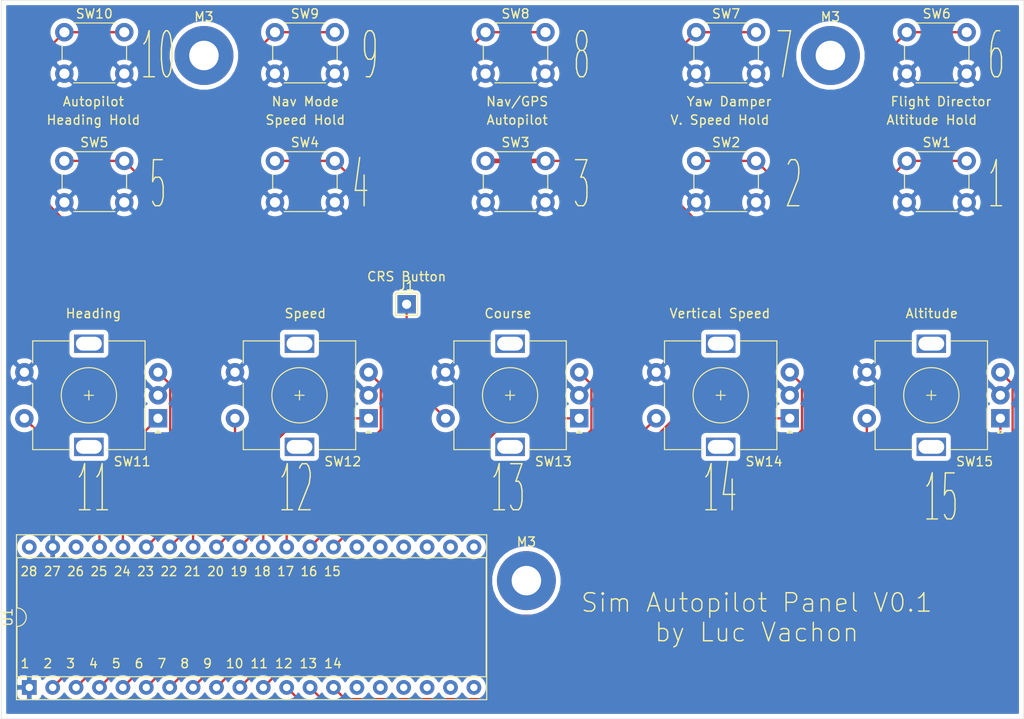
<source format=kicad_pcb>
(kicad_pcb (version 20171130) (host pcbnew "(5.1.6)-1")

  (general
    (thickness 1.6)
    (drawings 38)
    (tracks 141)
    (zones 0)
    (modules 20)
    (nets 29)
  )

  (page A4)
  (layers
    (0 F.Cu signal)
    (31 B.Cu signal)
    (32 B.Adhes user)
    (33 F.Adhes user)
    (34 B.Paste user)
    (35 F.Paste user)
    (36 B.SilkS user)
    (37 F.SilkS user)
    (38 B.Mask user)
    (39 F.Mask user)
    (40 Dwgs.User user)
    (41 Cmts.User user)
    (42 Eco1.User user)
    (43 Eco2.User user)
    (44 Edge.Cuts user)
    (45 Margin user)
    (46 B.CrtYd user)
    (47 F.CrtYd user)
    (48 B.Fab user hide)
    (49 F.Fab user hide)
  )

  (setup
    (last_trace_width 0.25)
    (user_trace_width 0.5)
    (user_trace_width 0.75)
    (user_trace_width 1)
    (trace_clearance 0.2)
    (zone_clearance 0.508)
    (zone_45_only no)
    (trace_min 0.2)
    (via_size 0.8)
    (via_drill 0.4)
    (via_min_size 0.4)
    (via_min_drill 0.3)
    (uvia_size 0.3)
    (uvia_drill 0.1)
    (uvias_allowed no)
    (uvia_min_size 0.2)
    (uvia_min_drill 0.1)
    (edge_width 0.05)
    (segment_width 0.2)
    (pcb_text_width 0.3)
    (pcb_text_size 1.5 1.5)
    (mod_edge_width 0.12)
    (mod_text_size 1 1)
    (mod_text_width 0.15)
    (pad_size 2 2)
    (pad_drill 1)
    (pad_to_mask_clearance 0.05)
    (aux_axis_origin 0 0)
    (visible_elements 7FFFFFFF)
    (pcbplotparams
      (layerselection 0x010f0_ffffffff)
      (usegerberextensions false)
      (usegerberattributes true)
      (usegerberadvancedattributes true)
      (creategerberjobfile true)
      (excludeedgelayer true)
      (linewidth 0.100000)
      (plotframeref false)
      (viasonmask false)
      (mode 1)
      (useauxorigin false)
      (hpglpennumber 1)
      (hpglpenspeed 20)
      (hpglpendiameter 15.000000)
      (psnegative false)
      (psa4output false)
      (plotreference true)
      (plotvalue true)
      (plotinvisibletext false)
      (padsonsilk false)
      (subtractmaskfromsilk false)
      (outputformat 1)
      (mirror false)
      (drillshape 0)
      (scaleselection 1)
      (outputdirectory "./"))
  )

  (net 0 "")
  (net 1 "Net-(SW1-Pad1)")
  (net 2 "Net-(SW2-Pad1)")
  (net 3 "Net-(SW3-Pad1)")
  (net 4 "Net-(SW4-Pad1)")
  (net 5 "Net-(SW5-Pad1)")
  (net 6 "Net-(SW6-Pad1)")
  (net 7 "Net-(SW7-Pad1)")
  (net 8 "Net-(SW8-Pad1)")
  (net 9 "Net-(SW9-Pad1)")
  (net 10 "Net-(SW10-Pad1)")
  (net 11 "Net-(SW11-PadA)")
  (net 12 GND)
  (net 13 "Net-(SW11-PadB)")
  (net 14 "Net-(SW11-PadS2)")
  (net 15 "Net-(SW12-PadA)")
  (net 16 "Net-(SW12-PadB)")
  (net 17 "Net-(SW12-PadS2)")
  (net 18 "Net-(SW13-PadA)")
  (net 19 "Net-(SW13-PadB)")
  (net 20 "Net-(SW14-PadA)")
  (net 21 "Net-(SW14-PadB)")
  (net 22 "Net-(SW14-PadS2)")
  (net 23 "Net-(SW15-PadA)")
  (net 24 "Net-(SW15-PadB)")
  (net 25 "Net-(SW15-PadS2)")
  (net 26 "Net-(U1-Pad40)")
  (net 27 "Net-(U1-Pad38)")
  (net 28 "Net-(J1-Pad1)")

  (net_class Default "This is the default net class."
    (clearance 0.2)
    (trace_width 0.25)
    (via_dia 0.8)
    (via_drill 0.4)
    (uvia_dia 0.3)
    (uvia_drill 0.1)
    (add_net GND)
    (add_net "Net-(J1-Pad1)")
    (add_net "Net-(SW1-Pad1)")
    (add_net "Net-(SW10-Pad1)")
    (add_net "Net-(SW11-PadA)")
    (add_net "Net-(SW11-PadB)")
    (add_net "Net-(SW11-PadS2)")
    (add_net "Net-(SW12-PadA)")
    (add_net "Net-(SW12-PadB)")
    (add_net "Net-(SW12-PadS2)")
    (add_net "Net-(SW13-PadA)")
    (add_net "Net-(SW13-PadB)")
    (add_net "Net-(SW14-PadA)")
    (add_net "Net-(SW14-PadB)")
    (add_net "Net-(SW14-PadS2)")
    (add_net "Net-(SW15-PadA)")
    (add_net "Net-(SW15-PadB)")
    (add_net "Net-(SW15-PadS2)")
    (add_net "Net-(SW2-Pad1)")
    (add_net "Net-(SW3-Pad1)")
    (add_net "Net-(SW4-Pad1)")
    (add_net "Net-(SW5-Pad1)")
    (add_net "Net-(SW6-Pad1)")
    (add_net "Net-(SW7-Pad1)")
    (add_net "Net-(SW8-Pad1)")
    (add_net "Net-(SW9-Pad1)")
    (add_net "Net-(U1-Pad38)")
    (add_net "Net-(U1-Pad40)")
  )

  (module MountingHole:MountingHole_3.2mm_M3_Pad (layer F.Cu) (tedit 56D1B4CB) (tstamp 5F4B0182)
    (at 120 137)
    (descr "Mounting Hole 3.2mm, M3")
    (tags "mounting hole 3.2mm m3")
    (attr virtual)
    (fp_text reference M3 (at 0 -4.2) (layer F.SilkS)
      (effects (font (size 1 1) (thickness 0.15)))
    )
    (fp_text value MountingHole_3.2mm_M3_Pad (at 0 4.2) (layer F.Fab)
      (effects (font (size 1 1) (thickness 0.15)))
    )
    (fp_text user %R (at 0.3 0) (layer F.Fab)
      (effects (font (size 1 1) (thickness 0.15)))
    )
    (fp_circle (center 0 0) (end 3.2 0) (layer Cmts.User) (width 0.15))
    (fp_circle (center 0 0) (end 3.45 0) (layer F.CrtYd) (width 0.05))
    (pad 1 thru_hole circle (at 0 0) (size 6.4 6.4) (drill 3.2) (layers *.Cu *.Mask))
  )

  (module MountingHole:MountingHole_3.2mm_M3_Pad (layer F.Cu) (tedit 56D1B4CB) (tstamp 5F4B0154)
    (at 85 80)
    (descr "Mounting Hole 3.2mm, M3")
    (tags "mounting hole 3.2mm m3")
    (attr virtual)
    (fp_text reference M3 (at 0 -4.2) (layer F.SilkS)
      (effects (font (size 1 1) (thickness 0.15)))
    )
    (fp_text value MountingHole_3.2mm_M3_Pad (at 0 4.2) (layer F.Fab)
      (effects (font (size 1 1) (thickness 0.15)))
    )
    (fp_text user %R (at 0.3 0) (layer F.Fab)
      (effects (font (size 1 1) (thickness 0.15)))
    )
    (fp_circle (center 0 0) (end 3.2 0) (layer Cmts.User) (width 0.15))
    (fp_circle (center 0 0) (end 3.45 0) (layer F.CrtYd) (width 0.05))
    (pad 1 thru_hole circle (at 0 0) (size 6.4 6.4) (drill 3.2) (layers *.Cu *.Mask))
  )

  (module MountingHole:MountingHole_3.2mm_M3_Pad (layer F.Cu) (tedit 56D1B4CB) (tstamp 5F4B0137)
    (at 153 80)
    (descr "Mounting Hole 3.2mm, M3")
    (tags "mounting hole 3.2mm m3")
    (attr virtual)
    (fp_text reference M3 (at 0 -4.2) (layer F.SilkS)
      (effects (font (size 1 1) (thickness 0.15)))
    )
    (fp_text value MountingHole_3.2mm_M3_Pad (at 0 4.2) (layer F.Fab)
      (effects (font (size 1 1) (thickness 0.15)))
    )
    (fp_text user %R (at 0.3 0) (layer F.Fab)
      (effects (font (size 1 1) (thickness 0.15)))
    )
    (fp_circle (center 0 0) (end 3.2 0) (layer Cmts.User) (width 0.15))
    (fp_circle (center 0 0) (end 3.45 0) (layer F.CrtYd) (width 0.05))
    (pad 1 thru_hole circle (at 0 0) (size 6.4 6.4) (drill 3.2) (layers *.Cu *.Mask))
  )

  (module TestPoint:TestPoint_THTPad_2.0x2.0mm_Drill1.0mm (layer F.Cu) (tedit 5A0F774F) (tstamp 5F4AF3CD)
    (at 107 107)
    (descr "THT rectangular pad as test Point, square 2.0mm_Drill1.0mm  side length, hole diameter 1.0mm")
    (tags "test point THT pad rectangle square")
    (path /5F4E6971)
    (attr virtual)
    (fp_text reference J1 (at 0 -1.998) (layer F.SilkS)
      (effects (font (size 1 1) (thickness 0.15)))
    )
    (fp_text value Conn_01x01 (at 0 2.05) (layer F.Fab)
      (effects (font (size 1 1) (thickness 0.15)))
    )
    (fp_text user %R (at 0 -2) (layer F.Fab)
      (effects (font (size 1 1) (thickness 0.15)))
    )
    (fp_line (start -1.2 -1.2) (end 1.2 -1.2) (layer F.SilkS) (width 0.12))
    (fp_line (start 1.2 -1.2) (end 1.2 1.2) (layer F.SilkS) (width 0.12))
    (fp_line (start 1.2 1.2) (end -1.2 1.2) (layer F.SilkS) (width 0.12))
    (fp_line (start -1.2 1.2) (end -1.2 -1.2) (layer F.SilkS) (width 0.12))
    (fp_line (start -1.5 -1.5) (end 1.5 -1.5) (layer F.CrtYd) (width 0.05))
    (fp_line (start -1.5 -1.5) (end -1.5 1.5) (layer F.CrtYd) (width 0.05))
    (fp_line (start 1.5 1.5) (end 1.5 -1.5) (layer F.CrtYd) (width 0.05))
    (fp_line (start 1.5 1.5) (end -1.5 1.5) (layer F.CrtYd) (width 0.05))
    (pad 1 thru_hole rect (at 0 0) (size 2 2) (drill 1) (layers *.Cu *.Mask)
      (net 28 "Net-(J1-Pad1)"))
  )

  (module Package_DIP:DIP-40_W15.24mm_Socket (layer F.Cu) (tedit 5A02E8C5) (tstamp 5F45FC53)
    (at 66.04 148.59 90)
    (descr "40-lead though-hole mounted DIP package, row spacing 15.24 mm (600 mils), Socket")
    (tags "THT DIP DIL PDIP 2.54mm 15.24mm 600mil Socket")
    (path /5F479B1F)
    (fp_text reference U1 (at 7.62 -2.33 90) (layer F.SilkS)
      (effects (font (size 1 1) (thickness 0.15)))
    )
    (fp_text value Teensy3_2 (at 7.62 50.59 90) (layer F.Fab)
      (effects (font (size 1 1) (thickness 0.15)))
    )
    (fp_line (start 1.255 -1.27) (end 14.985 -1.27) (layer F.Fab) (width 0.1))
    (fp_line (start 14.985 -1.27) (end 14.985 49.53) (layer F.Fab) (width 0.1))
    (fp_line (start 14.985 49.53) (end 0.255 49.53) (layer F.Fab) (width 0.1))
    (fp_line (start 0.255 49.53) (end 0.255 -0.27) (layer F.Fab) (width 0.1))
    (fp_line (start 0.255 -0.27) (end 1.255 -1.27) (layer F.Fab) (width 0.1))
    (fp_line (start -1.27 -1.33) (end -1.27 49.59) (layer F.Fab) (width 0.1))
    (fp_line (start -1.27 49.59) (end 16.51 49.59) (layer F.Fab) (width 0.1))
    (fp_line (start 16.51 49.59) (end 16.51 -1.33) (layer F.Fab) (width 0.1))
    (fp_line (start 16.51 -1.33) (end -1.27 -1.33) (layer F.Fab) (width 0.1))
    (fp_line (start 6.62 -1.33) (end 1.16 -1.33) (layer F.SilkS) (width 0.12))
    (fp_line (start 1.16 -1.33) (end 1.16 49.59) (layer F.SilkS) (width 0.12))
    (fp_line (start 1.16 49.59) (end 14.08 49.59) (layer F.SilkS) (width 0.12))
    (fp_line (start 14.08 49.59) (end 14.08 -1.33) (layer F.SilkS) (width 0.12))
    (fp_line (start 14.08 -1.33) (end 8.62 -1.33) (layer F.SilkS) (width 0.12))
    (fp_line (start -1.33 -1.39) (end -1.33 49.65) (layer F.SilkS) (width 0.12))
    (fp_line (start -1.33 49.65) (end 16.57 49.65) (layer F.SilkS) (width 0.12))
    (fp_line (start 16.57 49.65) (end 16.57 -1.39) (layer F.SilkS) (width 0.12))
    (fp_line (start 16.57 -1.39) (end -1.33 -1.39) (layer F.SilkS) (width 0.12))
    (fp_line (start -1.55 -1.6) (end -1.55 49.85) (layer F.CrtYd) (width 0.05))
    (fp_line (start -1.55 49.85) (end 16.8 49.85) (layer F.CrtYd) (width 0.05))
    (fp_line (start 16.8 49.85) (end 16.8 -1.6) (layer F.CrtYd) (width 0.05))
    (fp_line (start 16.8 -1.6) (end -1.55 -1.6) (layer F.CrtYd) (width 0.05))
    (fp_text user %R (at 7.62 24.13 90) (layer F.Fab)
      (effects (font (size 1 1) (thickness 0.15)))
    )
    (fp_arc (start 7.62 -1.33) (end 6.62 -1.33) (angle -180) (layer F.SilkS) (width 0.12))
    (pad 40 thru_hole oval (at 15.24 0 90) (size 1.6 1.6) (drill 0.8) (layers *.Cu *.Mask)
      (net 26 "Net-(U1-Pad40)"))
    (pad 20 thru_hole oval (at 0 48.26 90) (size 1.6 1.6) (drill 0.8) (layers *.Cu *.Mask))
    (pad 39 thru_hole oval (at 15.24 2.54 90) (size 1.6 1.6) (drill 0.8) (layers *.Cu *.Mask)
      (net 12 GND))
    (pad 19 thru_hole oval (at 0 45.72 90) (size 1.6 1.6) (drill 0.8) (layers *.Cu *.Mask))
    (pad 38 thru_hole oval (at 15.24 5.08 90) (size 1.6 1.6) (drill 0.8) (layers *.Cu *.Mask)
      (net 27 "Net-(U1-Pad38)"))
    (pad 18 thru_hole oval (at 0 43.18 90) (size 1.6 1.6) (drill 0.8) (layers *.Cu *.Mask))
    (pad 37 thru_hole oval (at 15.24 7.62 90) (size 1.6 1.6) (drill 0.8) (layers *.Cu *.Mask)
      (net 14 "Net-(SW11-PadS2)"))
    (pad 17 thru_hole oval (at 0 40.64 90) (size 1.6 1.6) (drill 0.8) (layers *.Cu *.Mask))
    (pad 36 thru_hole oval (at 15.24 10.16 90) (size 1.6 1.6) (drill 0.8) (layers *.Cu *.Mask)
      (net 11 "Net-(SW11-PadA)"))
    (pad 16 thru_hole oval (at 0 38.1 90) (size 1.6 1.6) (drill 0.8) (layers *.Cu *.Mask))
    (pad 35 thru_hole oval (at 15.24 12.7 90) (size 1.6 1.6) (drill 0.8) (layers *.Cu *.Mask)
      (net 13 "Net-(SW11-PadB)"))
    (pad 15 thru_hole oval (at 0 35.56 90) (size 1.6 1.6) (drill 0.8) (layers *.Cu *.Mask))
    (pad 34 thru_hole oval (at 15.24 15.24 90) (size 1.6 1.6) (drill 0.8) (layers *.Cu *.Mask)
      (net 17 "Net-(SW12-PadS2)"))
    (pad 14 thru_hole oval (at 0 33.02 90) (size 1.6 1.6) (drill 0.8) (layers *.Cu *.Mask)
      (net 25 "Net-(SW15-PadS2)"))
    (pad 33 thru_hole oval (at 15.24 17.78 90) (size 1.6 1.6) (drill 0.8) (layers *.Cu *.Mask)
      (net 15 "Net-(SW12-PadA)"))
    (pad 13 thru_hole oval (at 0 30.48 90) (size 1.6 1.6) (drill 0.8) (layers *.Cu *.Mask)
      (net 23 "Net-(SW15-PadA)"))
    (pad 32 thru_hole oval (at 15.24 20.32 90) (size 1.6 1.6) (drill 0.8) (layers *.Cu *.Mask)
      (net 16 "Net-(SW12-PadB)"))
    (pad 12 thru_hole oval (at 0 27.94 90) (size 1.6 1.6) (drill 0.8) (layers *.Cu *.Mask)
      (net 24 "Net-(SW15-PadB)"))
    (pad 31 thru_hole oval (at 15.24 22.86 90) (size 1.6 1.6) (drill 0.8) (layers *.Cu *.Mask)
      (net 18 "Net-(SW13-PadA)"))
    (pad 11 thru_hole oval (at 0 25.4 90) (size 1.6 1.6) (drill 0.8) (layers *.Cu *.Mask)
      (net 1 "Net-(SW1-Pad1)"))
    (pad 30 thru_hole oval (at 15.24 25.4 90) (size 1.6 1.6) (drill 0.8) (layers *.Cu *.Mask)
      (net 19 "Net-(SW13-PadB)"))
    (pad 10 thru_hole oval (at 0 22.86 90) (size 1.6 1.6) (drill 0.8) (layers *.Cu *.Mask)
      (net 2 "Net-(SW2-Pad1)"))
    (pad 29 thru_hole oval (at 15.24 27.94 90) (size 1.6 1.6) (drill 0.8) (layers *.Cu *.Mask)
      (net 22 "Net-(SW14-PadS2)"))
    (pad 9 thru_hole oval (at 0 20.32 90) (size 1.6 1.6) (drill 0.8) (layers *.Cu *.Mask)
      (net 3 "Net-(SW3-Pad1)"))
    (pad 28 thru_hole oval (at 15.24 30.48 90) (size 1.6 1.6) (drill 0.8) (layers *.Cu *.Mask)
      (net 20 "Net-(SW14-PadA)"))
    (pad 8 thru_hole oval (at 0 17.78 90) (size 1.6 1.6) (drill 0.8) (layers *.Cu *.Mask)
      (net 4 "Net-(SW4-Pad1)"))
    (pad 27 thru_hole oval (at 15.24 33.02 90) (size 1.6 1.6) (drill 0.8) (layers *.Cu *.Mask)
      (net 21 "Net-(SW14-PadB)"))
    (pad 7 thru_hole oval (at 0 15.24 90) (size 1.6 1.6) (drill 0.8) (layers *.Cu *.Mask)
      (net 5 "Net-(SW5-Pad1)"))
    (pad 26 thru_hole oval (at 15.24 35.56 90) (size 1.6 1.6) (drill 0.8) (layers *.Cu *.Mask))
    (pad 6 thru_hole oval (at 0 12.7 90) (size 1.6 1.6) (drill 0.8) (layers *.Cu *.Mask)
      (net 6 "Net-(SW6-Pad1)"))
    (pad 25 thru_hole oval (at 15.24 38.1 90) (size 1.6 1.6) (drill 0.8) (layers *.Cu *.Mask))
    (pad 5 thru_hole oval (at 0 10.16 90) (size 1.6 1.6) (drill 0.8) (layers *.Cu *.Mask)
      (net 7 "Net-(SW7-Pad1)"))
    (pad 24 thru_hole oval (at 15.24 40.64 90) (size 1.6 1.6) (drill 0.8) (layers *.Cu *.Mask))
    (pad 4 thru_hole oval (at 0 7.62 90) (size 1.6 1.6) (drill 0.8) (layers *.Cu *.Mask)
      (net 8 "Net-(SW8-Pad1)"))
    (pad 23 thru_hole oval (at 15.24 43.18 90) (size 1.6 1.6) (drill 0.8) (layers *.Cu *.Mask))
    (pad 3 thru_hole oval (at 0 5.08 90) (size 1.6 1.6) (drill 0.8) (layers *.Cu *.Mask)
      (net 9 "Net-(SW9-Pad1)"))
    (pad 22 thru_hole oval (at 15.24 45.72 90) (size 1.6 1.6) (drill 0.8) (layers *.Cu *.Mask))
    (pad 2 thru_hole oval (at 0 2.54 90) (size 1.6 1.6) (drill 0.8) (layers *.Cu *.Mask)
      (net 10 "Net-(SW10-Pad1)"))
    (pad 21 thru_hole oval (at 15.24 48.26 90) (size 1.6 1.6) (drill 0.8) (layers *.Cu *.Mask))
    (pad 1 thru_hole rect (at 0 0 90) (size 1.6 1.6) (drill 0.8) (layers *.Cu *.Mask)
      (net 12 GND))
    (model ${KISYS3DMOD}/Package_DIP.3dshapes/DIP-40_W15.24mm_Socket.wrl
      (at (xyz 0 0 0))
      (scale (xyz 1 1 1))
      (rotate (xyz 0 0 0))
    )
  )

  (module Button_Switch_THT:SW_PUSH_6mm (layer F.Cu) (tedit 5A02FE31) (tstamp 5F467D81)
    (at 138.43 77.47)
    (descr https://www.omron.com/ecb/products/pdf/en-b3f.pdf)
    (tags "tact sw push 6mm")
    (path /5F538273)
    (fp_text reference SW7 (at 3.25 -2) (layer F.SilkS)
      (effects (font (size 1 1) (thickness 0.15)))
    )
    (fp_text value My2pin_SW_MEC_5G (at 3.75 6.7) (layer F.Fab)
      (effects (font (size 1 1) (thickness 0.15)))
    )
    (fp_circle (center 3.25 2.25) (end 1.25 2.5) (layer F.Fab) (width 0.1))
    (fp_line (start 6.75 3) (end 6.75 1.5) (layer F.SilkS) (width 0.12))
    (fp_line (start 5.5 -1) (end 1 -1) (layer F.SilkS) (width 0.12))
    (fp_line (start -0.25 1.5) (end -0.25 3) (layer F.SilkS) (width 0.12))
    (fp_line (start 1 5.5) (end 5.5 5.5) (layer F.SilkS) (width 0.12))
    (fp_line (start 8 -1.25) (end 8 5.75) (layer F.CrtYd) (width 0.05))
    (fp_line (start 7.75 6) (end -1.25 6) (layer F.CrtYd) (width 0.05))
    (fp_line (start -1.5 5.75) (end -1.5 -1.25) (layer F.CrtYd) (width 0.05))
    (fp_line (start -1.25 -1.5) (end 7.75 -1.5) (layer F.CrtYd) (width 0.05))
    (fp_line (start -1.5 6) (end -1.25 6) (layer F.CrtYd) (width 0.05))
    (fp_line (start -1.5 5.75) (end -1.5 6) (layer F.CrtYd) (width 0.05))
    (fp_line (start -1.5 -1.5) (end -1.25 -1.5) (layer F.CrtYd) (width 0.05))
    (fp_line (start -1.5 -1.25) (end -1.5 -1.5) (layer F.CrtYd) (width 0.05))
    (fp_line (start 8 -1.5) (end 8 -1.25) (layer F.CrtYd) (width 0.05))
    (fp_line (start 7.75 -1.5) (end 8 -1.5) (layer F.CrtYd) (width 0.05))
    (fp_line (start 8 6) (end 8 5.75) (layer F.CrtYd) (width 0.05))
    (fp_line (start 7.75 6) (end 8 6) (layer F.CrtYd) (width 0.05))
    (fp_line (start 0.25 -0.75) (end 3.25 -0.75) (layer F.Fab) (width 0.1))
    (fp_line (start 0.25 5.25) (end 0.25 -0.75) (layer F.Fab) (width 0.1))
    (fp_line (start 6.25 5.25) (end 0.25 5.25) (layer F.Fab) (width 0.1))
    (fp_line (start 6.25 -0.75) (end 6.25 5.25) (layer F.Fab) (width 0.1))
    (fp_line (start 3.25 -0.75) (end 6.25 -0.75) (layer F.Fab) (width 0.1))
    (fp_text user %R (at 3.25 2.25) (layer F.Fab)
      (effects (font (size 1 1) (thickness 0.15)))
    )
    (pad 1 thru_hole circle (at 6.5 0 90) (size 2 2) (drill 1.1) (layers *.Cu *.Mask)
      (net 7 "Net-(SW7-Pad1)"))
    (pad 2 thru_hole circle (at 6.5 4.5 90) (size 2 2) (drill 1.1) (layers *.Cu *.Mask)
      (net 12 GND))
    (pad 1 thru_hole circle (at 0 0 90) (size 2 2) (drill 1.1) (layers *.Cu *.Mask)
      (net 7 "Net-(SW7-Pad1)"))
    (pad 2 thru_hole circle (at 0 4.5 90) (size 2 2) (drill 1.1) (layers *.Cu *.Mask)
      (net 12 GND))
    (model ${KISYS3DMOD}/Button_Switch_THT.3dshapes/SW_PUSH_6mm.wrl
      (at (xyz 0 0 0))
      (scale (xyz 1 1 1))
      (rotate (xyz 0 0 0))
    )
  )

  (module Button_Switch_THT:SW_PUSH_6mm (layer F.Cu) (tedit 5A02FE31) (tstamp 5F467CC7)
    (at 161.29 91.44)
    (descr https://www.omron.com/ecb/products/pdf/en-b3f.pdf)
    (tags "tact sw push 6mm")
    (path /5F5334DC)
    (fp_text reference SW1 (at 3.25 -2) (layer F.SilkS)
      (effects (font (size 1 1) (thickness 0.15)))
    )
    (fp_text value My2pin_SW_MEC_5G (at 3.75 6.7) (layer F.Fab)
      (effects (font (size 1 1) (thickness 0.15)))
    )
    (fp_circle (center 3.25 2.25) (end 1.25 2.5) (layer F.Fab) (width 0.1))
    (fp_line (start 6.75 3) (end 6.75 1.5) (layer F.SilkS) (width 0.12))
    (fp_line (start 5.5 -1) (end 1 -1) (layer F.SilkS) (width 0.12))
    (fp_line (start -0.25 1.5) (end -0.25 3) (layer F.SilkS) (width 0.12))
    (fp_line (start 1 5.5) (end 5.5 5.5) (layer F.SilkS) (width 0.12))
    (fp_line (start 8 -1.25) (end 8 5.75) (layer F.CrtYd) (width 0.05))
    (fp_line (start 7.75 6) (end -1.25 6) (layer F.CrtYd) (width 0.05))
    (fp_line (start -1.5 5.75) (end -1.5 -1.25) (layer F.CrtYd) (width 0.05))
    (fp_line (start -1.25 -1.5) (end 7.75 -1.5) (layer F.CrtYd) (width 0.05))
    (fp_line (start -1.5 6) (end -1.25 6) (layer F.CrtYd) (width 0.05))
    (fp_line (start -1.5 5.75) (end -1.5 6) (layer F.CrtYd) (width 0.05))
    (fp_line (start -1.5 -1.5) (end -1.25 -1.5) (layer F.CrtYd) (width 0.05))
    (fp_line (start -1.5 -1.25) (end -1.5 -1.5) (layer F.CrtYd) (width 0.05))
    (fp_line (start 8 -1.5) (end 8 -1.25) (layer F.CrtYd) (width 0.05))
    (fp_line (start 7.75 -1.5) (end 8 -1.5) (layer F.CrtYd) (width 0.05))
    (fp_line (start 8 6) (end 8 5.75) (layer F.CrtYd) (width 0.05))
    (fp_line (start 7.75 6) (end 8 6) (layer F.CrtYd) (width 0.05))
    (fp_line (start 0.25 -0.75) (end 3.25 -0.75) (layer F.Fab) (width 0.1))
    (fp_line (start 0.25 5.25) (end 0.25 -0.75) (layer F.Fab) (width 0.1))
    (fp_line (start 6.25 5.25) (end 0.25 5.25) (layer F.Fab) (width 0.1))
    (fp_line (start 6.25 -0.75) (end 6.25 5.25) (layer F.Fab) (width 0.1))
    (fp_line (start 3.25 -0.75) (end 6.25 -0.75) (layer F.Fab) (width 0.1))
    (fp_text user %R (at 3.25 2.25) (layer F.Fab)
      (effects (font (size 1 1) (thickness 0.15)))
    )
    (pad 1 thru_hole circle (at 6.5 0 90) (size 2 2) (drill 1.1) (layers *.Cu *.Mask)
      (net 1 "Net-(SW1-Pad1)"))
    (pad 2 thru_hole circle (at 6.5 4.5 90) (size 2 2) (drill 1.1) (layers *.Cu *.Mask)
      (net 12 GND))
    (pad 1 thru_hole circle (at 0 0 90) (size 2 2) (drill 1.1) (layers *.Cu *.Mask)
      (net 1 "Net-(SW1-Pad1)"))
    (pad 2 thru_hole circle (at 0 4.5 90) (size 2 2) (drill 1.1) (layers *.Cu *.Mask)
      (net 12 GND))
    (model ${KISYS3DMOD}/Button_Switch_THT.3dshapes/SW_PUSH_6mm.wrl
      (at (xyz 0 0 0))
      (scale (xyz 1 1 1))
      (rotate (xyz 0 0 0))
    )
  )

  (module Button_Switch_THT:SW_PUSH_6mm (layer F.Cu) (tedit 5A02FE31) (tstamp 5F467D05)
    (at 115.57 91.44)
    (descr https://www.omron.com/ecb/products/pdf/en-b3f.pdf)
    (tags "tact sw push 6mm")
    (path /5F5359C1)
    (fp_text reference SW3 (at 3.25 -2) (layer F.SilkS)
      (effects (font (size 1 1) (thickness 0.15)))
    )
    (fp_text value My2pin_SW_MEC_5G (at 3.75 6.7) (layer F.Fab)
      (effects (font (size 1 1) (thickness 0.15)))
    )
    (fp_line (start 3.25 -0.75) (end 6.25 -0.75) (layer F.Fab) (width 0.1))
    (fp_line (start 6.25 -0.75) (end 6.25 5.25) (layer F.Fab) (width 0.1))
    (fp_line (start 6.25 5.25) (end 0.25 5.25) (layer F.Fab) (width 0.1))
    (fp_line (start 0.25 5.25) (end 0.25 -0.75) (layer F.Fab) (width 0.1))
    (fp_line (start 0.25 -0.75) (end 3.25 -0.75) (layer F.Fab) (width 0.1))
    (fp_line (start 7.75 6) (end 8 6) (layer F.CrtYd) (width 0.05))
    (fp_line (start 8 6) (end 8 5.75) (layer F.CrtYd) (width 0.05))
    (fp_line (start 7.75 -1.5) (end 8 -1.5) (layer F.CrtYd) (width 0.05))
    (fp_line (start 8 -1.5) (end 8 -1.25) (layer F.CrtYd) (width 0.05))
    (fp_line (start -1.5 -1.25) (end -1.5 -1.5) (layer F.CrtYd) (width 0.05))
    (fp_line (start -1.5 -1.5) (end -1.25 -1.5) (layer F.CrtYd) (width 0.05))
    (fp_line (start -1.5 5.75) (end -1.5 6) (layer F.CrtYd) (width 0.05))
    (fp_line (start -1.5 6) (end -1.25 6) (layer F.CrtYd) (width 0.05))
    (fp_line (start -1.25 -1.5) (end 7.75 -1.5) (layer F.CrtYd) (width 0.05))
    (fp_line (start -1.5 5.75) (end -1.5 -1.25) (layer F.CrtYd) (width 0.05))
    (fp_line (start 7.75 6) (end -1.25 6) (layer F.CrtYd) (width 0.05))
    (fp_line (start 8 -1.25) (end 8 5.75) (layer F.CrtYd) (width 0.05))
    (fp_line (start 1 5.5) (end 5.5 5.5) (layer F.SilkS) (width 0.12))
    (fp_line (start -0.25 1.5) (end -0.25 3) (layer F.SilkS) (width 0.12))
    (fp_line (start 5.5 -1) (end 1 -1) (layer F.SilkS) (width 0.12))
    (fp_line (start 6.75 3) (end 6.75 1.5) (layer F.SilkS) (width 0.12))
    (fp_circle (center 3.25 2.25) (end 1.25 2.5) (layer F.Fab) (width 0.1))
    (fp_text user %R (at 3.25 2.25) (layer F.Fab)
      (effects (font (size 1 1) (thickness 0.15)))
    )
    (pad 2 thru_hole circle (at 0 4.5 90) (size 2 2) (drill 1.1) (layers *.Cu *.Mask)
      (net 12 GND))
    (pad 1 thru_hole circle (at 0 0 90) (size 2 2) (drill 1.1) (layers *.Cu *.Mask)
      (net 3 "Net-(SW3-Pad1)"))
    (pad 2 thru_hole circle (at 6.5 4.5 90) (size 2 2) (drill 1.1) (layers *.Cu *.Mask)
      (net 12 GND))
    (pad 1 thru_hole circle (at 6.5 0 90) (size 2 2) (drill 1.1) (layers *.Cu *.Mask)
      (net 3 "Net-(SW3-Pad1)"))
    (model ${KISYS3DMOD}/Button_Switch_THT.3dshapes/SW_PUSH_6mm.wrl
      (at (xyz 0 0 0))
      (scale (xyz 1 1 1))
      (rotate (xyz 0 0 0))
    )
  )

  (module Button_Switch_THT:SW_PUSH_6mm (layer F.Cu) (tedit 5A02FE31) (tstamp 5F467D43)
    (at 69.85 91.44)
    (descr https://www.omron.com/ecb/products/pdf/en-b3f.pdf)
    (tags "tact sw push 6mm")
    (path /5F53B4D1)
    (fp_text reference SW5 (at 3.25 -2) (layer F.SilkS)
      (effects (font (size 1 1) (thickness 0.15)))
    )
    (fp_text value My2pin_SW_MEC_5G (at 3.75 6.7) (layer F.Fab)
      (effects (font (size 1 1) (thickness 0.15)))
    )
    (fp_circle (center 3.25 2.25) (end 1.25 2.5) (layer F.Fab) (width 0.1))
    (fp_line (start 6.75 3) (end 6.75 1.5) (layer F.SilkS) (width 0.12))
    (fp_line (start 5.5 -1) (end 1 -1) (layer F.SilkS) (width 0.12))
    (fp_line (start -0.25 1.5) (end -0.25 3) (layer F.SilkS) (width 0.12))
    (fp_line (start 1 5.5) (end 5.5 5.5) (layer F.SilkS) (width 0.12))
    (fp_line (start 8 -1.25) (end 8 5.75) (layer F.CrtYd) (width 0.05))
    (fp_line (start 7.75 6) (end -1.25 6) (layer F.CrtYd) (width 0.05))
    (fp_line (start -1.5 5.75) (end -1.5 -1.25) (layer F.CrtYd) (width 0.05))
    (fp_line (start -1.25 -1.5) (end 7.75 -1.5) (layer F.CrtYd) (width 0.05))
    (fp_line (start -1.5 6) (end -1.25 6) (layer F.CrtYd) (width 0.05))
    (fp_line (start -1.5 5.75) (end -1.5 6) (layer F.CrtYd) (width 0.05))
    (fp_line (start -1.5 -1.5) (end -1.25 -1.5) (layer F.CrtYd) (width 0.05))
    (fp_line (start -1.5 -1.25) (end -1.5 -1.5) (layer F.CrtYd) (width 0.05))
    (fp_line (start 8 -1.5) (end 8 -1.25) (layer F.CrtYd) (width 0.05))
    (fp_line (start 7.75 -1.5) (end 8 -1.5) (layer F.CrtYd) (width 0.05))
    (fp_line (start 8 6) (end 8 5.75) (layer F.CrtYd) (width 0.05))
    (fp_line (start 7.75 6) (end 8 6) (layer F.CrtYd) (width 0.05))
    (fp_line (start 0.25 -0.75) (end 3.25 -0.75) (layer F.Fab) (width 0.1))
    (fp_line (start 0.25 5.25) (end 0.25 -0.75) (layer F.Fab) (width 0.1))
    (fp_line (start 6.25 5.25) (end 0.25 5.25) (layer F.Fab) (width 0.1))
    (fp_line (start 6.25 -0.75) (end 6.25 5.25) (layer F.Fab) (width 0.1))
    (fp_line (start 3.25 -0.75) (end 6.25 -0.75) (layer F.Fab) (width 0.1))
    (fp_text user %R (at 3.25 2.25) (layer F.Fab)
      (effects (font (size 1 1) (thickness 0.15)))
    )
    (pad 1 thru_hole circle (at 6.5 0 90) (size 2 2) (drill 1.1) (layers *.Cu *.Mask)
      (net 5 "Net-(SW5-Pad1)"))
    (pad 2 thru_hole circle (at 6.5 4.5 90) (size 2 2) (drill 1.1) (layers *.Cu *.Mask)
      (net 12 GND))
    (pad 1 thru_hole circle (at 0 0 90) (size 2 2) (drill 1.1) (layers *.Cu *.Mask)
      (net 5 "Net-(SW5-Pad1)"))
    (pad 2 thru_hole circle (at 0 4.5 90) (size 2 2) (drill 1.1) (layers *.Cu *.Mask)
      (net 12 GND))
    (model ${KISYS3DMOD}/Button_Switch_THT.3dshapes/SW_PUSH_6mm.wrl
      (at (xyz 0 0 0))
      (scale (xyz 1 1 1))
      (rotate (xyz 0 0 0))
    )
  )

  (module Button_Switch_THT:SW_PUSH_6mm (layer F.Cu) (tedit 5A02FE31) (tstamp 5F467CE6)
    (at 138.43 91.44)
    (descr https://www.omron.com/ecb/products/pdf/en-b3f.pdf)
    (tags "tact sw push 6mm")
    (path /5F533AA3)
    (fp_text reference SW2 (at 3.25 -2) (layer F.SilkS)
      (effects (font (size 1 1) (thickness 0.15)))
    )
    (fp_text value My2pin_SW_MEC_5G (at 3.75 6.7) (layer F.Fab)
      (effects (font (size 1 1) (thickness 0.15)))
    )
    (fp_circle (center 3.25 2.25) (end 1.25 2.5) (layer F.Fab) (width 0.1))
    (fp_line (start 6.75 3) (end 6.75 1.5) (layer F.SilkS) (width 0.12))
    (fp_line (start 5.5 -1) (end 1 -1) (layer F.SilkS) (width 0.12))
    (fp_line (start -0.25 1.5) (end -0.25 3) (layer F.SilkS) (width 0.12))
    (fp_line (start 1 5.5) (end 5.5 5.5) (layer F.SilkS) (width 0.12))
    (fp_line (start 8 -1.25) (end 8 5.75) (layer F.CrtYd) (width 0.05))
    (fp_line (start 7.75 6) (end -1.25 6) (layer F.CrtYd) (width 0.05))
    (fp_line (start -1.5 5.75) (end -1.5 -1.25) (layer F.CrtYd) (width 0.05))
    (fp_line (start -1.25 -1.5) (end 7.75 -1.5) (layer F.CrtYd) (width 0.05))
    (fp_line (start -1.5 6) (end -1.25 6) (layer F.CrtYd) (width 0.05))
    (fp_line (start -1.5 5.75) (end -1.5 6) (layer F.CrtYd) (width 0.05))
    (fp_line (start -1.5 -1.5) (end -1.25 -1.5) (layer F.CrtYd) (width 0.05))
    (fp_line (start -1.5 -1.25) (end -1.5 -1.5) (layer F.CrtYd) (width 0.05))
    (fp_line (start 8 -1.5) (end 8 -1.25) (layer F.CrtYd) (width 0.05))
    (fp_line (start 7.75 -1.5) (end 8 -1.5) (layer F.CrtYd) (width 0.05))
    (fp_line (start 8 6) (end 8 5.75) (layer F.CrtYd) (width 0.05))
    (fp_line (start 7.75 6) (end 8 6) (layer F.CrtYd) (width 0.05))
    (fp_line (start 0.25 -0.75) (end 3.25 -0.75) (layer F.Fab) (width 0.1))
    (fp_line (start 0.25 5.25) (end 0.25 -0.75) (layer F.Fab) (width 0.1))
    (fp_line (start 6.25 5.25) (end 0.25 5.25) (layer F.Fab) (width 0.1))
    (fp_line (start 6.25 -0.75) (end 6.25 5.25) (layer F.Fab) (width 0.1))
    (fp_line (start 3.25 -0.75) (end 6.25 -0.75) (layer F.Fab) (width 0.1))
    (fp_text user %R (at 3.25 2.25) (layer F.Fab)
      (effects (font (size 1 1) (thickness 0.15)))
    )
    (pad 1 thru_hole circle (at 6.5 0 90) (size 2 2) (drill 1.1) (layers *.Cu *.Mask)
      (net 2 "Net-(SW2-Pad1)"))
    (pad 2 thru_hole circle (at 6.5 4.5 90) (size 2 2) (drill 1.1) (layers *.Cu *.Mask)
      (net 12 GND))
    (pad 1 thru_hole circle (at 0 0 90) (size 2 2) (drill 1.1) (layers *.Cu *.Mask)
      (net 2 "Net-(SW2-Pad1)"))
    (pad 2 thru_hole circle (at 0 4.5 90) (size 2 2) (drill 1.1) (layers *.Cu *.Mask)
      (net 12 GND))
    (model ${KISYS3DMOD}/Button_Switch_THT.3dshapes/SW_PUSH_6mm.wrl
      (at (xyz 0 0 0))
      (scale (xyz 1 1 1))
      (rotate (xyz 0 0 0))
    )
  )

  (module Button_Switch_THT:SW_PUSH_6mm (layer F.Cu) (tedit 5A02FE31) (tstamp 5F467DDE)
    (at 69.85 77.47)
    (descr https://www.omron.com/ecb/products/pdf/en-b3f.pdf)
    (tags "tact sw push 6mm")
    (path /5F53D195)
    (fp_text reference SW10 (at 3.25 -2) (layer F.SilkS)
      (effects (font (size 1 1) (thickness 0.15)))
    )
    (fp_text value My2pin_SW_MEC_5G (at 3.75 6.7) (layer F.Fab)
      (effects (font (size 1 1) (thickness 0.15)))
    )
    (fp_circle (center 3.25 2.25) (end 1.25 2.5) (layer F.Fab) (width 0.1))
    (fp_line (start 6.75 3) (end 6.75 1.5) (layer F.SilkS) (width 0.12))
    (fp_line (start 5.5 -1) (end 1 -1) (layer F.SilkS) (width 0.12))
    (fp_line (start -0.25 1.5) (end -0.25 3) (layer F.SilkS) (width 0.12))
    (fp_line (start 1 5.5) (end 5.5 5.5) (layer F.SilkS) (width 0.12))
    (fp_line (start 8 -1.25) (end 8 5.75) (layer F.CrtYd) (width 0.05))
    (fp_line (start 7.75 6) (end -1.25 6) (layer F.CrtYd) (width 0.05))
    (fp_line (start -1.5 5.75) (end -1.5 -1.25) (layer F.CrtYd) (width 0.05))
    (fp_line (start -1.25 -1.5) (end 7.75 -1.5) (layer F.CrtYd) (width 0.05))
    (fp_line (start -1.5 6) (end -1.25 6) (layer F.CrtYd) (width 0.05))
    (fp_line (start -1.5 5.75) (end -1.5 6) (layer F.CrtYd) (width 0.05))
    (fp_line (start -1.5 -1.5) (end -1.25 -1.5) (layer F.CrtYd) (width 0.05))
    (fp_line (start -1.5 -1.25) (end -1.5 -1.5) (layer F.CrtYd) (width 0.05))
    (fp_line (start 8 -1.5) (end 8 -1.25) (layer F.CrtYd) (width 0.05))
    (fp_line (start 7.75 -1.5) (end 8 -1.5) (layer F.CrtYd) (width 0.05))
    (fp_line (start 8 6) (end 8 5.75) (layer F.CrtYd) (width 0.05))
    (fp_line (start 7.75 6) (end 8 6) (layer F.CrtYd) (width 0.05))
    (fp_line (start 0.25 -0.75) (end 3.25 -0.75) (layer F.Fab) (width 0.1))
    (fp_line (start 0.25 5.25) (end 0.25 -0.75) (layer F.Fab) (width 0.1))
    (fp_line (start 6.25 5.25) (end 0.25 5.25) (layer F.Fab) (width 0.1))
    (fp_line (start 6.25 -0.75) (end 6.25 5.25) (layer F.Fab) (width 0.1))
    (fp_line (start 3.25 -0.75) (end 6.25 -0.75) (layer F.Fab) (width 0.1))
    (fp_text user %R (at 3.25 2.25) (layer F.Fab)
      (effects (font (size 1 1) (thickness 0.15)))
    )
    (pad 1 thru_hole circle (at 6.5 0 90) (size 2 2) (drill 1.1) (layers *.Cu *.Mask)
      (net 10 "Net-(SW10-Pad1)"))
    (pad 2 thru_hole circle (at 6.5 4.5 90) (size 2 2) (drill 1.1) (layers *.Cu *.Mask)
      (net 12 GND))
    (pad 1 thru_hole circle (at 0 0 90) (size 2 2) (drill 1.1) (layers *.Cu *.Mask)
      (net 10 "Net-(SW10-Pad1)"))
    (pad 2 thru_hole circle (at 0 4.5 90) (size 2 2) (drill 1.1) (layers *.Cu *.Mask)
      (net 12 GND))
    (model ${KISYS3DMOD}/Button_Switch_THT.3dshapes/SW_PUSH_6mm.wrl
      (at (xyz 0 0 0))
      (scale (xyz 1 1 1))
      (rotate (xyz 0 0 0))
    )
  )

  (module Button_Switch_THT:SW_PUSH_6mm (layer F.Cu) (tedit 5A02FE31) (tstamp 5F467DBF)
    (at 92.71 77.47)
    (descr https://www.omron.com/ecb/products/pdf/en-b3f.pdf)
    (tags "tact sw push 6mm")
    (path /5F538287)
    (fp_text reference SW9 (at 3.25 -2) (layer F.SilkS)
      (effects (font (size 1 1) (thickness 0.15)))
    )
    (fp_text value My2pin_SW_MEC_5G (at 3.75 6.7) (layer F.Fab)
      (effects (font (size 1 1) (thickness 0.15)))
    )
    (fp_circle (center 3.25 2.25) (end 1.25 2.5) (layer F.Fab) (width 0.1))
    (fp_line (start 6.75 3) (end 6.75 1.5) (layer F.SilkS) (width 0.12))
    (fp_line (start 5.5 -1) (end 1 -1) (layer F.SilkS) (width 0.12))
    (fp_line (start -0.25 1.5) (end -0.25 3) (layer F.SilkS) (width 0.12))
    (fp_line (start 1 5.5) (end 5.5 5.5) (layer F.SilkS) (width 0.12))
    (fp_line (start 8 -1.25) (end 8 5.75) (layer F.CrtYd) (width 0.05))
    (fp_line (start 7.75 6) (end -1.25 6) (layer F.CrtYd) (width 0.05))
    (fp_line (start -1.5 5.75) (end -1.5 -1.25) (layer F.CrtYd) (width 0.05))
    (fp_line (start -1.25 -1.5) (end 7.75 -1.5) (layer F.CrtYd) (width 0.05))
    (fp_line (start -1.5 6) (end -1.25 6) (layer F.CrtYd) (width 0.05))
    (fp_line (start -1.5 5.75) (end -1.5 6) (layer F.CrtYd) (width 0.05))
    (fp_line (start -1.5 -1.5) (end -1.25 -1.5) (layer F.CrtYd) (width 0.05))
    (fp_line (start -1.5 -1.25) (end -1.5 -1.5) (layer F.CrtYd) (width 0.05))
    (fp_line (start 8 -1.5) (end 8 -1.25) (layer F.CrtYd) (width 0.05))
    (fp_line (start 7.75 -1.5) (end 8 -1.5) (layer F.CrtYd) (width 0.05))
    (fp_line (start 8 6) (end 8 5.75) (layer F.CrtYd) (width 0.05))
    (fp_line (start 7.75 6) (end 8 6) (layer F.CrtYd) (width 0.05))
    (fp_line (start 0.25 -0.75) (end 3.25 -0.75) (layer F.Fab) (width 0.1))
    (fp_line (start 0.25 5.25) (end 0.25 -0.75) (layer F.Fab) (width 0.1))
    (fp_line (start 6.25 5.25) (end 0.25 5.25) (layer F.Fab) (width 0.1))
    (fp_line (start 6.25 -0.75) (end 6.25 5.25) (layer F.Fab) (width 0.1))
    (fp_line (start 3.25 -0.75) (end 6.25 -0.75) (layer F.Fab) (width 0.1))
    (fp_text user %R (at 3.25 2.25) (layer F.Fab)
      (effects (font (size 1 1) (thickness 0.15)))
    )
    (pad 1 thru_hole circle (at 6.5 0 90) (size 2 2) (drill 1.1) (layers *.Cu *.Mask)
      (net 9 "Net-(SW9-Pad1)"))
    (pad 2 thru_hole circle (at 6.5 4.5 90) (size 2 2) (drill 1.1) (layers *.Cu *.Mask)
      (net 12 GND))
    (pad 1 thru_hole circle (at 0 0 90) (size 2 2) (drill 1.1) (layers *.Cu *.Mask)
      (net 9 "Net-(SW9-Pad1)"))
    (pad 2 thru_hole circle (at 0 4.5 90) (size 2 2) (drill 1.1) (layers *.Cu *.Mask)
      (net 12 GND))
    (model ${KISYS3DMOD}/Button_Switch_THT.3dshapes/SW_PUSH_6mm.wrl
      (at (xyz 0 0 0))
      (scale (xyz 1 1 1))
      (rotate (xyz 0 0 0))
    )
  )

  (module Button_Switch_THT:SW_PUSH_6mm (layer F.Cu) (tedit 5A02FE31) (tstamp 5F467DA0)
    (at 115.57 77.47)
    (descr https://www.omron.com/ecb/products/pdf/en-b3f.pdf)
    (tags "tact sw push 6mm")
    (path /5F53827D)
    (fp_text reference SW8 (at 3.25 -2) (layer F.SilkS)
      (effects (font (size 1 1) (thickness 0.15)))
    )
    (fp_text value My2pin_SW_MEC_5G (at 3.75 6.7) (layer F.Fab)
      (effects (font (size 1 1) (thickness 0.15)))
    )
    (fp_circle (center 3.25 2.25) (end 1.25 2.5) (layer F.Fab) (width 0.1))
    (fp_line (start 6.75 3) (end 6.75 1.5) (layer F.SilkS) (width 0.12))
    (fp_line (start 5.5 -1) (end 1 -1) (layer F.SilkS) (width 0.12))
    (fp_line (start -0.25 1.5) (end -0.25 3) (layer F.SilkS) (width 0.12))
    (fp_line (start 1 5.5) (end 5.5 5.5) (layer F.SilkS) (width 0.12))
    (fp_line (start 8 -1.25) (end 8 5.75) (layer F.CrtYd) (width 0.05))
    (fp_line (start 7.75 6) (end -1.25 6) (layer F.CrtYd) (width 0.05))
    (fp_line (start -1.5 5.75) (end -1.5 -1.25) (layer F.CrtYd) (width 0.05))
    (fp_line (start -1.25 -1.5) (end 7.75 -1.5) (layer F.CrtYd) (width 0.05))
    (fp_line (start -1.5 6) (end -1.25 6) (layer F.CrtYd) (width 0.05))
    (fp_line (start -1.5 5.75) (end -1.5 6) (layer F.CrtYd) (width 0.05))
    (fp_line (start -1.5 -1.5) (end -1.25 -1.5) (layer F.CrtYd) (width 0.05))
    (fp_line (start -1.5 -1.25) (end -1.5 -1.5) (layer F.CrtYd) (width 0.05))
    (fp_line (start 8 -1.5) (end 8 -1.25) (layer F.CrtYd) (width 0.05))
    (fp_line (start 7.75 -1.5) (end 8 -1.5) (layer F.CrtYd) (width 0.05))
    (fp_line (start 8 6) (end 8 5.75) (layer F.CrtYd) (width 0.05))
    (fp_line (start 7.75 6) (end 8 6) (layer F.CrtYd) (width 0.05))
    (fp_line (start 0.25 -0.75) (end 3.25 -0.75) (layer F.Fab) (width 0.1))
    (fp_line (start 0.25 5.25) (end 0.25 -0.75) (layer F.Fab) (width 0.1))
    (fp_line (start 6.25 5.25) (end 0.25 5.25) (layer F.Fab) (width 0.1))
    (fp_line (start 6.25 -0.75) (end 6.25 5.25) (layer F.Fab) (width 0.1))
    (fp_line (start 3.25 -0.75) (end 6.25 -0.75) (layer F.Fab) (width 0.1))
    (fp_text user %R (at 3.25 2.25) (layer F.Fab)
      (effects (font (size 1 1) (thickness 0.15)))
    )
    (pad 1 thru_hole circle (at 6.5 0 90) (size 2 2) (drill 1.1) (layers *.Cu *.Mask)
      (net 8 "Net-(SW8-Pad1)"))
    (pad 2 thru_hole circle (at 6.5 4.5 90) (size 2 2) (drill 1.1) (layers *.Cu *.Mask)
      (net 12 GND))
    (pad 1 thru_hole circle (at 0 0 90) (size 2 2) (drill 1.1) (layers *.Cu *.Mask)
      (net 8 "Net-(SW8-Pad1)"))
    (pad 2 thru_hole circle (at 0 4.5 90) (size 2 2) (drill 1.1) (layers *.Cu *.Mask)
      (net 12 GND))
    (model ${KISYS3DMOD}/Button_Switch_THT.3dshapes/SW_PUSH_6mm.wrl
      (at (xyz 0 0 0))
      (scale (xyz 1 1 1))
      (rotate (xyz 0 0 0))
    )
  )

  (module Button_Switch_THT:SW_PUSH_6mm (layer F.Cu) (tedit 5A02FE31) (tstamp 5F467D62)
    (at 161.29 77.47)
    (descr https://www.omron.com/ecb/products/pdf/en-b3f.pdf)
    (tags "tact sw push 6mm")
    (path /5F538269)
    (fp_text reference SW6 (at 3.25 -2) (layer F.SilkS)
      (effects (font (size 1 1) (thickness 0.15)))
    )
    (fp_text value My2pin_SW_MEC_5G (at 3.75 6.7) (layer F.Fab)
      (effects (font (size 1 1) (thickness 0.15)))
    )
    (fp_circle (center 3.25 2.25) (end 1.25 2.5) (layer F.Fab) (width 0.1))
    (fp_line (start 6.75 3) (end 6.75 1.5) (layer F.SilkS) (width 0.12))
    (fp_line (start 5.5 -1) (end 1 -1) (layer F.SilkS) (width 0.12))
    (fp_line (start -0.25 1.5) (end -0.25 3) (layer F.SilkS) (width 0.12))
    (fp_line (start 1 5.5) (end 5.5 5.5) (layer F.SilkS) (width 0.12))
    (fp_line (start 8 -1.25) (end 8 5.75) (layer F.CrtYd) (width 0.05))
    (fp_line (start 7.75 6) (end -1.25 6) (layer F.CrtYd) (width 0.05))
    (fp_line (start -1.5 5.75) (end -1.5 -1.25) (layer F.CrtYd) (width 0.05))
    (fp_line (start -1.25 -1.5) (end 7.75 -1.5) (layer F.CrtYd) (width 0.05))
    (fp_line (start -1.5 6) (end -1.25 6) (layer F.CrtYd) (width 0.05))
    (fp_line (start -1.5 5.75) (end -1.5 6) (layer F.CrtYd) (width 0.05))
    (fp_line (start -1.5 -1.5) (end -1.25 -1.5) (layer F.CrtYd) (width 0.05))
    (fp_line (start -1.5 -1.25) (end -1.5 -1.5) (layer F.CrtYd) (width 0.05))
    (fp_line (start 8 -1.5) (end 8 -1.25) (layer F.CrtYd) (width 0.05))
    (fp_line (start 7.75 -1.5) (end 8 -1.5) (layer F.CrtYd) (width 0.05))
    (fp_line (start 8 6) (end 8 5.75) (layer F.CrtYd) (width 0.05))
    (fp_line (start 7.75 6) (end 8 6) (layer F.CrtYd) (width 0.05))
    (fp_line (start 0.25 -0.75) (end 3.25 -0.75) (layer F.Fab) (width 0.1))
    (fp_line (start 0.25 5.25) (end 0.25 -0.75) (layer F.Fab) (width 0.1))
    (fp_line (start 6.25 5.25) (end 0.25 5.25) (layer F.Fab) (width 0.1))
    (fp_line (start 6.25 -0.75) (end 6.25 5.25) (layer F.Fab) (width 0.1))
    (fp_line (start 3.25 -0.75) (end 6.25 -0.75) (layer F.Fab) (width 0.1))
    (fp_text user %R (at 3.25 2.25) (layer F.Fab)
      (effects (font (size 1 1) (thickness 0.15)))
    )
    (pad 1 thru_hole circle (at 6.5 0 90) (size 2 2) (drill 1.1) (layers *.Cu *.Mask)
      (net 6 "Net-(SW6-Pad1)"))
    (pad 2 thru_hole circle (at 6.5 4.5 90) (size 2 2) (drill 1.1) (layers *.Cu *.Mask)
      (net 12 GND))
    (pad 1 thru_hole circle (at 0 0 90) (size 2 2) (drill 1.1) (layers *.Cu *.Mask)
      (net 6 "Net-(SW6-Pad1)"))
    (pad 2 thru_hole circle (at 0 4.5 90) (size 2 2) (drill 1.1) (layers *.Cu *.Mask)
      (net 12 GND))
    (model ${KISYS3DMOD}/Button_Switch_THT.3dshapes/SW_PUSH_6mm.wrl
      (at (xyz 0 0 0))
      (scale (xyz 1 1 1))
      (rotate (xyz 0 0 0))
    )
  )

  (module Button_Switch_THT:SW_PUSH_6mm (layer F.Cu) (tedit 5A02FE31) (tstamp 5F467D24)
    (at 92.71 91.44)
    (descr https://www.omron.com/ecb/products/pdf/en-b3f.pdf)
    (tags "tact sw push 6mm")
    (path /5F5359CB)
    (fp_text reference SW4 (at 3.25 -2) (layer F.SilkS)
      (effects (font (size 1 1) (thickness 0.15)))
    )
    (fp_text value My2pin_SW_MEC_5G (at 3.75 6.7) (layer F.Fab)
      (effects (font (size 1 1) (thickness 0.15)))
    )
    (fp_circle (center 3.25 2.25) (end 1.25 2.5) (layer F.Fab) (width 0.1))
    (fp_line (start 6.75 3) (end 6.75 1.5) (layer F.SilkS) (width 0.12))
    (fp_line (start 5.5 -1) (end 1 -1) (layer F.SilkS) (width 0.12))
    (fp_line (start -0.25 1.5) (end -0.25 3) (layer F.SilkS) (width 0.12))
    (fp_line (start 1 5.5) (end 5.5 5.5) (layer F.SilkS) (width 0.12))
    (fp_line (start 8 -1.25) (end 8 5.75) (layer F.CrtYd) (width 0.05))
    (fp_line (start 7.75 6) (end -1.25 6) (layer F.CrtYd) (width 0.05))
    (fp_line (start -1.5 5.75) (end -1.5 -1.25) (layer F.CrtYd) (width 0.05))
    (fp_line (start -1.25 -1.5) (end 7.75 -1.5) (layer F.CrtYd) (width 0.05))
    (fp_line (start -1.5 6) (end -1.25 6) (layer F.CrtYd) (width 0.05))
    (fp_line (start -1.5 5.75) (end -1.5 6) (layer F.CrtYd) (width 0.05))
    (fp_line (start -1.5 -1.5) (end -1.25 -1.5) (layer F.CrtYd) (width 0.05))
    (fp_line (start -1.5 -1.25) (end -1.5 -1.5) (layer F.CrtYd) (width 0.05))
    (fp_line (start 8 -1.5) (end 8 -1.25) (layer F.CrtYd) (width 0.05))
    (fp_line (start 7.75 -1.5) (end 8 -1.5) (layer F.CrtYd) (width 0.05))
    (fp_line (start 8 6) (end 8 5.75) (layer F.CrtYd) (width 0.05))
    (fp_line (start 7.75 6) (end 8 6) (layer F.CrtYd) (width 0.05))
    (fp_line (start 0.25 -0.75) (end 3.25 -0.75) (layer F.Fab) (width 0.1))
    (fp_line (start 0.25 5.25) (end 0.25 -0.75) (layer F.Fab) (width 0.1))
    (fp_line (start 6.25 5.25) (end 0.25 5.25) (layer F.Fab) (width 0.1))
    (fp_line (start 6.25 -0.75) (end 6.25 5.25) (layer F.Fab) (width 0.1))
    (fp_line (start 3.25 -0.75) (end 6.25 -0.75) (layer F.Fab) (width 0.1))
    (fp_text user %R (at 3.25 2.25) (layer F.Fab)
      (effects (font (size 1 1) (thickness 0.15)))
    )
    (pad 1 thru_hole circle (at 6.5 0 90) (size 2 2) (drill 1.1) (layers *.Cu *.Mask)
      (net 4 "Net-(SW4-Pad1)"))
    (pad 2 thru_hole circle (at 6.5 4.5 90) (size 2 2) (drill 1.1) (layers *.Cu *.Mask)
      (net 12 GND))
    (pad 1 thru_hole circle (at 0 0 90) (size 2 2) (drill 1.1) (layers *.Cu *.Mask)
      (net 4 "Net-(SW4-Pad1)"))
    (pad 2 thru_hole circle (at 0 4.5 90) (size 2 2) (drill 1.1) (layers *.Cu *.Mask)
      (net 12 GND))
    (model ${KISYS3DMOD}/Button_Switch_THT.3dshapes/SW_PUSH_6mm.wrl
      (at (xyz 0 0 0))
      (scale (xyz 1 1 1))
      (rotate (xyz 0 0 0))
    )
  )

  (module Rotary_Encoder:RotaryEncoder_Alps_EC11E-Switch_Vertical_H20mm (layer F.Cu) (tedit 5A74C8CB) (tstamp 5F46401E)
    (at 102.87 119.38 180)
    (descr "Alps rotary encoder, EC12E... with switch, vertical shaft, http://www.alps.com/prod/info/E/HTML/Encoder/Incremental/EC11/EC11E15204A3.html")
    (tags "rotary encoder")
    (path /5F4891A3)
    (fp_text reference SW12 (at 2.8 -4.7) (layer F.SilkS)
      (effects (font (size 1 1) (thickness 0.15)))
    )
    (fp_text value Rotary_Encoder_Switch (at 7.5 10.4) (layer F.Fab)
      (effects (font (size 1 1) (thickness 0.15)))
    )
    (fp_circle (center 7.5 2.5) (end 10.5 2.5) (layer F.Fab) (width 0.12))
    (fp_circle (center 7.5 2.5) (end 10.5 2.5) (layer F.SilkS) (width 0.12))
    (fp_line (start 16 9.6) (end -1.5 9.6) (layer F.CrtYd) (width 0.05))
    (fp_line (start 16 9.6) (end 16 -4.6) (layer F.CrtYd) (width 0.05))
    (fp_line (start -1.5 -4.6) (end -1.5 9.6) (layer F.CrtYd) (width 0.05))
    (fp_line (start -1.5 -4.6) (end 16 -4.6) (layer F.CrtYd) (width 0.05))
    (fp_line (start 2.5 -3.3) (end 13.5 -3.3) (layer F.Fab) (width 0.12))
    (fp_line (start 13.5 -3.3) (end 13.5 8.3) (layer F.Fab) (width 0.12))
    (fp_line (start 13.5 8.3) (end 1.5 8.3) (layer F.Fab) (width 0.12))
    (fp_line (start 1.5 8.3) (end 1.5 -2.2) (layer F.Fab) (width 0.12))
    (fp_line (start 1.5 -2.2) (end 2.5 -3.3) (layer F.Fab) (width 0.12))
    (fp_line (start 9.5 -3.4) (end 13.6 -3.4) (layer F.SilkS) (width 0.12))
    (fp_line (start 13.6 8.4) (end 9.5 8.4) (layer F.SilkS) (width 0.12))
    (fp_line (start 5.5 8.4) (end 1.4 8.4) (layer F.SilkS) (width 0.12))
    (fp_line (start 5.5 -3.4) (end 1.4 -3.4) (layer F.SilkS) (width 0.12))
    (fp_line (start 1.4 -3.4) (end 1.4 8.4) (layer F.SilkS) (width 0.12))
    (fp_line (start 0 -1.3) (end -0.3 -1.6) (layer F.SilkS) (width 0.12))
    (fp_line (start -0.3 -1.6) (end 0.3 -1.6) (layer F.SilkS) (width 0.12))
    (fp_line (start 0.3 -1.6) (end 0 -1.3) (layer F.SilkS) (width 0.12))
    (fp_line (start 7.5 -0.5) (end 7.5 5.5) (layer F.Fab) (width 0.12))
    (fp_line (start 4.5 2.5) (end 10.5 2.5) (layer F.Fab) (width 0.12))
    (fp_line (start 13.6 -3.4) (end 13.6 -1) (layer F.SilkS) (width 0.12))
    (fp_line (start 13.6 1.2) (end 13.6 3.8) (layer F.SilkS) (width 0.12))
    (fp_line (start 13.6 6) (end 13.6 8.4) (layer F.SilkS) (width 0.12))
    (fp_line (start 7.5 2) (end 7.5 3) (layer F.SilkS) (width 0.12))
    (fp_line (start 7 2.5) (end 8 2.5) (layer F.SilkS) (width 0.12))
    (fp_text user %R (at 11.1 6.3) (layer F.Fab)
      (effects (font (size 1 1) (thickness 0.15)))
    )
    (pad S1 thru_hole circle (at 14.5 5 180) (size 2 2) (drill 1) (layers *.Cu *.Mask)
      (net 12 GND))
    (pad S2 thru_hole circle (at 14.5 0 180) (size 2 2) (drill 1) (layers *.Cu *.Mask)
      (net 17 "Net-(SW12-PadS2)"))
    (pad MP thru_hole rect (at 7.5 8.1 180) (size 3.2 2) (drill oval 2.8 1.5) (layers *.Cu *.Mask))
    (pad MP thru_hole rect (at 7.5 -3.1 180) (size 3.2 2) (drill oval 2.8 1.5) (layers *.Cu *.Mask))
    (pad B thru_hole circle (at 0 5 180) (size 2 2) (drill 1) (layers *.Cu *.Mask)
      (net 16 "Net-(SW12-PadB)"))
    (pad C thru_hole circle (at 0 2.5 180) (size 2 2) (drill 1) (layers *.Cu *.Mask)
      (net 12 GND))
    (pad A thru_hole rect (at 0 0 180) (size 2 2) (drill 1) (layers *.Cu *.Mask)
      (net 15 "Net-(SW12-PadA)"))
    (model ${KISYS3DMOD}/Rotary_Encoder.3dshapes/RotaryEncoder_Alps_EC11E-Switch_Vertical_H20mm.wrl
      (at (xyz 0 0 0))
      (scale (xyz 1 1 1))
      (rotate (xyz 0 0 0))
    )
  )

  (module Rotary_Encoder:RotaryEncoder_Alps_EC11E-Switch_Vertical_H20mm (layer F.Cu) (tedit 5A74C8CB) (tstamp 5F463FF9)
    (at 171.45 119.38 180)
    (descr "Alps rotary encoder, EC12E... with switch, vertical shaft, http://www.alps.com/prod/info/E/HTML/Encoder/Incremental/EC11/EC11E15204A3.html")
    (tags "rotary encoder")
    (path /5F48E217)
    (fp_text reference SW15 (at 2.8 -4.7) (layer F.SilkS)
      (effects (font (size 1 1) (thickness 0.15)))
    )
    (fp_text value Rotary_Encoder_Switch (at 7.5 10.4) (layer F.Fab)
      (effects (font (size 1 1) (thickness 0.15)))
    )
    (fp_text user %R (at 11.1 6.3) (layer F.Fab)
      (effects (font (size 1 1) (thickness 0.15)))
    )
    (fp_line (start 7 2.5) (end 8 2.5) (layer F.SilkS) (width 0.12))
    (fp_line (start 7.5 2) (end 7.5 3) (layer F.SilkS) (width 0.12))
    (fp_line (start 13.6 6) (end 13.6 8.4) (layer F.SilkS) (width 0.12))
    (fp_line (start 13.6 1.2) (end 13.6 3.8) (layer F.SilkS) (width 0.12))
    (fp_line (start 13.6 -3.4) (end 13.6 -1) (layer F.SilkS) (width 0.12))
    (fp_line (start 4.5 2.5) (end 10.5 2.5) (layer F.Fab) (width 0.12))
    (fp_line (start 7.5 -0.5) (end 7.5 5.5) (layer F.Fab) (width 0.12))
    (fp_line (start 0.3 -1.6) (end 0 -1.3) (layer F.SilkS) (width 0.12))
    (fp_line (start -0.3 -1.6) (end 0.3 -1.6) (layer F.SilkS) (width 0.12))
    (fp_line (start 0 -1.3) (end -0.3 -1.6) (layer F.SilkS) (width 0.12))
    (fp_line (start 1.4 -3.4) (end 1.4 8.4) (layer F.SilkS) (width 0.12))
    (fp_line (start 5.5 -3.4) (end 1.4 -3.4) (layer F.SilkS) (width 0.12))
    (fp_line (start 5.5 8.4) (end 1.4 8.4) (layer F.SilkS) (width 0.12))
    (fp_line (start 13.6 8.4) (end 9.5 8.4) (layer F.SilkS) (width 0.12))
    (fp_line (start 9.5 -3.4) (end 13.6 -3.4) (layer F.SilkS) (width 0.12))
    (fp_line (start 1.5 -2.2) (end 2.5 -3.3) (layer F.Fab) (width 0.12))
    (fp_line (start 1.5 8.3) (end 1.5 -2.2) (layer F.Fab) (width 0.12))
    (fp_line (start 13.5 8.3) (end 1.5 8.3) (layer F.Fab) (width 0.12))
    (fp_line (start 13.5 -3.3) (end 13.5 8.3) (layer F.Fab) (width 0.12))
    (fp_line (start 2.5 -3.3) (end 13.5 -3.3) (layer F.Fab) (width 0.12))
    (fp_line (start -1.5 -4.6) (end 16 -4.6) (layer F.CrtYd) (width 0.05))
    (fp_line (start -1.5 -4.6) (end -1.5 9.6) (layer F.CrtYd) (width 0.05))
    (fp_line (start 16 9.6) (end 16 -4.6) (layer F.CrtYd) (width 0.05))
    (fp_line (start 16 9.6) (end -1.5 9.6) (layer F.CrtYd) (width 0.05))
    (fp_circle (center 7.5 2.5) (end 10.5 2.5) (layer F.SilkS) (width 0.12))
    (fp_circle (center 7.5 2.5) (end 10.5 2.5) (layer F.Fab) (width 0.12))
    (pad A thru_hole rect (at 0 0 180) (size 2 2) (drill 1) (layers *.Cu *.Mask)
      (net 23 "Net-(SW15-PadA)"))
    (pad C thru_hole circle (at 0 2.5 180) (size 2 2) (drill 1) (layers *.Cu *.Mask)
      (net 12 GND))
    (pad B thru_hole circle (at 0 5 180) (size 2 2) (drill 1) (layers *.Cu *.Mask)
      (net 24 "Net-(SW15-PadB)"))
    (pad MP thru_hole rect (at 7.5 -3.1 180) (size 3.2 2) (drill oval 2.8 1.5) (layers *.Cu *.Mask))
    (pad MP thru_hole rect (at 7.5 8.1 180) (size 3.2 2) (drill oval 2.8 1.5) (layers *.Cu *.Mask))
    (pad S2 thru_hole circle (at 14.5 0 180) (size 2 2) (drill 1) (layers *.Cu *.Mask)
      (net 25 "Net-(SW15-PadS2)"))
    (pad S1 thru_hole circle (at 14.5 5 180) (size 2 2) (drill 1) (layers *.Cu *.Mask)
      (net 12 GND))
    (model ${KISYS3DMOD}/Rotary_Encoder.3dshapes/RotaryEncoder_Alps_EC11E-Switch_Vertical_H20mm.wrl
      (at (xyz 0 0 0))
      (scale (xyz 1 1 1))
      (rotate (xyz 0 0 0))
    )
  )

  (module Rotary_Encoder:RotaryEncoder_Alps_EC11E-Switch_Vertical_H20mm (layer F.Cu) (tedit 5A74C8CB) (tstamp 5F463F78)
    (at 148.59 119.38 180)
    (descr "Alps rotary encoder, EC12E... with switch, vertical shaft, http://www.alps.com/prod/info/E/HTML/Encoder/Incremental/EC11/EC11E15204A3.html")
    (tags "rotary encoder")
    (path /5F48A9E4)
    (fp_text reference SW14 (at 2.8 -4.7) (layer F.SilkS)
      (effects (font (size 1 1) (thickness 0.15)))
    )
    (fp_text value Rotary_Encoder_Switch (at 7.5 10.4) (layer F.Fab)
      (effects (font (size 1 1) (thickness 0.15)))
    )
    (fp_circle (center 7.5 2.5) (end 10.5 2.5) (layer F.Fab) (width 0.12))
    (fp_circle (center 7.5 2.5) (end 10.5 2.5) (layer F.SilkS) (width 0.12))
    (fp_line (start 16 9.6) (end -1.5 9.6) (layer F.CrtYd) (width 0.05))
    (fp_line (start 16 9.6) (end 16 -4.6) (layer F.CrtYd) (width 0.05))
    (fp_line (start -1.5 -4.6) (end -1.5 9.6) (layer F.CrtYd) (width 0.05))
    (fp_line (start -1.5 -4.6) (end 16 -4.6) (layer F.CrtYd) (width 0.05))
    (fp_line (start 2.5 -3.3) (end 13.5 -3.3) (layer F.Fab) (width 0.12))
    (fp_line (start 13.5 -3.3) (end 13.5 8.3) (layer F.Fab) (width 0.12))
    (fp_line (start 13.5 8.3) (end 1.5 8.3) (layer F.Fab) (width 0.12))
    (fp_line (start 1.5 8.3) (end 1.5 -2.2) (layer F.Fab) (width 0.12))
    (fp_line (start 1.5 -2.2) (end 2.5 -3.3) (layer F.Fab) (width 0.12))
    (fp_line (start 9.5 -3.4) (end 13.6 -3.4) (layer F.SilkS) (width 0.12))
    (fp_line (start 13.6 8.4) (end 9.5 8.4) (layer F.SilkS) (width 0.12))
    (fp_line (start 5.5 8.4) (end 1.4 8.4) (layer F.SilkS) (width 0.12))
    (fp_line (start 5.5 -3.4) (end 1.4 -3.4) (layer F.SilkS) (width 0.12))
    (fp_line (start 1.4 -3.4) (end 1.4 8.4) (layer F.SilkS) (width 0.12))
    (fp_line (start 0 -1.3) (end -0.3 -1.6) (layer F.SilkS) (width 0.12))
    (fp_line (start -0.3 -1.6) (end 0.3 -1.6) (layer F.SilkS) (width 0.12))
    (fp_line (start 0.3 -1.6) (end 0 -1.3) (layer F.SilkS) (width 0.12))
    (fp_line (start 7.5 -0.5) (end 7.5 5.5) (layer F.Fab) (width 0.12))
    (fp_line (start 4.5 2.5) (end 10.5 2.5) (layer F.Fab) (width 0.12))
    (fp_line (start 13.6 -3.4) (end 13.6 -1) (layer F.SilkS) (width 0.12))
    (fp_line (start 13.6 1.2) (end 13.6 3.8) (layer F.SilkS) (width 0.12))
    (fp_line (start 13.6 6) (end 13.6 8.4) (layer F.SilkS) (width 0.12))
    (fp_line (start 7.5 2) (end 7.5 3) (layer F.SilkS) (width 0.12))
    (fp_line (start 7 2.5) (end 8 2.5) (layer F.SilkS) (width 0.12))
    (fp_text user %R (at 11.1 6.3) (layer F.Fab)
      (effects (font (size 1 1) (thickness 0.15)))
    )
    (pad S1 thru_hole circle (at 14.5 5 180) (size 2 2) (drill 1) (layers *.Cu *.Mask)
      (net 12 GND))
    (pad S2 thru_hole circle (at 14.5 0 180) (size 2 2) (drill 1) (layers *.Cu *.Mask)
      (net 22 "Net-(SW14-PadS2)"))
    (pad MP thru_hole rect (at 7.5 8.1 180) (size 3.2 2) (drill oval 2.8 1.5) (layers *.Cu *.Mask))
    (pad MP thru_hole rect (at 7.5 -3.1 180) (size 3.2 2) (drill oval 2.8 1.5) (layers *.Cu *.Mask))
    (pad B thru_hole circle (at 0 5 180) (size 2 2) (drill 1) (layers *.Cu *.Mask)
      (net 21 "Net-(SW14-PadB)"))
    (pad C thru_hole circle (at 0 2.5 180) (size 2 2) (drill 1) (layers *.Cu *.Mask)
      (net 12 GND))
    (pad A thru_hole rect (at 0 0 180) (size 2 2) (drill 1) (layers *.Cu *.Mask)
      (net 20 "Net-(SW14-PadA)"))
    (model ${KISYS3DMOD}/Rotary_Encoder.3dshapes/RotaryEncoder_Alps_EC11E-Switch_Vertical_H20mm.wrl
      (at (xyz 0 0 0))
      (scale (xyz 1 1 1))
      (rotate (xyz 0 0 0))
    )
  )

  (module Rotary_Encoder:RotaryEncoder_Alps_EC11E-Switch_Vertical_H20mm (layer F.Cu) (tedit 5A74C8CB) (tstamp 5F463F3A)
    (at 125.73 119.38 180)
    (descr "Alps rotary encoder, EC12E... with switch, vertical shaft, http://www.alps.com/prod/info/E/HTML/Encoder/Incremental/EC11/EC11E15204A3.html")
    (tags "rotary encoder")
    (path /5F48A9D0)
    (fp_text reference SW13 (at 2.8 -4.7) (layer F.SilkS)
      (effects (font (size 1 1) (thickness 0.15)))
    )
    (fp_text value Rotary_Encoder_Switch (at 7.5 10.4) (layer F.Fab)
      (effects (font (size 1 1) (thickness 0.15)))
    )
    (fp_circle (center 7.5 2.5) (end 10.5 2.5) (layer F.Fab) (width 0.12))
    (fp_circle (center 7.5 2.5) (end 10.5 2.5) (layer F.SilkS) (width 0.12))
    (fp_line (start 16 9.6) (end -1.5 9.6) (layer F.CrtYd) (width 0.05))
    (fp_line (start 16 9.6) (end 16 -4.6) (layer F.CrtYd) (width 0.05))
    (fp_line (start -1.5 -4.6) (end -1.5 9.6) (layer F.CrtYd) (width 0.05))
    (fp_line (start -1.5 -4.6) (end 16 -4.6) (layer F.CrtYd) (width 0.05))
    (fp_line (start 2.5 -3.3) (end 13.5 -3.3) (layer F.Fab) (width 0.12))
    (fp_line (start 13.5 -3.3) (end 13.5 8.3) (layer F.Fab) (width 0.12))
    (fp_line (start 13.5 8.3) (end 1.5 8.3) (layer F.Fab) (width 0.12))
    (fp_line (start 1.5 8.3) (end 1.5 -2.2) (layer F.Fab) (width 0.12))
    (fp_line (start 1.5 -2.2) (end 2.5 -3.3) (layer F.Fab) (width 0.12))
    (fp_line (start 9.5 -3.4) (end 13.6 -3.4) (layer F.SilkS) (width 0.12))
    (fp_line (start 13.6 8.4) (end 9.5 8.4) (layer F.SilkS) (width 0.12))
    (fp_line (start 5.5 8.4) (end 1.4 8.4) (layer F.SilkS) (width 0.12))
    (fp_line (start 5.5 -3.4) (end 1.4 -3.4) (layer F.SilkS) (width 0.12))
    (fp_line (start 1.4 -3.4) (end 1.4 8.4) (layer F.SilkS) (width 0.12))
    (fp_line (start 0 -1.3) (end -0.3 -1.6) (layer F.SilkS) (width 0.12))
    (fp_line (start -0.3 -1.6) (end 0.3 -1.6) (layer F.SilkS) (width 0.12))
    (fp_line (start 0.3 -1.6) (end 0 -1.3) (layer F.SilkS) (width 0.12))
    (fp_line (start 7.5 -0.5) (end 7.5 5.5) (layer F.Fab) (width 0.12))
    (fp_line (start 4.5 2.5) (end 10.5 2.5) (layer F.Fab) (width 0.12))
    (fp_line (start 13.6 -3.4) (end 13.6 -1) (layer F.SilkS) (width 0.12))
    (fp_line (start 13.6 1.2) (end 13.6 3.8) (layer F.SilkS) (width 0.12))
    (fp_line (start 13.6 6) (end 13.6 8.4) (layer F.SilkS) (width 0.12))
    (fp_line (start 7.5 2) (end 7.5 3) (layer F.SilkS) (width 0.12))
    (fp_line (start 7 2.5) (end 8 2.5) (layer F.SilkS) (width 0.12))
    (fp_text user %R (at 11.1 6.3) (layer F.Fab)
      (effects (font (size 1 1) (thickness 0.15)))
    )
    (pad S1 thru_hole circle (at 14.5 5 180) (size 2 2) (drill 1) (layers *.Cu *.Mask)
      (net 12 GND))
    (pad S2 thru_hole circle (at 14.5 0 180) (size 2 2) (drill 1) (layers *.Cu *.Mask)
      (net 28 "Net-(J1-Pad1)"))
    (pad MP thru_hole rect (at 7.5 8.1 180) (size 3.2 2) (drill oval 2.8 1.5) (layers *.Cu *.Mask))
    (pad MP thru_hole rect (at 7.5 -3.1 180) (size 3.2 2) (drill oval 2.8 1.5) (layers *.Cu *.Mask))
    (pad B thru_hole circle (at 0 5 180) (size 2 2) (drill 1) (layers *.Cu *.Mask)
      (net 19 "Net-(SW13-PadB)"))
    (pad C thru_hole circle (at 0 2.5 180) (size 2 2) (drill 1) (layers *.Cu *.Mask)
      (net 12 GND))
    (pad A thru_hole rect (at 0 0 180) (size 2 2) (drill 1) (layers *.Cu *.Mask)
      (net 18 "Net-(SW13-PadA)"))
    (model ${KISYS3DMOD}/Rotary_Encoder.3dshapes/RotaryEncoder_Alps_EC11E-Switch_Vertical_H20mm.wrl
      (at (xyz 0 0 0))
      (scale (xyz 1 1 1))
      (rotate (xyz 0 0 0))
    )
  )

  (module Rotary_Encoder:RotaryEncoder_Alps_EC11E-Switch_Vertical_H20mm (layer F.Cu) (tedit 5A74C8CB) (tstamp 5F463F15)
    (at 80.01 119.38 180)
    (descr "Alps rotary encoder, EC12E... with switch, vertical shaft, http://www.alps.com/prod/info/E/HTML/Encoder/Incremental/EC11/EC11E15204A3.html")
    (tags "rotary encoder")
    (path /5F4851AE)
    (fp_text reference SW11 (at 2.8 -4.7) (layer F.SilkS)
      (effects (font (size 1 1) (thickness 0.15)))
    )
    (fp_text value Rotary_Encoder_Switch (at 7.5 10.4) (layer F.Fab)
      (effects (font (size 1 1) (thickness 0.15)))
    )
    (fp_circle (center 7.5 2.5) (end 10.5 2.5) (layer F.Fab) (width 0.12))
    (fp_circle (center 7.5 2.5) (end 10.5 2.5) (layer F.SilkS) (width 0.12))
    (fp_line (start 16 9.6) (end -1.5 9.6) (layer F.CrtYd) (width 0.05))
    (fp_line (start 16 9.6) (end 16 -4.6) (layer F.CrtYd) (width 0.05))
    (fp_line (start -1.5 -4.6) (end -1.5 9.6) (layer F.CrtYd) (width 0.05))
    (fp_line (start -1.5 -4.6) (end 16 -4.6) (layer F.CrtYd) (width 0.05))
    (fp_line (start 2.5 -3.3) (end 13.5 -3.3) (layer F.Fab) (width 0.12))
    (fp_line (start 13.5 -3.3) (end 13.5 8.3) (layer F.Fab) (width 0.12))
    (fp_line (start 13.5 8.3) (end 1.5 8.3) (layer F.Fab) (width 0.12))
    (fp_line (start 1.5 8.3) (end 1.5 -2.2) (layer F.Fab) (width 0.12))
    (fp_line (start 1.5 -2.2) (end 2.5 -3.3) (layer F.Fab) (width 0.12))
    (fp_line (start 9.5 -3.4) (end 13.6 -3.4) (layer F.SilkS) (width 0.12))
    (fp_line (start 13.6 8.4) (end 9.5 8.4) (layer F.SilkS) (width 0.12))
    (fp_line (start 5.5 8.4) (end 1.4 8.4) (layer F.SilkS) (width 0.12))
    (fp_line (start 5.5 -3.4) (end 1.4 -3.4) (layer F.SilkS) (width 0.12))
    (fp_line (start 1.4 -3.4) (end 1.4 8.4) (layer F.SilkS) (width 0.12))
    (fp_line (start 0 -1.3) (end -0.3 -1.6) (layer F.SilkS) (width 0.12))
    (fp_line (start -0.3 -1.6) (end 0.3 -1.6) (layer F.SilkS) (width 0.12))
    (fp_line (start 0.3 -1.6) (end 0 -1.3) (layer F.SilkS) (width 0.12))
    (fp_line (start 7.5 -0.5) (end 7.5 5.5) (layer F.Fab) (width 0.12))
    (fp_line (start 4.5 2.5) (end 10.5 2.5) (layer F.Fab) (width 0.12))
    (fp_line (start 13.6 -3.4) (end 13.6 -1) (layer F.SilkS) (width 0.12))
    (fp_line (start 13.6 1.2) (end 13.6 3.8) (layer F.SilkS) (width 0.12))
    (fp_line (start 13.6 6) (end 13.6 8.4) (layer F.SilkS) (width 0.12))
    (fp_line (start 7.5 2) (end 7.5 3) (layer F.SilkS) (width 0.12))
    (fp_line (start 7 2.5) (end 8 2.5) (layer F.SilkS) (width 0.12))
    (fp_text user %R (at 11.1 6.3) (layer F.Fab)
      (effects (font (size 1 1) (thickness 0.15)))
    )
    (pad S1 thru_hole circle (at 14.5 5 180) (size 2 2) (drill 1) (layers *.Cu *.Mask)
      (net 12 GND))
    (pad S2 thru_hole circle (at 14.5 0 180) (size 2 2) (drill 1) (layers *.Cu *.Mask)
      (net 14 "Net-(SW11-PadS2)"))
    (pad MP thru_hole rect (at 7.5 8.1 180) (size 3.2 2) (drill oval 2.8 1.5) (layers *.Cu *.Mask))
    (pad MP thru_hole rect (at 7.5 -3.1 180) (size 3.2 2) (drill oval 2.8 1.5) (layers *.Cu *.Mask))
    (pad B thru_hole circle (at 0 5 180) (size 2 2) (drill 1) (layers *.Cu *.Mask)
      (net 13 "Net-(SW11-PadB)"))
    (pad C thru_hole circle (at 0 2.5 180) (size 2 2) (drill 1) (layers *.Cu *.Mask)
      (net 12 GND))
    (pad A thru_hole rect (at 0 0 180) (size 2 2) (drill 1) (layers *.Cu *.Mask)
      (net 11 "Net-(SW11-PadA)"))
    (model ${KISYS3DMOD}/Rotary_Encoder.3dshapes/RotaryEncoder_Alps_EC11E-Switch_Vertical_H20mm.wrl
      (at (xyz 0 0 0))
      (scale (xyz 1 1 1))
      (rotate (xyz 0 0 0))
    )
  )

  (gr_text "CRS Button" (at 107 104) (layer F.SilkS)
    (effects (font (size 1 1) (thickness 0.15)))
  )
  (gr_text 15 (at 165 128) (layer F.SilkS) (tstamp 5F4B0278)
    (effects (font (size 5 2) (thickness 0.15)))
  )
  (gr_text 14 (at 141 127) (layer F.SilkS) (tstamp 5F4B0278)
    (effects (font (size 5 2) (thickness 0.15)))
  )
  (gr_text 13 (at 118 127) (layer F.SilkS) (tstamp 5F4B0278)
    (effects (font (size 5 2) (thickness 0.15)))
  )
  (gr_text 12 (at 95 127) (layer F.SilkS) (tstamp 5F4B0278)
    (effects (font (size 5 2) (thickness 0.15)))
  )
  (gr_text 11 (at 73 127) (layer F.SilkS) (tstamp 5F4B0278)
    (effects (font (size 5 2) (thickness 0.15)))
  )
  (gr_text 1 (at 171 94) (layer F.SilkS) (tstamp 5F4B0278)
    (effects (font (size 5 2) (thickness 0.15)))
  )
  (gr_text 2 (at 149 94) (layer F.SilkS) (tstamp 5F4B0278)
    (effects (font (size 5 2) (thickness 0.15)))
  )
  (gr_text 3 (at 126 94) (layer F.SilkS) (tstamp 5F4B0278)
    (effects (font (size 5 2) (thickness 0.15)))
  )
  (gr_text 4 (at 102 94) (layer F.SilkS) (tstamp 5F4B0278)
    (effects (font (size 5 2) (thickness 0.15)))
  )
  (gr_text 5 (at 80 94) (layer F.SilkS) (tstamp 5F4B0278)
    (effects (font (size 5 2) (thickness 0.15)))
  )
  (gr_text 6 (at 171 80) (layer F.SilkS) (tstamp 5F4B0278)
    (effects (font (size 5 2) (thickness 0.15)))
  )
  (gr_text 7 (at 148 80) (layer F.SilkS) (tstamp 5F4B0278)
    (effects (font (size 5 2) (thickness 0.15)))
  )
  (gr_text 8 (at 126 80) (layer F.SilkS) (tstamp 5F4B0278)
    (effects (font (size 5 2) (thickness 0.15)))
  )
  (gr_text 9 (at 103 80) (layer F.SilkS) (tstamp 5F4B0278)
    (effects (font (size 5 2) (thickness 0.15)))
  )
  (gr_text 10 (at 80 80) (layer F.SilkS)
    (effects (font (size 5 2) (thickness 0.15)))
  )
  (gr_text "Flight Director" (at 165 85) (layer F.SilkS)
    (effects (font (size 1 1) (thickness 0.15)))
  )
  (gr_text "Yaw Damper" (at 142 85) (layer F.SilkS)
    (effects (font (size 1 1) (thickness 0.15)))
  )
  (gr_text "Nav Mode" (at 96 85) (layer F.SilkS)
    (effects (font (size 1 1) (thickness 0.15)))
  )
  (gr_text Autopilot (at 73 85) (layer F.SilkS)
    (effects (font (size 1 1) (thickness 0.15)))
  )
  (gr_text Nav/GPS (at 119 85) (layer F.SilkS)
    (effects (font (size 1 1) (thickness 0.15)))
  )
  (gr_text Autopilot (at 119 87) (layer F.SilkS)
    (effects (font (size 1 1) (thickness 0.15)))
  )
  (gr_text "Altitude Hold" (at 164 87) (layer F.SilkS)
    (effects (font (size 1 1) (thickness 0.15)))
  )
  (gr_text "V. Speed Hold" (at 141 87) (layer F.SilkS)
    (effects (font (size 1 1) (thickness 0.15)))
  )
  (gr_text "Speed Hold" (at 96 87) (layer F.SilkS)
    (effects (font (size 1 1) (thickness 0.15)))
  )
  (gr_text "Heading Hold" (at 73 87) (layer F.SilkS)
    (effects (font (size 1 1) (thickness 0.15)))
  )
  (gr_text Altitude (at 164 108) (layer F.SilkS)
    (effects (font (size 1 1) (thickness 0.15)))
  )
  (gr_text "Vertical Speed" (at 141 108) (layer F.SilkS)
    (effects (font (size 1 1) (thickness 0.15)))
  )
  (gr_text Course (at 118 108) (layer F.SilkS)
    (effects (font (size 1 1) (thickness 0.15)))
  )
  (gr_text Speed (at 96 108) (layer F.SilkS)
    (effects (font (size 1 1) (thickness 0.15)))
  )
  (gr_text Heading (at 73 108) (layer F.SilkS)
    (effects (font (size 1 1) (thickness 0.15)))
  )
  (gr_text "28 27 26 25 24 23 22 21 20 19 18 17 16 15" (at 65 136) (layer F.SilkS)
    (effects (font (size 1 0.95) (thickness 0.15)) (justify left))
  )
  (gr_text "1  2  3  4  5  6  7  8  9  10 11 12 13 14" (at 65 146) (layer F.SilkS)
    (effects (font (size 1 1) (thickness 0.15)) (justify left))
  )
  (gr_line (start 63 152) (end 63 74) (layer Edge.Cuts) (width 0.05) (tstamp 5F4B004C))
  (gr_line (start 174 152) (end 63 152) (layer Edge.Cuts) (width 0.05))
  (gr_line (start 174 74) (end 174 152) (layer Edge.Cuts) (width 0.05))
  (gr_line (start 63 74) (end 174 74) (layer Edge.Cuts) (width 0.05))
  (gr_text "Sim Autopilot Panel V0.1\nby Luc Vachon" (at 145 141) (layer F.SilkS)
    (effects (font (size 2 2) (thickness 0.15)))
  )

  (segment (start 161.29 91.44) (end 167.79 91.44) (width 0.25) (layer F.Cu) (net 1))
  (segment (start 91.44 148.59) (end 93.98 146.05) (width 0.25) (layer F.Cu) (net 1))
  (segment (start 93.98 146.05) (end 154.94 146.05) (width 0.25) (layer F.Cu) (net 1))
  (segment (start 154.94 97.79) (end 161.29 91.44) (width 0.25) (layer F.Cu) (net 1))
  (segment (start 154.94 146.05) (end 154.94 97.79) (width 0.25) (layer F.Cu) (net 1))
  (segment (start 138.43 91.44) (end 144.93 91.44) (width 0.25) (layer F.Cu) (net 2))
  (segment (start 144.93 91.44) (end 154.48999 100.99999) (width 0.25) (layer F.Cu) (net 2))
  (segment (start 154.48999 100.99999) (end 154.48999 145.59999) (width 0.25) (layer F.Cu) (net 2))
  (segment (start 91.89001 145.59999) (end 88.9 148.59) (width 0.25) (layer F.Cu) (net 2))
  (segment (start 154.48999 145.59999) (end 91.89001 145.59999) (width 0.25) (layer F.Cu) (net 2))
  (segment (start 122.07 91.44) (end 115.57 91.44) (width 0.5) (layer F.Cu) (net 3))
  (segment (start 90.17 144.78) (end 86.36 148.59) (width 0.25) (layer F.Cu) (net 3))
  (segment (start 142.128998 101.6) (end 154 101.6) (width 0.25) (layer F.Cu) (net 3))
  (segment (start 154 101.6) (end 154 144.78) (width 0.25) (layer F.Cu) (net 3))
  (segment (start 131.968998 91.44) (end 142.128998 101.6) (width 0.25) (layer F.Cu) (net 3))
  (segment (start 122.07 91.44) (end 131.968998 91.44) (width 0.25) (layer F.Cu) (net 3))
  (segment (start 154 144.78) (end 90.17 144.78) (width 0.25) (layer F.Cu) (net 3))
  (segment (start 92.71 91.44) (end 99.21 91.44) (width 0.25) (layer F.Cu) (net 4))
  (segment (start 88.08001 144.32999) (end 83.82 148.59) (width 0.25) (layer F.Cu) (net 4))
  (segment (start 153.5 102.05001) (end 153.5 144.32999) (width 0.25) (layer F.Cu) (net 4))
  (segment (start 99.21 91.44) (end 109.82001 102.05001) (width 0.25) (layer F.Cu) (net 4))
  (segment (start 153.5 144.32999) (end 88.08001 144.32999) (width 0.25) (layer F.Cu) (net 4))
  (segment (start 109.82001 102.05001) (end 153.5 102.05001) (width 0.25) (layer F.Cu) (net 4))
  (segment (start 69.85 91.44) (end 76.35 91.44) (width 0.25) (layer F.Cu) (net 5))
  (segment (start 86.36 143.51) (end 81.28 148.59) (width 0.25) (layer F.Cu) (net 5))
  (segment (start 87.78 102.87) (end 152.87 102.87) (width 0.25) (layer F.Cu) (net 5))
  (segment (start 76.35 91.44) (end 87.78 102.87) (width 0.25) (layer F.Cu) (net 5))
  (segment (start 152.87 102.87) (end 153 103) (width 0.25) (layer F.Cu) (net 5))
  (segment (start 153 103) (end 153 143.51) (width 0.25) (layer F.Cu) (net 5))
  (segment (start 153 143.51) (end 86.36 143.51) (width 0.25) (layer F.Cu) (net 5))
  (segment (start 167.79 77.47) (end 161.29 77.47) (width 0.25) (layer F.Cu) (net 6))
  (segment (start 84.33 143) (end 78.74 148.59) (width 0.25) (layer F.Cu) (net 6))
  (segment (start 152.5 143) (end 84.33 143) (width 0.25) (layer F.Cu) (net 6))
  (segment (start 152.5 103.32001) (end 152.5 143) (width 0.25) (layer F.Cu) (net 6))
  (segment (start 161.29 77.47) (end 149.01 89.75) (width 0.25) (layer F.Cu) (net 6))
  (segment (start 75.269008 103.32001) (end 152.5 103.32001) (width 0.25) (layer F.Cu) (net 6))
  (segment (start 67.75 89.75) (end 67.75 95.801002) (width 0.25) (layer F.Cu) (net 6))
  (segment (start 149.01 89.75) (end 67.75 89.75) (width 0.25) (layer F.Cu) (net 6))
  (segment (start 67.75 95.801002) (end 75.269008 103.32001) (width 0.25) (layer F.Cu) (net 6))
  (segment (start 144.93 77.47) (end 138.43 77.47) (width 0.25) (layer F.Cu) (net 7))
  (segment (start 76.2 148.59) (end 82.29 142.5) (width 0.25) (layer F.Cu) (net 7))
  (segment (start 82.29 142.5) (end 152 142.5) (width 0.25) (layer F.Cu) (net 7))
  (segment (start 152 142.5) (end 152 103.77002) (width 0.25) (layer F.Cu) (net 7))
  (segment (start 67.29999 95.987402) (end 67.29999 89.45001) (width 0.25) (layer F.Cu) (net 7))
  (segment (start 152 103.77002) (end 75.082607 103.770019) (width 0.25) (layer F.Cu) (net 7))
  (segment (start 75.082607 103.770019) (end 67.29999 95.987402) (width 0.25) (layer F.Cu) (net 7))
  (segment (start 67.29999 89.45001) (end 67.5 89.25) (width 0.25) (layer F.Cu) (net 7))
  (segment (start 67.5 89.25) (end 135.5 89.25) (width 0.25) (layer F.Cu) (net 7))
  (segment (start 135.5 80.4) (end 138.43 77.47) (width 0.25) (layer F.Cu) (net 7))
  (segment (start 135.5 89.25) (end 135.5 80.4) (width 0.25) (layer F.Cu) (net 7))
  (segment (start 122.07 77.47) (end 115.57 77.47) (width 0.25) (layer F.Cu) (net 8))
  (segment (start 67.36359 88.75) (end 66.84998 89.26361) (width 0.25) (layer F.Cu) (net 8) (status 1000000))
  (segment (start 66.84998 89.26361) (end 66.849981 96.173803) (width 0.25) (layer F.Cu) (net 8) (status 1000000))
  (segment (start 66.849981 96.173803) (end 74.926178 104.25) (width 0.25) (layer F.Cu) (net 8) (status 1000000))
  (segment (start 109 88.75) (end 67.36359 88.75) (width 0.25) (layer F.Cu) (net 8) (status 1000000))
  (segment (start 74.926178 104.25) (end 151.5 104.25) (width 0.25) (layer F.Cu) (net 8) (status 1000000))
  (segment (start 115.57 77.47) (end 109 84.04) (width 0.25) (layer F.Cu) (net 8) (status 1000000))
  (segment (start 109 84.04) (end 109 88.75) (width 0.25) (layer F.Cu) (net 8) (status 1000000))
  (segment (start 80.20001 142.04999) (end 151.20001 142.04999) (width 0.25) (layer F.Cu) (net 8))
  (segment (start 73.66 148.59) (end 80.20001 142.04999) (width 0.25) (layer F.Cu) (net 8))
  (segment (start 151.5 141.75) (end 151.5 104.25) (width 0.25) (layer F.Cu) (net 8))
  (segment (start 151.20001 142.04999) (end 151.5 141.75) (width 0.25) (layer F.Cu) (net 8))
  (segment (start 99.21 77.47) (end 92.71 77.47) (width 0.25) (layer F.Cu) (net 9))
  (segment (start 78.46 141.25) (end 71.12 148.59) (width 0.25) (layer F.Cu) (net 9))
  (segment (start 151 141.25) (end 78.46 141.25) (width 0.25) (layer F.Cu) (net 9))
  (segment (start 150.70001 104.70001) (end 151 105) (width 0.25) (layer F.Cu) (net 9))
  (segment (start 74.739778 104.70001) (end 150.70001 104.70001) (width 0.25) (layer F.Cu) (net 9))
  (segment (start 151 105) (end 151 141.25) (width 0.25) (layer F.Cu) (net 9))
  (segment (start 66.399972 96.360204) (end 74.739778 104.70001) (width 0.25) (layer F.Cu) (net 9))
  (segment (start 89.25 80.93) (end 89.25 88.25) (width 0.25) (layer F.Cu) (net 9))
  (segment (start 66.399971 89.077211) (end 66.399972 96.360204) (width 0.25) (layer F.Cu) (net 9))
  (segment (start 92.71 77.47) (end 89.25 80.93) (width 0.25) (layer F.Cu) (net 9))
  (segment (start 67.22718 88.25) (end 66.399971 89.077211) (width 0.25) (layer F.Cu) (net 9))
  (segment (start 89.25 88.25) (end 67.22718 88.25) (width 0.25) (layer F.Cu) (net 9))
  (segment (start 76.35 77.47) (end 69.85 77.47) (width 0.25) (layer F.Cu) (net 10))
  (segment (start 76.37001 140.79999) (end 68.58 148.59) (width 0.25) (layer F.Cu) (net 10))
  (segment (start 130.391422 140.79999) (end 76.37001 140.79999) (width 0.25) (layer F.Cu) (net 10))
  (segment (start 150.365011 105.615011) (end 150.36501 120.826402) (width 0.25) (layer F.Cu) (net 10))
  (segment (start 65.949963 81.370037) (end 65.949963 96.546605) (width 0.25) (layer F.Cu) (net 10))
  (segment (start 150.36501 120.826402) (end 130.391422 140.79999) (width 0.25) (layer F.Cu) (net 10))
  (segment (start 65.949963 96.546605) (end 74.553378 105.15002) (width 0.25) (layer F.Cu) (net 10))
  (segment (start 74.553378 105.15002) (end 149.90002 105.15002) (width 0.25) (layer F.Cu) (net 10))
  (segment (start 69.85 77.47) (end 65.949963 81.370037) (width 0.25) (layer F.Cu) (net 10))
  (segment (start 149.90002 105.15002) (end 150.365011 105.615011) (width 0.25) (layer F.Cu) (net 10))
  (segment (start 76.2 123.19) (end 80.01 119.38) (width 0.25) (layer F.Cu) (net 11))
  (segment (start 76.2 133.35) (end 76.2 123.19) (width 0.25) (layer F.Cu) (net 11))
  (segment (start 81.335001 115.705001) (end 80.01 114.38) (width 0.25) (layer F.Cu) (net 13))
  (segment (start 81.335001 130.754999) (end 81.335001 115.705001) (width 0.25) (layer F.Cu) (net 13))
  (segment (start 78.74 133.35) (end 81.335001 130.754999) (width 0.25) (layer F.Cu) (net 13))
  (segment (start 73.66 127.53) (end 65.51 119.38) (width 0.25) (layer F.Cu) (net 14))
  (segment (start 73.66 133.35) (end 73.66 127.53) (width 0.25) (layer F.Cu) (net 14))
  (segment (start 83.82 133.35) (end 83.82 132.08) (width 0.25) (layer F.Cu) (net 15))
  (segment (start 83.82 132.08) (end 90.17 125.73) (width 0.25) (layer F.Cu) (net 15))
  (segment (start 90.17 124.494998) (end 95.284998 119.38) (width 0.25) (layer F.Cu) (net 15))
  (segment (start 95.284998 119.38) (end 102.87 119.38) (width 0.25) (layer F.Cu) (net 15))
  (segment (start 90.17 125.73) (end 90.17 124.494998) (width 0.25) (layer F.Cu) (net 15))
  (segment (start 104.195001 120.640001) (end 104.195001 115.705001) (width 0.25) (layer F.Cu) (net 16))
  (segment (start 99.105002 125.73) (end 104.195001 120.640001) (width 0.25) (layer F.Cu) (net 16))
  (segment (start 93.98 125.73) (end 99.105002 125.73) (width 0.25) (layer F.Cu) (net 16))
  (segment (start 104.195001 115.705001) (end 102.87 114.38) (width 0.25) (layer F.Cu) (net 16))
  (segment (start 86.36 133.35) (end 93.98 125.73) (width 0.25) (layer F.Cu) (net 16))
  (segment (start 88.37 126.26) (end 88.37 119.38) (width 0.25) (layer F.Cu) (net 17))
  (segment (start 81.28 133.35) (end 88.37 126.26) (width 0.25) (layer F.Cu) (net 17))
  (segment (start 118.144998 119.38) (end 125.73 119.38) (width 0.25) (layer F.Cu) (net 18))
  (segment (start 110.524998 127) (end 118.144998 119.38) (width 0.25) (layer F.Cu) (net 18))
  (segment (start 95.25 127) (end 110.524998 127) (width 0.25) (layer F.Cu) (net 18))
  (segment (start 88.9 133.35) (end 95.25 127) (width 0.25) (layer F.Cu) (net 18))
  (segment (start 91.44 133.35) (end 91.44 132.08) (width 0.25) (layer F.Cu) (net 19))
  (segment (start 91.44 132.08) (end 95.25 128.27) (width 0.25) (layer F.Cu) (net 19))
  (segment (start 127.055001 115.705001) (end 125.73 114.38) (width 0.25) (layer F.Cu) (net 19))
  (segment (start 127.055001 120.640001) (end 127.055001 115.705001) (width 0.25) (layer F.Cu) (net 19))
  (segment (start 119.425002 128.27) (end 127.055001 120.640001) (width 0.25) (layer F.Cu) (net 19))
  (segment (start 95.25 128.27) (end 119.425002 128.27) (width 0.25) (layer F.Cu) (net 19))
  (segment (start 96.52 133.35) (end 100.33 129.54) (width 0.25) (layer F.Cu) (net 20))
  (segment (start 136.051002 119.38) (end 148.59 119.38) (width 0.25) (layer F.Cu) (net 20))
  (segment (start 125.891002 129.54) (end 136.051002 119.38) (width 0.25) (layer F.Cu) (net 20))
  (segment (start 100.33 129.54) (end 125.891002 129.54) (width 0.25) (layer F.Cu) (net 20))
  (segment (start 99.06 133.35) (end 101.6 130.81) (width 0.25) (layer F.Cu) (net 21))
  (segment (start 149.915001 115.705001) (end 148.59 114.38) (width 0.25) (layer F.Cu) (net 21))
  (segment (start 149.915001 120.640001) (end 149.915001 115.705001) (width 0.25) (layer F.Cu) (net 21))
  (segment (start 139.745002 130.81) (end 149.915001 120.640001) (width 0.25) (layer F.Cu) (net 21))
  (segment (start 101.6 130.81) (end 139.745002 130.81) (width 0.25) (layer F.Cu) (net 21))
  (segment (start 93.98 133.35) (end 93.98 132.08) (width 0.25) (layer F.Cu) (net 22))
  (segment (start 124.74999 128.72001) (end 134.09 119.38) (width 0.25) (layer F.Cu) (net 22))
  (segment (start 97.33999 128.72001) (end 124.74999 128.72001) (width 0.25) (layer F.Cu) (net 22))
  (segment (start 93.98 132.08) (end 97.33999 128.72001) (width 0.25) (layer F.Cu) (net 22))
  (segment (start 98.24001 150.31001) (end 96.52 148.59) (width 0.25) (layer F.Cu) (net 23))
  (segment (start 156.3964 150.31001) (end 98.24001 150.31001) (width 0.25) (layer F.Cu) (net 23))
  (segment (start 171.45 135.25641) (end 156.3964 150.31001) (width 0.25) (layer F.Cu) (net 23))
  (segment (start 171.45 119.38) (end 171.45 135.25641) (width 0.25) (layer F.Cu) (net 23))
  (segment (start 96.15002 150.76002) (end 93.98 148.59) (width 0.25) (layer F.Cu) (net 24))
  (segment (start 172.775001 134.567819) (end 156.5828 150.76002) (width 0.25) (layer F.Cu) (net 24))
  (segment (start 172.775001 115.705001) (end 172.775001 134.567819) (width 0.25) (layer F.Cu) (net 24))
  (segment (start 156.5828 150.76002) (end 96.15002 150.76002) (width 0.25) (layer F.Cu) (net 24))
  (segment (start 171.45 114.38) (end 172.775001 115.705001) (width 0.25) (layer F.Cu) (net 24))
  (segment (start 156.95 119.38) (end 156.95 149.12) (width 0.25) (layer F.Cu) (net 25))
  (segment (start 156.95 149.12) (end 156.21 149.86) (width 0.25) (layer F.Cu) (net 25))
  (segment (start 100.33 149.86) (end 99.06 148.59) (width 0.25) (layer F.Cu) (net 25))
  (segment (start 156.21 149.86) (end 100.33 149.86) (width 0.25) (layer F.Cu) (net 25))
  (segment (start 107 115.15) (end 107 107) (width 0.25) (layer F.Cu) (net 28))
  (segment (start 111.23 119.38) (end 107 115.15) (width 0.25) (layer F.Cu) (net 28))

  (zone (net 12) (net_name GND) (layer B.Cu) (tstamp 0) (hatch edge 0.508)
    (connect_pads (clearance 0.508))
    (min_thickness 0.254)
    (fill yes (arc_segments 32) (thermal_gap 0.508) (thermal_bridge_width 0.508))
    (polygon
      (pts
        (xy 173.99 152) (xy 63 152) (xy 63 74) (xy 174 74)
      )
    )
    (filled_polygon
      (pts
        (xy 173.340001 151.34) (xy 63.66 151.34) (xy 63.66 149.39) (xy 64.601928 149.39) (xy 64.614188 149.514482)
        (xy 64.650498 149.63418) (xy 64.709463 149.744494) (xy 64.788815 149.841185) (xy 64.885506 149.920537) (xy 64.99582 149.979502)
        (xy 65.115518 150.015812) (xy 65.24 150.028072) (xy 65.75425 150.025) (xy 65.913 149.86625) (xy 65.913 148.717)
        (xy 64.76375 148.717) (xy 64.605 148.87575) (xy 64.601928 149.39) (xy 63.66 149.39) (xy 63.66 147.79)
        (xy 64.601928 147.79) (xy 64.605 148.30425) (xy 64.76375 148.463) (xy 65.913 148.463) (xy 65.913 147.31375)
        (xy 66.167 147.31375) (xy 66.167 148.463) (xy 66.187 148.463) (xy 66.187 148.717) (xy 66.167 148.717)
        (xy 66.167 149.86625) (xy 66.32575 150.025) (xy 66.84 150.028072) (xy 66.964482 150.015812) (xy 67.08418 149.979502)
        (xy 67.194494 149.920537) (xy 67.291185 149.841185) (xy 67.370537 149.744494) (xy 67.429502 149.63418) (xy 67.465812 149.514482)
        (xy 67.466643 149.506039) (xy 67.665241 149.704637) (xy 67.900273 149.86168) (xy 68.161426 149.969853) (xy 68.438665 150.025)
        (xy 68.721335 150.025) (xy 68.998574 149.969853) (xy 69.259727 149.86168) (xy 69.494759 149.704637) (xy 69.694637 149.504759)
        (xy 69.85 149.272241) (xy 70.005363 149.504759) (xy 70.205241 149.704637) (xy 70.440273 149.86168) (xy 70.701426 149.969853)
        (xy 70.978665 150.025) (xy 71.261335 150.025) (xy 71.538574 149.969853) (xy 71.799727 149.86168) (xy 72.034759 149.704637)
        (xy 72.234637 149.504759) (xy 72.39 149.272241) (xy 72.545363 149.504759) (xy 72.745241 149.704637) (xy 72.980273 149.86168)
        (xy 73.241426 149.969853) (xy 73.518665 150.025) (xy 73.801335 150.025) (xy 74.078574 149.969853) (xy 74.339727 149.86168)
        (xy 74.574759 149.704637) (xy 74.774637 149.504759) (xy 74.93 149.272241) (xy 75.085363 149.504759) (xy 75.285241 149.704637)
        (xy 75.520273 149.86168) (xy 75.781426 149.969853) (xy 76.058665 150.025) (xy 76.341335 150.025) (xy 76.618574 149.969853)
        (xy 76.879727 149.86168) (xy 77.114759 149.704637) (xy 77.314637 149.504759) (xy 77.47 149.272241) (xy 77.625363 149.504759)
        (xy 77.825241 149.704637) (xy 78.060273 149.86168) (xy 78.321426 149.969853) (xy 78.598665 150.025) (xy 78.881335 150.025)
        (xy 79.158574 149.969853) (xy 79.419727 149.86168) (xy 79.654759 149.704637) (xy 79.854637 149.504759) (xy 80.01 149.272241)
        (xy 80.165363 149.504759) (xy 80.365241 149.704637) (xy 80.600273 149.86168) (xy 80.861426 149.969853) (xy 81.138665 150.025)
        (xy 81.421335 150.025) (xy 81.698574 149.969853) (xy 81.959727 149.86168) (xy 82.194759 149.704637) (xy 82.394637 149.504759)
        (xy 82.55 149.272241) (xy 82.705363 149.504759) (xy 82.905241 149.704637) (xy 83.140273 149.86168) (xy 83.401426 149.969853)
        (xy 83.678665 150.025) (xy 83.961335 150.025) (xy 84.238574 149.969853) (xy 84.499727 149.86168) (xy 84.734759 149.704637)
        (xy 84.934637 149.504759) (xy 85.09 149.272241) (xy 85.245363 149.504759) (xy 85.445241 149.704637) (xy 85.680273 149.86168)
        (xy 85.941426 149.969853) (xy 86.218665 150.025) (xy 86.501335 150.025) (xy 86.778574 149.969853) (xy 87.039727 149.86168)
        (xy 87.274759 149.704637) (xy 87.474637 149.504759) (xy 87.63 149.272241) (xy 87.785363 149.504759) (xy 87.985241 149.704637)
        (xy 88.220273 149.86168) (xy 88.481426 149.969853) (xy 88.758665 150.025) (xy 89.041335 150.025) (xy 89.318574 149.969853)
        (xy 89.579727 149.86168) (xy 89.814759 149.704637) (xy 90.014637 149.504759) (xy 90.17 149.272241) (xy 90.325363 149.504759)
        (xy 90.525241 149.704637) (xy 90.760273 149.86168) (xy 91.021426 149.969853) (xy 91.298665 150.025) (xy 91.581335 150.025)
        (xy 91.858574 149.969853) (xy 92.119727 149.86168) (xy 92.354759 149.704637) (xy 92.554637 149.504759) (xy 92.71 149.272241)
        (xy 92.865363 149.504759) (xy 93.065241 149.704637) (xy 93.300273 149.86168) (xy 93.561426 149.969853) (xy 93.838665 150.025)
        (xy 94.121335 150.025) (xy 94.398574 149.969853) (xy 94.659727 149.86168) (xy 94.894759 149.704637) (xy 95.094637 149.504759)
        (xy 95.25 149.272241) (xy 95.405363 149.504759) (xy 95.605241 149.704637) (xy 95.840273 149.86168) (xy 96.101426 149.969853)
        (xy 96.378665 150.025) (xy 96.661335 150.025) (xy 96.938574 149.969853) (xy 97.199727 149.86168) (xy 97.434759 149.704637)
        (xy 97.634637 149.504759) (xy 97.79 149.272241) (xy 97.945363 149.504759) (xy 98.145241 149.704637) (xy 98.380273 149.86168)
        (xy 98.641426 149.969853) (xy 98.918665 150.025) (xy 99.201335 150.025) (xy 99.478574 149.969853) (xy 99.739727 149.86168)
        (xy 99.974759 149.704637) (xy 100.174637 149.504759) (xy 100.33 149.272241) (xy 100.485363 149.504759) (xy 100.685241 149.704637)
        (xy 100.920273 149.86168) (xy 101.181426 149.969853) (xy 101.458665 150.025) (xy 101.741335 150.025) (xy 102.018574 149.969853)
        (xy 102.279727 149.86168) (xy 102.514759 149.704637) (xy 102.714637 149.504759) (xy 102.87 149.272241) (xy 103.025363 149.504759)
        (xy 103.225241 149.704637) (xy 103.460273 149.86168) (xy 103.721426 149.969853) (xy 103.998665 150.025) (xy 104.281335 150.025)
        (xy 104.558574 149.969853) (xy 104.819727 149.86168) (xy 105.054759 149.704637) (xy 105.254637 149.504759) (xy 105.41 149.272241)
        (xy 105.565363 149.504759) (xy 105.765241 149.704637) (xy 106.000273 149.86168) (xy 106.261426 149.969853) (xy 106.538665 150.025)
        (xy 106.821335 150.025) (xy 107.098574 149.969853) (xy 107.359727 149.86168) (xy 107.594759 149.704637) (xy 107.794637 149.504759)
        (xy 107.95 149.272241) (xy 108.105363 149.504759) (xy 108.305241 149.704637) (xy 108.540273 149.86168) (xy 108.801426 149.969853)
        (xy 109.078665 150.025) (xy 109.361335 150.025) (xy 109.638574 149.969853) (xy 109.899727 149.86168) (xy 110.134759 149.704637)
        (xy 110.334637 149.504759) (xy 110.49 149.272241) (xy 110.645363 149.504759) (xy 110.845241 149.704637) (xy 111.080273 149.86168)
        (xy 111.341426 149.969853) (xy 111.618665 150.025) (xy 111.901335 150.025) (xy 112.178574 149.969853) (xy 112.439727 149.86168)
        (xy 112.674759 149.704637) (xy 112.874637 149.504759) (xy 113.03 149.272241) (xy 113.185363 149.504759) (xy 113.385241 149.704637)
        (xy 113.620273 149.86168) (xy 113.881426 149.969853) (xy 114.158665 150.025) (xy 114.441335 150.025) (xy 114.718574 149.969853)
        (xy 114.979727 149.86168) (xy 115.214759 149.704637) (xy 115.414637 149.504759) (xy 115.57168 149.269727) (xy 115.679853 149.008574)
        (xy 115.735 148.731335) (xy 115.735 148.448665) (xy 115.679853 148.171426) (xy 115.57168 147.910273) (xy 115.414637 147.675241)
        (xy 115.214759 147.475363) (xy 114.979727 147.31832) (xy 114.718574 147.210147) (xy 114.441335 147.155) (xy 114.158665 147.155)
        (xy 113.881426 147.210147) (xy 113.620273 147.31832) (xy 113.385241 147.475363) (xy 113.185363 147.675241) (xy 113.03 147.907759)
        (xy 112.874637 147.675241) (xy 112.674759 147.475363) (xy 112.439727 147.31832) (xy 112.178574 147.210147) (xy 111.901335 147.155)
        (xy 111.618665 147.155) (xy 111.341426 147.210147) (xy 111.080273 147.31832) (xy 110.845241 147.475363) (xy 110.645363 147.675241)
        (xy 110.49 147.907759) (xy 110.334637 147.675241) (xy 110.134759 147.475363) (xy 109.899727 147.31832) (xy 109.638574 147.210147)
        (xy 109.361335 147.155) (xy 109.078665 147.155) (xy 108.801426 147.210147) (xy 108.540273 147.31832) (xy 108.305241 147.475363)
        (xy 108.105363 147.675241) (xy 107.95 147.907759) (xy 107.794637 147.675241) (xy 107.594759 147.475363) (xy 107.359727 147.31832)
        (xy 107.098574 147.210147) (xy 106.821335 147.155) (xy 106.538665 147.155) (xy 106.261426 147.210147) (xy 106.000273 147.31832)
        (xy 105.765241 147.475363) (xy 105.565363 147.675241) (xy 105.41 147.907759) (xy 105.254637 147.675241) (xy 105.054759 147.475363)
        (xy 104.819727 147.31832) (xy 104.558574 147.210147) (xy 104.281335 147.155) (xy 103.998665 147.155) (xy 103.721426 147.210147)
        (xy 103.460273 147.31832) (xy 103.225241 147.475363) (xy 103.025363 147.675241) (xy 102.87 147.907759) (xy 102.714637 147.675241)
        (xy 102.514759 147.475363) (xy 102.279727 147.31832) (xy 102.018574 147.210147) (xy 101.741335 147.155) (xy 101.458665 147.155)
        (xy 101.181426 147.210147) (xy 100.920273 147.31832) (xy 100.685241 147.475363) (xy 100.485363 147.675241) (xy 100.33 147.907759)
        (xy 100.174637 147.675241) (xy 99.974759 147.475363) (xy 99.739727 147.31832) (xy 99.478574 147.210147) (xy 99.201335 147.155)
        (xy 98.918665 147.155) (xy 98.641426 147.210147) (xy 98.380273 147.31832) (xy 98.145241 147.475363) (xy 97.945363 147.675241)
        (xy 97.79 147.907759) (xy 97.634637 147.675241) (xy 97.434759 147.475363) (xy 97.199727 147.31832) (xy 96.938574 147.210147)
        (xy 96.661335 147.155) (xy 96.378665 147.155) (xy 96.101426 147.210147) (xy 95.840273 147.31832) (xy 95.605241 147.475363)
        (xy 95.405363 147.675241) (xy 95.25 147.907759) (xy 95.094637 147.675241) (xy 94.894759 147.475363) (xy 94.659727 147.31832)
        (xy 94.398574 147.210147) (xy 94.121335 147.155) (xy 93.838665 147.155) (xy 93.561426 147.210147) (xy 93.300273 147.31832)
        (xy 93.065241 147.475363) (xy 92.865363 147.675241) (xy 92.71 147.907759) (xy 92.554637 147.675241) (xy 92.354759 147.475363)
        (xy 92.119727 147.31832) (xy 91.858574 147.210147) (xy 91.581335 147.155) (xy 91.298665 147.155) (xy 91.021426 147.210147)
        (xy 90.760273 147.31832) (xy 90.525241 147.475363) (xy 90.325363 147.675241) (xy 90.17 147.907759) (xy 90.014637 147.675241)
        (xy 89.814759 147.475363) (xy 89.579727 147.31832) (xy 89.318574 147.210147) (xy 89.041335 147.155) (xy 88.758665 147.155)
        (xy 88.481426 147.210147) (xy 88.220273 147.31832) (xy 87.985241 147.475363) (xy 87.785363 147.675241) (xy 87.63 147.907759)
        (xy 87.474637 147.675241) (xy 87.274759 147.475363) (xy 87.039727 147.31832) (xy 86.778574 147.210147) (xy 86.501335 147.155)
        (xy 86.218665 147.155) (xy 85.941426 147.210147) (xy 85.680273 147.31832) (xy 85.445241 147.475363) (xy 85.245363 147.675241)
        (xy 85.09 147.907759) (xy 84.934637 147.675241) (xy 84.734759 147.475363) (xy 84.499727 147.31832) (xy 84.238574 147.210147)
        (xy 83.961335 147.155) (xy 83.678665 147.155) (xy 83.401426 147.210147) (xy 83.140273 147.31832) (xy 82.905241 147.475363)
        (xy 82.705363 147.675241) (xy 82.55 147.907759) (xy 82.394637 147.675241) (xy 82.194759 147.475363) (xy 81.959727 147.31832)
        (xy 81.698574 147.210147) (xy 81.421335 147.155) (xy 81.138665 147.155) (xy 80.861426 147.210147) (xy 80.600273 147.31832)
        (xy 80.365241 147.475363) (xy 80.165363 147.675241) (xy 80.01 147.907759) (xy 79.854637 147.675241) (xy 79.654759 147.475363)
        (xy 79.419727 147.31832) (xy 79.158574 147.210147) (xy 78.881335 147.155) (xy 78.598665 147.155) (xy 78.321426 147.210147)
        (xy 78.060273 147.31832) (xy 77.825241 147.475363) (xy 77.625363 147.675241) (xy 77.47 147.907759) (xy 77.314637 147.675241)
        (xy 77.114759 147.475363) (xy 76.879727 147.31832) (xy 76.618574 147.210147) (xy 76.341335 147.155) (xy 76.058665 147.155)
        (xy 75.781426 147.210147) (xy 75.520273 147.31832) (xy 75.285241 147.475363) (xy 75.085363 147.675241) (xy 74.93 147.907759)
        (xy 74.774637 147.675241) (xy 74.574759 147.475363) (xy 74.339727 147.31832) (xy 74.078574 147.210147) (xy 73.801335 147.155)
        (xy 73.518665 147.155) (xy 73.241426 147.210147) (xy 72.980273 147.31832) (xy 72.745241 147.475363) (xy 72.545363 147.675241)
        (xy 72.39 147.907759) (xy 72.234637 147.675241) (xy 72.034759 147.475363) (xy 71.799727 147.31832) (xy 71.538574 147.210147)
        (xy 71.261335 147.155) (xy 70.978665 147.155) (xy 70.701426 147.210147) (xy 70.440273 147.31832) (xy 70.205241 147.475363)
        (xy 70.005363 147.675241) (xy 69.85 147.907759) (xy 69.694637 147.675241) (xy 69.494759 147.475363) (xy 69.259727 147.31832)
        (xy 68.998574 147.210147) (xy 68.721335 147.155) (xy 68.438665 147.155) (xy 68.161426 147.210147) (xy 67.900273 147.31832)
        (xy 67.665241 147.475363) (xy 67.466643 147.673961) (xy 67.465812 147.665518) (xy 67.429502 147.54582) (xy 67.370537 147.435506)
        (xy 67.291185 147.338815) (xy 67.194494 147.259463) (xy 67.08418 147.200498) (xy 66.964482 147.164188) (xy 66.84 147.151928)
        (xy 66.32575 147.155) (xy 66.167 147.31375) (xy 65.913 147.31375) (xy 65.75425 147.155) (xy 65.24 147.151928)
        (xy 65.115518 147.164188) (xy 64.99582 147.200498) (xy 64.885506 147.259463) (xy 64.788815 147.338815) (xy 64.709463 147.435506)
        (xy 64.650498 147.54582) (xy 64.614188 147.665518) (xy 64.601928 147.79) (xy 63.66 147.79) (xy 63.66 136.622285)
        (xy 116.165 136.622285) (xy 116.165 137.377715) (xy 116.312377 138.118628) (xy 116.601467 138.816554) (xy 117.021161 139.44467)
        (xy 117.55533 139.978839) (xy 118.183446 140.398533) (xy 118.881372 140.687623) (xy 119.622285 140.835) (xy 120.377715 140.835)
        (xy 121.118628 140.687623) (xy 121.816554 140.398533) (xy 122.44467 139.978839) (xy 122.978839 139.44467) (xy 123.398533 138.816554)
        (xy 123.687623 138.118628) (xy 123.835 137.377715) (xy 123.835 136.622285) (xy 123.687623 135.881372) (xy 123.398533 135.183446)
        (xy 122.978839 134.55533) (xy 122.44467 134.021161) (xy 121.816554 133.601467) (xy 121.118628 133.312377) (xy 120.377715 133.165)
        (xy 119.622285 133.165) (xy 118.881372 133.312377) (xy 118.183446 133.601467) (xy 117.55533 134.021161) (xy 117.021161 134.55533)
        (xy 116.601467 135.183446) (xy 116.312377 135.881372) (xy 116.165 136.622285) (xy 63.66 136.622285) (xy 63.66 133.208665)
        (xy 64.605 133.208665) (xy 64.605 133.491335) (xy 64.660147 133.768574) (xy 64.76832 134.029727) (xy 64.925363 134.264759)
        (xy 65.125241 134.464637) (xy 65.360273 134.62168) (xy 65.621426 134.729853) (xy 65.898665 134.785) (xy 66.181335 134.785)
        (xy 66.458574 134.729853) (xy 66.719727 134.62168) (xy 66.954759 134.464637) (xy 67.154637 134.264759) (xy 67.31168 134.029727)
        (xy 67.316067 134.019135) (xy 67.427615 134.205131) (xy 67.616586 134.413519) (xy 67.84258 134.581037) (xy 68.096913 134.701246)
        (xy 68.230961 134.741904) (xy 68.453 134.619915) (xy 68.453 133.477) (xy 68.433 133.477) (xy 68.433 133.223)
        (xy 68.453 133.223) (xy 68.453 132.080085) (xy 68.707 132.080085) (xy 68.707 133.223) (xy 68.727 133.223)
        (xy 68.727 133.477) (xy 68.707 133.477) (xy 68.707 134.619915) (xy 68.929039 134.741904) (xy 69.063087 134.701246)
        (xy 69.31742 134.581037) (xy 69.543414 134.413519) (xy 69.732385 134.205131) (xy 69.843933 134.019135) (xy 69.84832 134.029727)
        (xy 70.005363 134.264759) (xy 70.205241 134.464637) (xy 70.440273 134.62168) (xy 70.701426 134.729853) (xy 70.978665 134.785)
        (xy 71.261335 134.785) (xy 71.538574 134.729853) (xy 71.799727 134.62168) (xy 72.034759 134.464637) (xy 72.234637 134.264759)
        (xy 72.39 134.032241) (xy 72.545363 134.264759) (xy 72.745241 134.464637) (xy 72.980273 134.62168) (xy 73.241426 134.729853)
        (xy 73.518665 134.785) (xy 73.801335 134.785) (xy 74.078574 134.729853) (xy 74.339727 134.62168) (xy 74.574759 134.464637)
        (xy 74.774637 134.264759) (xy 74.93 134.032241) (xy 75.085363 134.264759) (xy 75.285241 134.464637) (xy 75.520273 134.62168)
        (xy 75.781426 134.729853) (xy 76.058665 134.785) (xy 76.341335 134.785) (xy 76.618574 134.729853) (xy 76.879727 134.62168)
        (xy 77.114759 134.464637) (xy 77.314637 134.264759) (xy 77.47 134.032241) (xy 77.625363 134.264759) (xy 77.825241 134.464637)
        (xy 78.060273 134.62168) (xy 78.321426 134.729853) (xy 78.598665 134.785) (xy 78.881335 134.785) (xy 79.158574 134.729853)
        (xy 79.419727 134.62168) (xy 79.654759 134.464637) (xy 79.854637 134.264759) (xy 80.01 134.032241) (xy 80.165363 134.264759)
        (xy 80.365241 134.464637) (xy 80.600273 134.62168) (xy 80.861426 134.729853) (xy 81.138665 134.785) (xy 81.421335 134.785)
        (xy 81.698574 134.729853) (xy 81.959727 134.62168) (xy 82.194759 134.464637) (xy 82.394637 134.264759) (xy 82.55 134.032241)
        (xy 82.705363 134.264759) (xy 82.905241 134.464637) (xy 83.140273 134.62168) (xy 83.401426 134.729853) (xy 83.678665 134.785)
        (xy 83.961335 134.785) (xy 84.238574 134.729853) (xy 84.499727 134.62168) (xy 84.734759 134.464637) (xy 84.934637 134.264759)
        (xy 85.09 134.032241) (xy 85.245363 134.264759) (xy 85.445241 134.464637) (xy 85.680273 134.62168) (xy 85.941426 134.729853)
        (xy 86.218665 134.785) (xy 86.501335 134.785) (xy 86.778574 134.729853) (xy 87.039727 134.62168) (xy 87.274759 134.464637)
        (xy 87.474637 134.264759) (xy 87.63 134.032241) (xy 87.785363 134.264759) (xy 87.985241 134.464637) (xy 88.220273 134.62168)
        (xy 88.481426 134.729853) (xy 88.758665 134.785) (xy 89.041335 134.785) (xy 89.318574 134.729853) (xy 89.579727 134.62168)
        (xy 89.814759 134.464637) (xy 90.014637 134.264759) (xy 90.17 134.032241) (xy 90.325363 134.264759) (xy 90.525241 134.464637)
        (xy 90.760273 134.62168) (xy 91.021426 134.729853) (xy 91.298665 134.785) (xy 91.581335 134.785) (xy 91.858574 134.729853)
        (xy 92.119727 134.62168) (xy 92.354759 134.464637) (xy 92.554637 134.264759) (xy 92.71 134.032241) (xy 92.865363 134.264759)
        (xy 93.065241 134.464637) (xy 93.300273 134.62168) (xy 93.561426 134.729853) (xy 93.838665 134.785) (xy 94.121335 134.785)
        (xy 94.398574 134.729853) (xy 94.659727 134.62168) (xy 94.894759 134.464637) (xy 95.094637 134.264759) (xy 95.25 134.032241)
        (xy 95.405363 134.264759) (xy 95.605241 134.464637) (xy 95.840273 134.62168) (xy 96.101426 134.729853) (xy 96.378665 134.785)
        (xy 96.661335 134.785) (xy 96.938574 134.729853) (xy 97.199727 134.62168) (xy 97.434759 134.464637) (xy 97.634637 134.264759)
        (xy 97.79 134.032241) (xy 97.945363 134.264759) (xy 98.145241 134.464637) (xy 98.380273 134.62168) (xy 98.641426 134.729853)
        (xy 98.918665 134.785) (xy 99.201335 134.785) (xy 99.478574 134.729853) (xy 99.739727 134.62168) (xy 99.974759 134.464637)
        (xy 100.174637 134.264759) (xy 100.33 134.032241) (xy 100.485363 134.264759) (xy 100.685241 134.464637) (xy 100.920273 134.62168)
        (xy 101.181426 134.729853) (xy 101.458665 134.785) (xy 101.741335 134.785) (xy 102.018574 134.729853) (xy 102.279727 134.62168)
        (xy 102.514759 134.464637) (xy 102.714637 134.264759) (xy 102.87 134.032241) (xy 103.025363 134.264759) (xy 103.225241 134.464637)
        (xy 103.460273 134.62168) (xy 103.721426 134.729853) (xy 103.998665 134.785) (xy 104.281335 134.785) (xy 104.558574 134.729853)
        (xy 104.819727 134.62168) (xy 105.054759 134.464637) (xy 105.254637 134.264759) (xy 105.41 134.032241) (xy 105.565363 134.264759)
        (xy 105.765241 134.464637) (xy 106.000273 134.62168) (xy 106.261426 134.729853) (xy 106.538665 134.785) (xy 106.821335 134.785)
        (xy 107.098574 134.729853) (xy 107.359727 134.62168) (xy 107.594759 134.464637) (xy 107.794637 134.264759) (xy 107.95 134.032241)
        (xy 108.105363 134.264759) (xy 108.305241 134.464637) (xy 108.540273 134.62168) (xy 108.801426 134.729853) (xy 109.078665 134.785)
        (xy 109.361335 134.785) (xy 109.638574 134.729853) (xy 109.899727 134.62168) (xy 110.134759 134.464637) (xy 110.334637 134.264759)
        (xy 110.49 134.032241) (xy 110.645363 134.264759) (xy 110.845241 134.464637) (xy 111.080273 134.62168) (xy 111.341426 134.729853)
        (xy 111.618665 134.785) (xy 111.901335 134.785) (xy 112.178574 134.729853) (xy 112.439727 134.62168) (xy 112.674759 134.464637)
        (xy 112.874637 134.264759) (xy 113.03 134.032241) (xy 113.185363 134.264759) (xy 113.385241 134.464637) (xy 113.620273 134.62168)
        (xy 113.881426 134.729853) (xy 114.158665 134.785) (xy 114.441335 134.785) (xy 114.718574 134.729853) (xy 114.979727 134.62168)
        (xy 115.214759 134.464637) (xy 115.414637 134.264759) (xy 115.57168 134.029727) (xy 115.679853 133.768574) (xy 115.735 133.491335)
        (xy 115.735 133.208665) (xy 115.679853 132.931426) (xy 115.57168 132.670273) (xy 115.414637 132.435241) (xy 115.214759 132.235363)
        (xy 114.979727 132.07832) (xy 114.718574 131.970147) (xy 114.441335 131.915) (xy 114.158665 131.915) (xy 113.881426 131.970147)
        (xy 113.620273 132.07832) (xy 113.385241 132.235363) (xy 113.185363 132.435241) (xy 113.03 132.667759) (xy 112.874637 132.435241)
        (xy 112.674759 132.235363) (xy 112.439727 132.07832) (xy 112.178574 131.970147) (xy 111.901335 131.915) (xy 111.618665 131.915)
        (xy 111.341426 131.970147) (xy 111.080273 132.07832) (xy 110.845241 132.235363) (xy 110.645363 132.435241) (xy 110.49 132.667759)
        (xy 110.334637 132.435241) (xy 110.134759 132.235363) (xy 109.899727 132.07832) (xy 109.638574 131.970147) (xy 109.361335 131.915)
        (xy 109.078665 131.915) (xy 108.801426 131.970147) (xy 108.540273 132.07832) (xy 108.305241 132.235363) (xy 108.105363 132.435241)
        (xy 107.95 132.667759) (xy 107.794637 132.435241) (xy 107.594759 132.235363) (xy 107.359727 132.07832) (xy 107.098574 131.970147)
        (xy 106.821335 131.915) (xy 106.538665 131.915) (xy 106.261426 131.970147) (xy 106.000273 132.07832) (xy 105.765241 132.235363)
        (xy 105.565363 132.435241) (xy 105.41 132.667759) (xy 105.254637 132.435241) (xy 105.054759 132.235363) (xy 104.819727 132.07832)
        (xy 104.558574 131.970147) (xy 104.281335 131.915) (xy 103.998665 131.915) (xy 103.721426 131.970147) (xy 103.460273 132.07832)
        (xy 103.225241 132.235363) (xy 103.025363 132.435241) (xy 102.87 132.667759) (xy 102.714637 132.435241) (xy 102.514759 132.235363)
        (xy 102.279727 132.07832) (xy 102.018574 131.970147) (xy 101.741335 131.915) (xy 101.458665 131.915) (xy 101.181426 131.970147)
        (xy 100.920273 132.07832) (xy 100.685241 132.235363) (xy 100.485363 132.435241) (xy 100.33 132.667759) (xy 100.174637 132.435241)
        (xy 99.974759 132.235363) (xy 99.739727 132.07832) (xy 99.478574 131.970147) (xy 99.201335 131.915) (xy 98.918665 131.915)
        (xy 98.641426 131.970147) (xy 98.380273 132.07832) (xy 98.145241 132.235363) (xy 97.945363 132.435241) (xy 97.79 132.667759)
        (xy 97.634637 132.435241) (xy 97.434759 132.235363) (xy 97.199727 132.07832) (xy 96.938574 131.970147) (xy 96.661335 131.915)
        (xy 96.378665 131.915) (xy 96.101426 131.970147) (xy 95.840273 132.07832) (xy 95.605241 132.235363) (xy 95.405363 132.435241)
        (xy 95.25 132.667759) (xy 95.094637 132.435241) (xy 94.894759 132.235363) (xy 94.659727 132.07832) (xy 94.398574 131.970147)
        (xy 94.121335 131.915) (xy 93.838665 131.915) (xy 93.561426 131.970147) (xy 93.300273 132.07832) (xy 93.065241 132.235363)
        (xy 92.865363 132.435241) (xy 92.71 132.667759) (xy 92.554637 132.435241) (xy 92.354759 132.235363) (xy 92.119727 132.07832)
        (xy 91.858574 131.970147) (xy 91.581335 131.915) (xy 91.298665 131.915) (xy 91.021426 131.970147) (xy 90.760273 132.07832)
        (xy 90.525241 132.235363) (xy 90.325363 132.435241) (xy 90.17 132.667759) (xy 90.014637 132.435241) (xy 89.814759 132.235363)
        (xy 89.579727 132.07832) (xy 89.318574 131.970147) (xy 89.041335 131.915) (xy 88.758665 131.915) (xy 88.481426 131.970147)
        (xy 88.220273 132.07832) (xy 87.985241 132.235363) (xy 87.785363 132.435241) (xy 87.63 132.667759) (xy 87.474637 132.435241)
        (xy 87.274759 132.235363) (xy 87.039727 132.07832) (xy 86.778574 131.970147) (xy 86.501335 131.915) (xy 86.218665 131.915)
        (xy 85.941426 131.970147) (xy 85.680273 132.07832) (xy 85.445241 132.235363) (xy 85.245363 132.435241) (xy 85.09 132.667759)
        (xy 84.934637 132.435241) (xy 84.734759 132.235363) (xy 84.499727 132.07832) (xy 84.238574 131.970147) (xy 83.961335 131.915)
        (xy 83.678665 131.915) (xy 83.401426 131.970147) (xy 83.140273 132.07832) (xy 82.905241 132.235363) (xy 82.705363 132.435241)
        (xy 82.55 132.667759) (xy 82.394637 132.435241) (xy 82.194759 132.235363) (xy 81.959727 132.07832) (xy 81.698574 131.970147)
        (xy 81.421335 131.915) (xy 81.138665 131.915) (xy 80.861426 131.970147) (xy 80.600273 132.07832) (xy 80.365241 132.235363)
        (xy 80.165363 132.435241) (xy 80.01 132.667759) (xy 79.854637 132.435241) (xy 79.654759 132.235363) (xy 79.419727 132.07832)
        (xy 79.158574 131.970147) (xy 78.881335 131.915) (xy 78.598665 131.915) (xy 78.321426 131.970147) (xy 78.060273 132.07832)
        (xy 77.825241 132.235363) (xy 77.625363 132.435241) (xy 77.47 132.667759) (xy 77.314637 132.435241) (xy 77.114759 132.235363)
        (xy 76.879727 132.07832) (xy 76.618574 131.970147) (xy 76.341335 131.915) (xy 76.058665 131.915) (xy 75.781426 131.970147)
        (xy 75.520273 132.07832) (xy 75.285241 132.235363) (xy 75.085363 132.435241) (xy 74.93 132.667759) (xy 74.774637 132.435241)
        (xy 74.574759 132.235363) (xy 74.339727 132.07832) (xy 74.078574 131.970147) (xy 73.801335 131.915) (xy 73.518665 131.915)
        (xy 73.241426 131.970147) (xy 72.980273 132.07832) (xy 72.745241 132.235363) (xy 72.545363 132.435241) (xy 72.39 132.667759)
        (xy 72.234637 132.435241) (xy 72.034759 132.235363) (xy 71.799727 132.07832) (xy 71.538574 131.970147) (xy 71.261335 131.915)
        (xy 70.978665 131.915) (xy 70.701426 131.970147) (xy 70.440273 132.07832) (xy 70.205241 132.235363) (xy 70.005363 132.435241)
        (xy 69.84832 132.670273) (xy 69.843933 132.680865) (xy 69.732385 132.494869) (xy 69.543414 132.286481) (xy 69.31742 132.118963)
        (xy 69.063087 131.998754) (xy 68.929039 131.958096) (xy 68.707 132.080085) (xy 68.453 132.080085) (xy 68.230961 131.958096)
        (xy 68.096913 131.998754) (xy 67.84258 132.118963) (xy 67.616586 132.286481) (xy 67.427615 132.494869) (xy 67.316067 132.680865)
        (xy 67.31168 132.670273) (xy 67.154637 132.435241) (xy 66.954759 132.235363) (xy 66.719727 132.07832) (xy 66.458574 131.970147)
        (xy 66.181335 131.915) (xy 65.898665 131.915) (xy 65.621426 131.970147) (xy 65.360273 132.07832) (xy 65.125241 132.235363)
        (xy 64.925363 132.435241) (xy 64.76832 132.670273) (xy 64.660147 132.931426) (xy 64.605 133.208665) (xy 63.66 133.208665)
        (xy 63.66 121.48) (xy 70.271928 121.48) (xy 70.271928 123.48) (xy 70.284188 123.604482) (xy 70.320498 123.72418)
        (xy 70.379463 123.834494) (xy 70.458815 123.931185) (xy 70.555506 124.010537) (xy 70.66582 124.069502) (xy 70.785518 124.105812)
        (xy 70.91 124.118072) (xy 74.11 124.118072) (xy 74.234482 124.105812) (xy 74.35418 124.069502) (xy 74.464494 124.010537)
        (xy 74.561185 123.931185) (xy 74.640537 123.834494) (xy 74.699502 123.72418) (xy 74.735812 123.604482) (xy 74.748072 123.48)
        (xy 74.748072 121.48) (xy 93.131928 121.48) (xy 93.131928 123.48) (xy 93.144188 123.604482) (xy 93.180498 123.72418)
        (xy 93.239463 123.834494) (xy 93.318815 123.931185) (xy 93.415506 124.010537) (xy 93.52582 124.069502) (xy 93.645518 124.105812)
        (xy 93.77 124.118072) (xy 96.97 124.118072) (xy 97.094482 124.105812) (xy 97.21418 124.069502) (xy 97.324494 124.010537)
        (xy 97.421185 123.931185) (xy 97.500537 123.834494) (xy 97.559502 123.72418) (xy 97.595812 123.604482) (xy 97.608072 123.48)
        (xy 97.608072 121.48) (xy 115.991928 121.48) (xy 115.991928 123.48) (xy 116.004188 123.604482) (xy 116.040498 123.72418)
        (xy 116.099463 123.834494) (xy 116.178815 123.931185) (xy 116.275506 124.010537) (xy 116.38582 124.069502) (xy 116.505518 124.105812)
        (xy 116.63 124.118072) (xy 119.83 124.118072) (xy 119.954482 124.105812) (xy 120.07418 124.069502) (xy 120.184494 124.010537)
        (xy 120.281185 123.931185) (xy 120.360537 123.834494) (xy 120.419502 123.72418) (xy 120.455812 123.604482) (xy 120.468072 123.48)
        (xy 120.468072 121.48) (xy 138.851928 121.48) (xy 138.851928 123.48) (xy 138.864188 123.604482) (xy 138.900498 123.72418)
        (xy 138.959463 123.834494) (xy 139.038815 123.931185) (xy 139.135506 124.010537) (xy 139.24582 124.069502) (xy 139.365518 124.105812)
        (xy 139.49 124.118072) (xy 142.69 124.118072) (xy 142.814482 124.105812) (xy 142.93418 124.069502) (xy 143.044494 124.010537)
        (xy 143.141185 123.931185) (xy 143.220537 123.834494) (xy 143.279502 123.72418) (xy 143.315812 123.604482) (xy 143.328072 123.48)
        (xy 143.328072 121.48) (xy 161.711928 121.48) (xy 161.711928 123.48) (xy 161.724188 123.604482) (xy 161.760498 123.72418)
        (xy 161.819463 123.834494) (xy 161.898815 123.931185) (xy 161.995506 124.010537) (xy 162.10582 124.069502) (xy 162.225518 124.105812)
        (xy 162.35 124.118072) (xy 165.55 124.118072) (xy 165.674482 124.105812) (xy 165.79418 124.069502) (xy 165.904494 124.010537)
        (xy 166.001185 123.931185) (xy 166.080537 123.834494) (xy 166.139502 123.72418) (xy 166.175812 123.604482) (xy 166.188072 123.48)
        (xy 166.188072 121.48) (xy 166.175812 121.355518) (xy 166.139502 121.23582) (xy 166.080537 121.125506) (xy 166.001185 121.028815)
        (xy 165.904494 120.949463) (xy 165.79418 120.890498) (xy 165.674482 120.854188) (xy 165.55 120.841928) (xy 162.35 120.841928)
        (xy 162.225518 120.854188) (xy 162.10582 120.890498) (xy 161.995506 120.949463) (xy 161.898815 121.028815) (xy 161.819463 121.125506)
        (xy 161.760498 121.23582) (xy 161.724188 121.355518) (xy 161.711928 121.48) (xy 143.328072 121.48) (xy 143.315812 121.355518)
        (xy 143.279502 121.23582) (xy 143.220537 121.125506) (xy 143.141185 121.028815) (xy 143.044494 120.949463) (xy 142.93418 120.890498)
        (xy 142.814482 120.854188) (xy 142.69 120.841928) (xy 139.49 120.841928) (xy 139.365518 120.854188) (xy 139.24582 120.890498)
        (xy 139.135506 120.949463) (xy 139.038815 121.028815) (xy 138.959463 121.125506) (xy 138.900498 121.23582) (xy 138.864188 121.355518)
        (xy 138.851928 121.48) (xy 120.468072 121.48) (xy 120.455812 121.355518) (xy 120.419502 121.23582) (xy 120.360537 121.125506)
        (xy 120.281185 121.028815) (xy 120.184494 120.949463) (xy 120.07418 120.890498) (xy 119.954482 120.854188) (xy 119.83 120.841928)
        (xy 116.63 120.841928) (xy 116.505518 120.854188) (xy 116.38582 120.890498) (xy 116.275506 120.949463) (xy 116.178815 121.028815)
        (xy 116.099463 121.125506) (xy 116.040498 121.23582) (xy 116.004188 121.355518) (xy 115.991928 121.48) (xy 97.608072 121.48)
        (xy 97.595812 121.355518) (xy 97.559502 121.23582) (xy 97.500537 121.125506) (xy 97.421185 121.028815) (xy 97.324494 120.949463)
        (xy 97.21418 120.890498) (xy 97.094482 120.854188) (xy 96.97 120.841928) (xy 93.77 120.841928) (xy 93.645518 120.854188)
        (xy 93.52582 120.890498) (xy 93.415506 120.949463) (xy 93.318815 121.028815) (xy 93.239463 121.125506) (xy 93.180498 121.23582)
        (xy 93.144188 121.355518) (xy 93.131928 121.48) (xy 74.748072 121.48) (xy 74.735812 121.355518) (xy 74.699502 121.23582)
        (xy 74.640537 121.125506) (xy 74.561185 121.028815) (xy 74.464494 120.949463) (xy 74.35418 120.890498) (xy 74.234482 120.854188)
        (xy 74.11 120.841928) (xy 70.91 120.841928) (xy 70.785518 120.854188) (xy 70.66582 120.890498) (xy 70.555506 120.949463)
        (xy 70.458815 121.028815) (xy 70.379463 121.125506) (xy 70.320498 121.23582) (xy 70.284188 121.355518) (xy 70.271928 121.48)
        (xy 63.66 121.48) (xy 63.66 119.218967) (xy 63.875 119.218967) (xy 63.875 119.541033) (xy 63.937832 119.856912)
        (xy 64.061082 120.154463) (xy 64.240013 120.422252) (xy 64.467748 120.649987) (xy 64.735537 120.828918) (xy 65.033088 120.952168)
        (xy 65.348967 121.015) (xy 65.671033 121.015) (xy 65.986912 120.952168) (xy 66.284463 120.828918) (xy 66.552252 120.649987)
        (xy 66.779987 120.422252) (xy 66.958918 120.154463) (xy 67.082168 119.856912) (xy 67.145 119.541033) (xy 67.145 119.218967)
        (xy 67.082168 118.903088) (xy 66.958918 118.605537) (xy 66.779987 118.337748) (xy 66.552252 118.110013) (xy 66.284463 117.931082)
        (xy 65.986912 117.807832) (xy 65.671033 117.745) (xy 65.348967 117.745) (xy 65.033088 117.807832) (xy 64.735537 117.931082)
        (xy 64.467748 118.110013) (xy 64.240013 118.337748) (xy 64.061082 118.605537) (xy 63.937832 118.903088) (xy 63.875 119.218967)
        (xy 63.66 119.218967) (xy 63.66 116.942595) (xy 78.368282 116.942595) (xy 78.412039 117.261675) (xy 78.517205 117.566088)
        (xy 78.610186 117.740044) (xy 78.759223 117.794024) (xy 78.655506 117.849463) (xy 78.558815 117.928815) (xy 78.479463 118.025506)
        (xy 78.420498 118.13582) (xy 78.384188 118.255518) (xy 78.371928 118.38) (xy 78.371928 120.38) (xy 78.384188 120.504482)
        (xy 78.420498 120.62418) (xy 78.479463 120.734494) (xy 78.558815 120.831185) (xy 78.655506 120.910537) (xy 78.76582 120.969502)
        (xy 78.885518 121.005812) (xy 79.01 121.018072) (xy 81.01 121.018072) (xy 81.134482 121.005812) (xy 81.25418 120.969502)
        (xy 81.364494 120.910537) (xy 81.461185 120.831185) (xy 81.540537 120.734494) (xy 81.599502 120.62418) (xy 81.635812 120.504482)
        (xy 81.648072 120.38) (xy 81.648072 119.218967) (xy 86.735 119.218967) (xy 86.735 119.541033) (xy 86.797832 119.856912)
        (xy 86.921082 120.154463) (xy 87.100013 120.422252) (xy 87.327748 120.649987) (xy 87.595537 120.828918) (xy 87.893088 120.952168)
        (xy 88.208967 121.015) (xy 88.531033 121.015) (xy 88.846912 120.952168) (xy 89.144463 120.828918) (xy 89.412252 120.649987)
        (xy 89.639987 120.422252) (xy 89.818918 120.154463) (xy 89.942168 119.856912) (xy 90.005 119.541033) (xy 90.005 119.218967)
        (xy 89.942168 118.903088) (xy 89.818918 118.605537) (xy 89.639987 118.337748) (xy 89.412252 118.110013) (xy 89.144463 117.931082)
        (xy 88.846912 117.807832) (xy 88.531033 117.745) (xy 88.208967 117.745) (xy 87.893088 117.807832) (xy 87.595537 117.931082)
        (xy 87.327748 118.110013) (xy 87.100013 118.337748) (xy 86.921082 118.605537) (xy 86.797832 118.903088) (xy 86.735 119.218967)
        (xy 81.648072 119.218967) (xy 81.648072 118.38) (xy 81.635812 118.255518) (xy 81.599502 118.13582) (xy 81.540537 118.025506)
        (xy 81.461185 117.928815) (xy 81.364494 117.849463) (xy 81.260777 117.794024) (xy 81.409814 117.740044) (xy 81.550704 117.450429)
        (xy 81.632384 117.138892) (xy 81.644189 116.942595) (xy 101.228282 116.942595) (xy 101.272039 117.261675) (xy 101.377205 117.566088)
        (xy 101.470186 117.740044) (xy 101.619223 117.794024) (xy 101.515506 117.849463) (xy 101.418815 117.928815) (xy 101.339463 118.025506)
        (xy 101.280498 118.13582) (xy 101.244188 118.255518) (xy 101.231928 118.38) (xy 101.231928 120.38) (xy 101.244188 120.504482)
        (xy 101.280498 120.62418) (xy 101.339463 120.734494) (xy 101.418815 120.831185) (xy 101.515506 120.910537) (xy 101.62582 120.969502)
        (xy 101.745518 121.005812) (xy 101.87 121.018072) (xy 103.87 121.018072) (xy 103.994482 121.005812) (xy 104.11418 120.969502)
        (xy 104.224494 120.910537) (xy 104.321185 120.831185) (xy 104.400537 120.734494) (xy 104.459502 120.62418) (xy 104.495812 120.504482)
        (xy 104.508072 120.38) (xy 104.508072 119.218967) (xy 109.595 119.218967) (xy 109.595 119.541033) (xy 109.657832 119.856912)
        (xy 109.781082 120.154463) (xy 109.960013 120.422252) (xy 110.187748 120.649987) (xy 110.455537 120.828918) (xy 110.753088 120.952168)
        (xy 111.068967 121.015) (xy 111.391033 121.015) (xy 111.706912 120.952168) (xy 112.004463 120.828918) (xy 112.272252 120.649987)
        (xy 112.499987 120.422252) (xy 112.678918 120.154463) (xy 112.802168 119.856912) (xy 112.865 119.541033) (xy 112.865 119.218967)
        (xy 112.802168 118.903088) (xy 112.678918 118.605537) (xy 112.499987 118.337748) (xy 112.272252 118.110013) (xy 112.004463 117.931082)
        (xy 111.706912 117.807832) (xy 111.391033 117.745) (xy 111.068967 117.745) (xy 110.753088 117.807832) (xy 110.455537 117.931082)
        (xy 110.187748 118.110013) (xy 109.960013 118.337748) (xy 109.781082 118.605537) (xy 109.657832 118.903088) (xy 109.595 119.218967)
        (xy 104.508072 119.218967) (xy 104.508072 118.38) (xy 104.495812 118.255518) (xy 104.459502 118.13582) (xy 104.400537 118.025506)
        (xy 104.321185 117.928815) (xy 104.224494 117.849463) (xy 104.120777 117.794024) (xy 104.269814 117.740044) (xy 104.410704 117.450429)
        (xy 104.492384 117.138892) (xy 104.504189 116.942595) (xy 124.088282 116.942595) (xy 124.132039 117.261675) (xy 124.237205 117.566088)
        (xy 124.330186 117.740044) (xy 124.479223 117.794024) (xy 124.375506 117.849463) (xy 124.278815 117.928815) (xy 124.199463 118.025506)
        (xy 124.140498 118.13582) (xy 124.104188 118.255518) (xy 124.091928 118.38) (xy 124.091928 120.38) (xy 124.104188 120.504482)
        (xy 124.140498 120.62418) (xy 124.199463 120.734494) (xy 124.278815 120.831185) (xy 124.375506 120.910537) (xy 124.48582 120.969502)
        (xy 124.605518 121.005812) (xy 124.73 121.018072) (xy 126.73 121.018072) (xy 126.854482 121.005812) (xy 126.97418 120.969502)
        (xy 127.084494 120.910537) (xy 127.181185 120.831185) (xy 127.260537 120.734494) (xy 127.319502 120.62418) (xy 127.355812 120.504482)
        (xy 127.368072 120.38) (xy 127.368072 119.218967) (xy 132.455 119.218967) (xy 132.455 119.541033) (xy 132.517832 119.856912)
        (xy 132.641082 120.154463) (xy 132.820013 120.422252) (xy 133.047748 120.649987) (xy 133.315537 120.828918) (xy 133.613088 120.952168)
        (xy 133.928967 121.015) (xy 134.251033 121.015) (xy 134.566912 120.952168) (xy 134.864463 120.828918) (xy 135.132252 120.649987)
        (xy 135.359987 120.422252) (xy 135.538918 120.154463) (xy 135.662168 119.856912) (xy 135.725 119.541033) (xy 135.725 119.218967)
        (xy 135.662168 118.903088) (xy 135.538918 118.605537) (xy 135.359987 118.337748) (xy 135.132252 118.110013) (xy 134.864463 117.931082)
        (xy 134.566912 117.807832) (xy 134.251033 117.745) (xy 133.928967 117.745) (xy 133.613088 117.807832) (xy 133.315537 117.931082)
        (xy 133.047748 118.110013) (xy 132.820013 118.337748) (xy 132.641082 118.605537) (xy 132.517832 118.903088) (xy 132.455 119.218967)
        (xy 127.368072 119.218967) (xy 127.368072 118.38) (xy 127.355812 118.255518) (xy 127.319502 118.13582) (xy 127.260537 118.025506)
        (xy 127.181185 117.928815) (xy 127.084494 117.849463) (xy 126.980777 117.794024) (xy 127.129814 117.740044) (xy 127.270704 117.450429)
        (xy 127.352384 117.138892) (xy 127.364189 116.942595) (xy 146.948282 116.942595) (xy 146.992039 117.261675) (xy 147.097205 117.566088)
        (xy 147.190186 117.740044) (xy 147.339223 117.794024) (xy 147.235506 117.849463) (xy 147.138815 117.928815) (xy 147.059463 118.025506)
        (xy 147.000498 118.13582) (xy 146.964188 118.255518) (xy 146.951928 118.38) (xy 146.951928 120.38) (xy 146.964188 120.504482)
        (xy 147.000498 120.62418) (xy 147.059463 120.734494) (xy 147.138815 120.831185) (xy 147.235506 120.910537) (xy 147.34582 120.969502)
        (xy 147.465518 121.005812) (xy 147.59 121.018072) (xy 149.59 121.018072) (xy 149.714482 121.005812) (xy 149.83418 120.969502)
        (xy 149.944494 120.910537) (xy 150.041185 120.831185) (xy 150.120537 120.734494) (xy 150.179502 120.62418) (xy 150.215812 120.504482)
        (xy 150.228072 120.38) (xy 150.228072 119.218967) (xy 155.315 119.218967) (xy 155.315 119.541033) (xy 155.377832 119.856912)
        (xy 155.501082 120.154463) (xy 155.680013 120.422252) (xy 155.907748 120.649987) (xy 156.175537 120.828918) (xy 156.473088 120.952168)
        (xy 156.788967 121.015) (xy 157.111033 121.015) (xy 157.426912 120.952168) (xy 157.724463 120.828918) (xy 157.992252 120.649987)
        (xy 158.219987 120.422252) (xy 158.398918 120.154463) (xy 158.522168 119.856912) (xy 158.585 119.541033) (xy 158.585 119.218967)
        (xy 158.522168 118.903088) (xy 158.398918 118.605537) (xy 158.219987 118.337748) (xy 157.992252 118.110013) (xy 157.724463 117.931082)
        (xy 157.426912 117.807832) (xy 157.111033 117.745) (xy 156.788967 117.745) (xy 156.473088 117.807832) (xy 156.175537 117.931082)
        (xy 155.907748 118.110013) (xy 155.680013 118.337748) (xy 155.501082 118.605537) (xy 155.377832 118.903088) (xy 155.315 119.218967)
        (xy 150.228072 119.218967) (xy 150.228072 118.38) (xy 150.215812 118.255518) (xy 150.179502 118.13582) (xy 150.120537 118.025506)
        (xy 150.041185 117.928815) (xy 149.944494 117.849463) (xy 149.840777 117.794024) (xy 149.989814 117.740044) (xy 150.130704 117.450429)
        (xy 150.212384 117.138892) (xy 150.224189 116.942595) (xy 169.808282 116.942595) (xy 169.852039 117.261675) (xy 169.957205 117.566088)
        (xy 170.050186 117.740044) (xy 170.199223 117.794024) (xy 170.095506 117.849463) (xy 169.998815 117.928815) (xy 169.919463 118.025506)
        (xy 169.860498 118.13582) (xy 169.824188 118.255518) (xy 169.811928 118.38) (xy 169.811928 120.38) (xy 169.824188 120.504482)
        (xy 169.860498 120.62418) (xy 169.919463 120.734494) (xy 169.998815 120.831185) (xy 170.095506 120.910537) (xy 170.20582 120.969502)
        (xy 170.325518 121.005812) (xy 170.45 121.018072) (xy 172.45 121.018072) (xy 172.574482 121.005812) (xy 172.69418 120.969502)
        (xy 172.804494 120.910537) (xy 172.901185 120.831185) (xy 172.980537 120.734494) (xy 173.039502 120.62418) (xy 173.075812 120.504482)
        (xy 173.088072 120.38) (xy 173.088072 118.38) (xy 173.075812 118.255518) (xy 173.039502 118.13582) (xy 172.980537 118.025506)
        (xy 172.901185 117.928815) (xy 172.804494 117.849463) (xy 172.700777 117.794024) (xy 172.849814 117.740044) (xy 172.990704 117.450429)
        (xy 173.072384 117.138892) (xy 173.091718 116.817405) (xy 173.047961 116.498325) (xy 172.942795 116.193912) (xy 172.849814 116.019956)
        (xy 172.585413 115.924192) (xy 171.629605 116.88) (xy 171.643748 116.894143) (xy 171.464143 117.073748) (xy 171.45 117.059605)
        (xy 171.435858 117.073748) (xy 171.256253 116.894143) (xy 171.270395 116.88) (xy 170.314587 115.924192) (xy 170.050186 116.019956)
        (xy 169.909296 116.309571) (xy 169.827616 116.621108) (xy 169.808282 116.942595) (xy 150.224189 116.942595) (xy 150.231718 116.817405)
        (xy 150.187961 116.498325) (xy 150.082795 116.193912) (xy 149.989814 116.019956) (xy 149.725413 115.924192) (xy 148.769605 116.88)
        (xy 148.783748 116.894143) (xy 148.604143 117.073748) (xy 148.59 117.059605) (xy 148.575858 117.073748) (xy 148.396253 116.894143)
        (xy 148.410395 116.88) (xy 147.454587 115.924192) (xy 147.190186 116.019956) (xy 147.049296 116.309571) (xy 146.967616 116.621108)
        (xy 146.948282 116.942595) (xy 127.364189 116.942595) (xy 127.371718 116.817405) (xy 127.327961 116.498325) (xy 127.222795 116.193912)
        (xy 127.129814 116.019956) (xy 126.865413 115.924192) (xy 125.909605 116.88) (xy 125.923748 116.894143) (xy 125.744143 117.073748)
        (xy 125.73 117.059605) (xy 125.715858 117.073748) (xy 125.536253 116.894143) (xy 125.550395 116.88) (xy 124.594587 115.924192)
        (xy 124.330186 116.019956) (xy 124.189296 116.309571) (xy 124.107616 116.621108) (xy 124.088282 116.942595) (xy 104.504189 116.942595)
        (xy 104.511718 116.817405) (xy 104.467961 116.498325) (xy 104.362795 116.193912) (xy 104.269814 116.019956) (xy 104.005413 115.924192)
        (xy 103.049605 116.88) (xy 103.063748 116.894143) (xy 102.884143 117.073748) (xy 102.87 117.059605) (xy 102.855858 117.073748)
        (xy 102.676253 116.894143) (xy 102.690395 116.88) (xy 101.734587 115.924192) (xy 101.470186 116.019956) (xy 101.329296 116.309571)
        (xy 101.247616 116.621108) (xy 101.228282 116.942595) (xy 81.644189 116.942595) (xy 81.651718 116.817405) (xy 81.607961 116.498325)
        (xy 81.502795 116.193912) (xy 81.409814 116.019956) (xy 81.145413 115.924192) (xy 80.189605 116.88) (xy 80.203748 116.894143)
        (xy 80.024143 117.073748) (xy 80.01 117.059605) (xy 79.995858 117.073748) (xy 79.816253 116.894143) (xy 79.830395 116.88)
        (xy 78.874587 115.924192) (xy 78.610186 116.019956) (xy 78.469296 116.309571) (xy 78.387616 116.621108) (xy 78.368282 116.942595)
        (xy 63.66 116.942595) (xy 63.66 115.515413) (xy 64.554192 115.515413) (xy 64.649956 115.779814) (xy 64.939571 115.920704)
        (xy 65.251108 116.002384) (xy 65.572595 116.021718) (xy 65.891675 115.977961) (xy 66.196088 115.872795) (xy 66.370044 115.779814)
        (xy 66.465808 115.515413) (xy 65.51 114.559605) (xy 64.554192 115.515413) (xy 63.66 115.515413) (xy 63.66 114.442595)
        (xy 63.868282 114.442595) (xy 63.912039 114.761675) (xy 64.017205 115.066088) (xy 64.110186 115.240044) (xy 64.374587 115.335808)
        (xy 65.330395 114.38) (xy 65.689605 114.38) (xy 66.645413 115.335808) (xy 66.909814 115.240044) (xy 67.050704 114.950429)
        (xy 67.132384 114.638892) (xy 67.151718 114.317405) (xy 67.138219 114.218967) (xy 78.375 114.218967) (xy 78.375 114.541033)
        (xy 78.437832 114.856912) (xy 78.561082 115.154463) (xy 78.740013 115.422252) (xy 78.967748 115.649987) (xy 79.064935 115.714925)
        (xy 79.054192 115.744587) (xy 80.01 116.700395) (xy 80.965808 115.744587) (xy 80.955065 115.714925) (xy 81.052252 115.649987)
        (xy 81.186826 115.515413) (xy 87.414192 115.515413) (xy 87.509956 115.779814) (xy 87.799571 115.920704) (xy 88.111108 116.002384)
        (xy 88.432595 116.021718) (xy 88.751675 115.977961) (xy 89.056088 115.872795) (xy 89.230044 115.779814) (xy 89.325808 115.515413)
        (xy 88.37 114.559605) (xy 87.414192 115.515413) (xy 81.186826 115.515413) (xy 81.279987 115.422252) (xy 81.458918 115.154463)
        (xy 81.582168 114.856912) (xy 81.645 114.541033) (xy 81.645 114.442595) (xy 86.728282 114.442595) (xy 86.772039 114.761675)
        (xy 86.877205 115.066088) (xy 86.970186 115.240044) (xy 87.234587 115.335808) (xy 88.190395 114.38) (xy 88.549605 114.38)
        (xy 89.505413 115.335808) (xy 89.769814 115.240044) (xy 89.910704 114.950429) (xy 89.992384 114.638892) (xy 90.011718 114.317405)
        (xy 89.998219 114.218967) (xy 101.235 114.218967) (xy 101.235 114.541033) (xy 101.297832 114.856912) (xy 101.421082 115.154463)
        (xy 101.600013 115.422252) (xy 101.827748 115.649987) (xy 101.924935 115.714925) (xy 101.914192 115.744587) (xy 102.87 116.700395)
        (xy 103.825808 115.744587) (xy 103.815065 115.714925) (xy 103.912252 115.649987) (xy 104.046826 115.515413) (xy 110.274192 115.515413)
        (xy 110.369956 115.779814) (xy 110.659571 115.920704) (xy 110.971108 116.002384) (xy 111.292595 116.021718) (xy 111.611675 115.977961)
        (xy 111.916088 115.872795) (xy 112.090044 115.779814) (xy 112.185808 115.515413) (xy 111.23 114.559605) (xy 110.274192 115.515413)
        (xy 104.046826 115.515413) (xy 104.139987 115.422252) (xy 104.318918 115.154463) (xy 104.442168 114.856912) (xy 104.505 114.541033)
        (xy 104.505 114.442595) (xy 109.588282 114.442595) (xy 109.632039 114.761675) (xy 109.737205 115.066088) (xy 109.830186 115.240044)
        (xy 110.094587 115.335808) (xy 111.050395 114.38) (xy 111.409605 114.38) (xy 112.365413 115.335808) (xy 112.629814 115.240044)
        (xy 112.770704 114.950429) (xy 112.852384 114.638892) (xy 112.871718 114.317405) (xy 112.858219 114.218967) (xy 124.095 114.218967)
        (xy 124.095 114.541033) (xy 124.157832 114.856912) (xy 124.281082 115.154463) (xy 124.460013 115.422252) (xy 124.687748 115.649987)
        (xy 124.784935 115.714925) (xy 124.774192 115.744587) (xy 125.73 116.700395) (xy 126.685808 115.744587) (xy 126.675065 115.714925)
        (xy 126.772252 115.649987) (xy 126.906826 115.515413) (xy 133.134192 115.515413) (xy 133.229956 115.779814) (xy 133.519571 115.920704)
        (xy 133.831108 116.002384) (xy 134.152595 116.021718) (xy 134.471675 115.977961) (xy 134.776088 115.872795) (xy 134.950044 115.779814)
        (xy 135.045808 115.515413) (xy 134.09 114.559605) (xy 133.134192 115.515413) (xy 126.906826 115.515413) (xy 126.999987 115.422252)
        (xy 127.178918 115.154463) (xy 127.302168 114.856912) (xy 127.365 114.541033) (xy 127.365 114.442595) (xy 132.448282 114.442595)
        (xy 132.492039 114.761675) (xy 132.597205 115.066088) (xy 132.690186 115.240044) (xy 132.954587 115.335808) (xy 133.910395 114.38)
        (xy 134.269605 114.38) (xy 135.225413 115.335808) (xy 135.489814 115.240044) (xy 135.630704 114.950429) (xy 135.712384 114.638892)
        (xy 135.731718 114.317405) (xy 135.718219 114.218967) (xy 146.955 114.218967) (xy 146.955 114.541033) (xy 147.017832 114.856912)
        (xy 147.141082 115.154463) (xy 147.320013 115.422252) (xy 147.547748 115.649987) (xy 147.644935 115.714925) (xy 147.634192 115.744587)
        (xy 148.59 116.700395) (xy 149.545808 115.744587) (xy 149.535065 115.714925) (xy 149.632252 115.649987) (xy 149.766826 115.515413)
        (xy 155.994192 115.515413) (xy 156.089956 115.779814) (xy 156.379571 115.920704) (xy 156.691108 116.002384) (xy 157.012595 116.021718)
        (xy 157.331675 115.977961) (xy 157.636088 115.872795) (xy 157.810044 115.779814) (xy 157.905808 115.515413) (xy 156.95 114.559605)
        (xy 155.994192 115.515413) (xy 149.766826 115.515413) (xy 149.859987 115.422252) (xy 150.038918 115.154463) (xy 150.162168 114.856912)
        (xy 150.225 114.541033) (xy 150.225 114.442595) (xy 155.308282 114.442595) (xy 155.352039 114.761675) (xy 155.457205 115.066088)
        (xy 155.550186 115.240044) (xy 155.814587 115.335808) (xy 156.770395 114.38) (xy 157.129605 114.38) (xy 158.085413 115.335808)
        (xy 158.349814 115.240044) (xy 158.490704 114.950429) (xy 158.572384 114.638892) (xy 158.591718 114.317405) (xy 158.578219 114.218967)
        (xy 169.815 114.218967) (xy 169.815 114.541033) (xy 169.877832 114.856912) (xy 170.001082 115.154463) (xy 170.180013 115.422252)
        (xy 170.407748 115.649987) (xy 170.504935 115.714925) (xy 170.494192 115.744587) (xy 171.45 116.700395) (xy 172.405808 115.744587)
        (xy 172.395065 115.714925) (xy 172.492252 115.649987) (xy 172.719987 115.422252) (xy 172.898918 115.154463) (xy 173.022168 114.856912)
        (xy 173.085 114.541033) (xy 173.085 114.218967) (xy 173.022168 113.903088) (xy 172.898918 113.605537) (xy 172.719987 113.337748)
        (xy 172.492252 113.110013) (xy 172.224463 112.931082) (xy 171.926912 112.807832) (xy 171.611033 112.745) (xy 171.288967 112.745)
        (xy 170.973088 112.807832) (xy 170.675537 112.931082) (xy 170.407748 113.110013) (xy 170.180013 113.337748) (xy 170.001082 113.605537)
        (xy 169.877832 113.903088) (xy 169.815 114.218967) (xy 158.578219 114.218967) (xy 158.547961 113.998325) (xy 158.442795 113.693912)
        (xy 158.349814 113.519956) (xy 158.085413 113.424192) (xy 157.129605 114.38) (xy 156.770395 114.38) (xy 155.814587 113.424192)
        (xy 155.550186 113.519956) (xy 155.409296 113.809571) (xy 155.327616 114.121108) (xy 155.308282 114.442595) (xy 150.225 114.442595)
        (xy 150.225 114.218967) (xy 150.162168 113.903088) (xy 150.038918 113.605537) (xy 149.859987 113.337748) (xy 149.766826 113.244587)
        (xy 155.994192 113.244587) (xy 156.95 114.200395) (xy 157.905808 113.244587) (xy 157.810044 112.980186) (xy 157.520429 112.839296)
        (xy 157.208892 112.757616) (xy 156.887405 112.738282) (xy 156.568325 112.782039) (xy 156.263912 112.887205) (xy 156.089956 112.980186)
        (xy 155.994192 113.244587) (xy 149.766826 113.244587) (xy 149.632252 113.110013) (xy 149.364463 112.931082) (xy 149.066912 112.807832)
        (xy 148.751033 112.745) (xy 148.428967 112.745) (xy 148.113088 112.807832) (xy 147.815537 112.931082) (xy 147.547748 113.110013)
        (xy 147.320013 113.337748) (xy 147.141082 113.605537) (xy 147.017832 113.903088) (xy 146.955 114.218967) (xy 135.718219 114.218967)
        (xy 135.687961 113.998325) (xy 135.582795 113.693912) (xy 135.489814 113.519956) (xy 135.225413 113.424192) (xy 134.269605 114.38)
        (xy 133.910395 114.38) (xy 132.954587 113.424192) (xy 132.690186 113.519956) (xy 132.549296 113.809571) (xy 132.467616 114.121108)
        (xy 132.448282 114.442595) (xy 127.365 114.442595) (xy 127.365 114.218967) (xy 127.302168 113.903088) (xy 127.178918 113.605537)
        (xy 126.999987 113.337748) (xy 126.906826 113.244587) (xy 133.134192 113.244587) (xy 134.09 114.200395) (xy 135.045808 113.244587)
        (xy 134.950044 112.980186) (xy 134.660429 112.839296) (xy 134.348892 112.757616) (xy 134.027405 112.738282) (xy 133.708325 112.782039)
        (xy 133.403912 112.887205) (xy 133.229956 112.980186) (xy 133.134192 113.244587) (xy 126.906826 113.244587) (xy 126.772252 113.110013)
        (xy 126.504463 112.931082) (xy 126.206912 112.807832) (xy 125.891033 112.745) (xy 125.568967 112.745) (xy 125.253088 112.807832)
        (xy 124.955537 112.931082) (xy 124.687748 113.110013) (xy 124.460013 113.337748) (xy 124.281082 113.605537) (xy 124.157832 113.903088)
        (xy 124.095 114.218967) (xy 112.858219 114.218967) (xy 112.827961 113.998325) (xy 112.722795 113.693912) (xy 112.629814 113.519956)
        (xy 112.365413 113.424192) (xy 111.409605 114.38) (xy 111.050395 114.38) (xy 110.094587 113.424192) (xy 109.830186 113.519956)
        (xy 109.689296 113.809571) (xy 109.607616 114.121108) (xy 109.588282 114.442595) (xy 104.505 114.442595) (xy 104.505 114.218967)
        (xy 104.442168 113.903088) (xy 104.318918 113.605537) (xy 104.139987 113.337748) (xy 104.046826 113.244587) (xy 110.274192 113.244587)
        (xy 111.23 114.200395) (xy 112.185808 113.244587) (xy 112.090044 112.980186) (xy 111.800429 112.839296) (xy 111.488892 112.757616)
        (xy 111.167405 112.738282) (xy 110.848325 112.782039) (xy 110.543912 112.887205) (xy 110.369956 112.980186) (xy 110.274192 113.244587)
        (xy 104.046826 113.244587) (xy 103.912252 113.110013) (xy 103.644463 112.931082) (xy 103.346912 112.807832) (xy 103.031033 112.745)
        (xy 102.708967 112.745) (xy 102.393088 112.807832) (xy 102.095537 112.931082) (xy 101.827748 113.110013) (xy 101.600013 113.337748)
        (xy 101.421082 113.605537) (xy 101.297832 113.903088) (xy 101.235 114.218967) (xy 89.998219 114.218967) (xy 89.967961 113.998325)
        (xy 89.862795 113.693912) (xy 89.769814 113.519956) (xy 89.505413 113.424192) (xy 88.549605 114.38) (xy 88.190395 114.38)
        (xy 87.234587 113.424192) (xy 86.970186 113.519956) (xy 86.829296 113.809571) (xy 86.747616 114.121108) (xy 86.728282 114.442595)
        (xy 81.645 114.442595) (xy 81.645 114.218967) (xy 81.582168 113.903088) (xy 81.458918 113.605537) (xy 81.279987 113.337748)
        (xy 81.186826 113.244587) (xy 87.414192 113.244587) (xy 88.37 114.200395) (xy 89.325808 113.244587) (xy 89.230044 112.980186)
        (xy 88.940429 112.839296) (xy 88.628892 112.757616) (xy 88.307405 112.738282) (xy 87.988325 112.782039) (xy 87.683912 112.887205)
        (xy 87.509956 112.980186) (xy 87.414192 113.244587) (xy 81.186826 113.244587) (xy 81.052252 113.110013) (xy 80.784463 112.931082)
        (xy 80.486912 112.807832) (xy 80.171033 112.745) (xy 79.848967 112.745) (xy 79.533088 112.807832) (xy 79.235537 112.931082)
        (xy 78.967748 113.110013) (xy 78.740013 113.337748) (xy 78.561082 113.605537) (xy 78.437832 113.903088) (xy 78.375 114.218967)
        (xy 67.138219 114.218967) (xy 67.107961 113.998325) (xy 67.002795 113.693912) (xy 66.909814 113.519956) (xy 66.645413 113.424192)
        (xy 65.689605 114.38) (xy 65.330395 114.38) (xy 64.374587 113.424192) (xy 64.110186 113.519956) (xy 63.969296 113.809571)
        (xy 63.887616 114.121108) (xy 63.868282 114.442595) (xy 63.66 114.442595) (xy 63.66 113.244587) (xy 64.554192 113.244587)
        (xy 65.51 114.200395) (xy 66.465808 113.244587) (xy 66.370044 112.980186) (xy 66.080429 112.839296) (xy 65.768892 112.757616)
        (xy 65.447405 112.738282) (xy 65.128325 112.782039) (xy 64.823912 112.887205) (xy 64.649956 112.980186) (xy 64.554192 113.244587)
        (xy 63.66 113.244587) (xy 63.66 110.28) (xy 70.271928 110.28) (xy 70.271928 112.28) (xy 70.284188 112.404482)
        (xy 70.320498 112.52418) (xy 70.379463 112.634494) (xy 70.458815 112.731185) (xy 70.555506 112.810537) (xy 70.66582 112.869502)
        (xy 70.785518 112.905812) (xy 70.91 112.918072) (xy 74.11 112.918072) (xy 74.234482 112.905812) (xy 74.35418 112.869502)
        (xy 74.464494 112.810537) (xy 74.561185 112.731185) (xy 74.640537 112.634494) (xy 74.699502 112.52418) (xy 74.735812 112.404482)
        (xy 74.748072 112.28) (xy 74.748072 110.28) (xy 93.131928 110.28) (xy 93.131928 112.28) (xy 93.144188 112.404482)
        (xy 93.180498 112.52418) (xy 93.239463 112.634494) (xy 93.318815 112.731185) (xy 93.415506 112.810537) (xy 93.52582 112.869502)
        (xy 93.645518 112.905812) (xy 93.77 112.918072) (xy 96.97 112.918072) (xy 97.094482 112.905812) (xy 97.21418 112.869502)
        (xy 97.324494 112.810537) (xy 97.421185 112.731185) (xy 97.500537 112.634494) (xy 97.559502 112.52418) (xy 97.595812 112.404482)
        (xy 97.608072 112.28) (xy 97.608072 110.28) (xy 115.991928 110.28) (xy 115.991928 112.28) (xy 116.004188 112.404482)
        (xy 116.040498 112.52418) (xy 116.099463 112.634494) (xy 116.178815 112.731185) (xy 116.275506 112.810537) (xy 116.38582 112.869502)
        (xy 116.505518 112.905812) (xy 116.63 112.918072) (xy 119.83 112.918072) (xy 119.954482 112.905812) (xy 120.07418 112.869502)
        (xy 120.184494 112.810537) (xy 120.281185 112.731185) (xy 120.360537 112.634494) (xy 120.419502 112.52418) (xy 120.455812 112.404482)
        (xy 120.468072 112.28) (xy 120.468072 110.28) (xy 138.851928 110.28) (xy 138.851928 112.28) (xy 138.864188 112.404482)
        (xy 138.900498 112.52418) (xy 138.959463 112.634494) (xy 139.038815 112.731185) (xy 139.135506 112.810537) (xy 139.24582 112.869502)
        (xy 139.365518 112.905812) (xy 139.49 112.918072) (xy 142.69 112.918072) (xy 142.814482 112.905812) (xy 142.93418 112.869502)
        (xy 143.044494 112.810537) (xy 143.141185 112.731185) (xy 143.220537 112.634494) (xy 143.279502 112.52418) (xy 143.315812 112.404482)
        (xy 143.328072 112.28) (xy 143.328072 110.28) (xy 161.711928 110.28) (xy 161.711928 112.28) (xy 161.724188 112.404482)
        (xy 161.760498 112.52418) (xy 161.819463 112.634494) (xy 161.898815 112.731185) (xy 161.995506 112.810537) (xy 162.10582 112.869502)
        (xy 162.225518 112.905812) (xy 162.35 112.918072) (xy 165.55 112.918072) (xy 165.674482 112.905812) (xy 165.79418 112.869502)
        (xy 165.904494 112.810537) (xy 166.001185 112.731185) (xy 166.080537 112.634494) (xy 166.139502 112.52418) (xy 166.175812 112.404482)
        (xy 166.188072 112.28) (xy 166.188072 110.28) (xy 166.175812 110.155518) (xy 166.139502 110.03582) (xy 166.080537 109.925506)
        (xy 166.001185 109.828815) (xy 165.904494 109.749463) (xy 165.79418 109.690498) (xy 165.674482 109.654188) (xy 165.55 109.641928)
        (xy 162.35 109.641928) (xy 162.225518 109.654188) (xy 162.10582 109.690498) (xy 161.995506 109.749463) (xy 161.898815 109.828815)
        (xy 161.819463 109.925506) (xy 161.760498 110.03582) (xy 161.724188 110.155518) (xy 161.711928 110.28) (xy 143.328072 110.28)
        (xy 143.315812 110.155518) (xy 143.279502 110.03582) (xy 143.220537 109.925506) (xy 143.141185 109.828815) (xy 143.044494 109.749463)
        (xy 142.93418 109.690498) (xy 142.814482 109.654188) (xy 142.69 109.641928) (xy 139.49 109.641928) (xy 139.365518 109.654188)
        (xy 139.24582 109.690498) (xy 139.135506 109.749463) (xy 139.038815 109.828815) (xy 138.959463 109.925506) (xy 138.900498 110.03582)
        (xy 138.864188 110.155518) (xy 138.851928 110.28) (xy 120.468072 110.28) (xy 120.455812 110.155518) (xy 120.419502 110.03582)
        (xy 120.360537 109.925506) (xy 120.281185 109.828815) (xy 120.184494 109.749463) (xy 120.07418 109.690498) (xy 119.954482 109.654188)
        (xy 119.83 109.641928) (xy 116.63 109.641928) (xy 116.505518 109.654188) (xy 116.38582 109.690498) (xy 116.275506 109.749463)
        (xy 116.178815 109.828815) (xy 116.099463 109.925506) (xy 116.040498 110.03582) (xy 116.004188 110.155518) (xy 115.991928 110.28)
        (xy 97.608072 110.28) (xy 97.595812 110.155518) (xy 97.559502 110.03582) (xy 97.500537 109.925506) (xy 97.421185 109.828815)
        (xy 97.324494 109.749463) (xy 97.21418 109.690498) (xy 97.094482 109.654188) (xy 96.97 109.641928) (xy 93.77 109.641928)
        (xy 93.645518 109.654188) (xy 93.52582 109.690498) (xy 93.415506 109.749463) (xy 93.318815 109.828815) (xy 93.239463 109.925506)
        (xy 93.180498 110.03582) (xy 93.144188 110.155518) (xy 93.131928 110.28) (xy 74.748072 110.28) (xy 74.735812 110.155518)
        (xy 74.699502 110.03582) (xy 74.640537 109.925506) (xy 74.561185 109.828815) (xy 74.464494 109.749463) (xy 74.35418 109.690498)
        (xy 74.234482 109.654188) (xy 74.11 109.641928) (xy 70.91 109.641928) (xy 70.785518 109.654188) (xy 70.66582 109.690498)
        (xy 70.555506 109.749463) (xy 70.458815 109.828815) (xy 70.379463 109.925506) (xy 70.320498 110.03582) (xy 70.284188 110.155518)
        (xy 70.271928 110.28) (xy 63.66 110.28) (xy 63.66 106) (xy 105.361928 106) (xy 105.361928 108)
        (xy 105.374188 108.124482) (xy 105.410498 108.24418) (xy 105.469463 108.354494) (xy 105.548815 108.451185) (xy 105.645506 108.530537)
        (xy 105.75582 108.589502) (xy 105.875518 108.625812) (xy 106 108.638072) (xy 108 108.638072) (xy 108.124482 108.625812)
        (xy 108.24418 108.589502) (xy 108.354494 108.530537) (xy 108.451185 108.451185) (xy 108.530537 108.354494) (xy 108.589502 108.24418)
        (xy 108.625812 108.124482) (xy 108.638072 108) (xy 108.638072 106) (xy 108.625812 105.875518) (xy 108.589502 105.75582)
        (xy 108.530537 105.645506) (xy 108.451185 105.548815) (xy 108.354494 105.469463) (xy 108.24418 105.410498) (xy 108.124482 105.374188)
        (xy 108 105.361928) (xy 106 105.361928) (xy 105.875518 105.374188) (xy 105.75582 105.410498) (xy 105.645506 105.469463)
        (xy 105.548815 105.548815) (xy 105.469463 105.645506) (xy 105.410498 105.75582) (xy 105.374188 105.875518) (xy 105.361928 106)
        (xy 63.66 106) (xy 63.66 97.075413) (xy 68.894192 97.075413) (xy 68.989956 97.339814) (xy 69.279571 97.480704)
        (xy 69.591108 97.562384) (xy 69.912595 97.581718) (xy 70.231675 97.537961) (xy 70.536088 97.432795) (xy 70.710044 97.339814)
        (xy 70.805808 97.075413) (xy 75.394192 97.075413) (xy 75.489956 97.339814) (xy 75.779571 97.480704) (xy 76.091108 97.562384)
        (xy 76.412595 97.581718) (xy 76.731675 97.537961) (xy 77.036088 97.432795) (xy 77.210044 97.339814) (xy 77.305808 97.075413)
        (xy 91.754192 97.075413) (xy 91.849956 97.339814) (xy 92.139571 97.480704) (xy 92.451108 97.562384) (xy 92.772595 97.581718)
        (xy 93.091675 97.537961) (xy 93.396088 97.432795) (xy 93.570044 97.339814) (xy 93.665808 97.075413) (xy 98.254192 97.075413)
        (xy 98.349956 97.339814) (xy 98.639571 97.480704) (xy 98.951108 97.562384) (xy 99.272595 97.581718) (xy 99.591675 97.537961)
        (xy 99.896088 97.432795) (xy 100.070044 97.339814) (xy 100.165808 97.075413) (xy 114.614192 97.075413) (xy 114.709956 97.339814)
        (xy 114.999571 97.480704) (xy 115.311108 97.562384) (xy 115.632595 97.581718) (xy 115.951675 97.537961) (xy 116.256088 97.432795)
        (xy 116.430044 97.339814) (xy 116.525808 97.075413) (xy 121.114192 97.075413) (xy 121.209956 97.339814) (xy 121.499571 97.480704)
        (xy 121.811108 97.562384) (xy 122.132595 97.581718) (xy 122.451675 97.537961) (xy 122.756088 97.432795) (xy 122.930044 97.339814)
        (xy 123.025808 97.075413) (xy 137.474192 97.075413) (xy 137.569956 97.339814) (xy 137.859571 97.480704) (xy 138.171108 97.562384)
        (xy 138.492595 97.581718) (xy 138.811675 97.537961) (xy 139.116088 97.432795) (xy 139.290044 97.339814) (xy 139.385808 97.075413)
        (xy 143.974192 97.075413) (xy 144.069956 97.339814) (xy 144.359571 97.480704) (xy 144.671108 97.562384) (xy 144.992595 97.581718)
        (xy 145.311675 97.537961) (xy 145.616088 97.432795) (xy 145.790044 97.339814) (xy 145.885808 97.075413) (xy 160.334192 97.075413)
        (xy 160.429956 97.339814) (xy 160.719571 97.480704) (xy 161.031108 97.562384) (xy 161.352595 97.581718) (xy 161.671675 97.537961)
        (xy 161.976088 97.432795) (xy 162.150044 97.339814) (xy 162.245808 97.075413) (xy 166.834192 97.075413) (xy 166.929956 97.339814)
        (xy 167.219571 97.480704) (xy 167.531108 97.562384) (xy 167.852595 97.581718) (xy 168.171675 97.537961) (xy 168.476088 97.432795)
        (xy 168.650044 97.339814) (xy 168.745808 97.075413) (xy 167.79 96.119605) (xy 166.834192 97.075413) (xy 162.245808 97.075413)
        (xy 161.29 96.119605) (xy 160.334192 97.075413) (xy 145.885808 97.075413) (xy 144.93 96.119605) (xy 143.974192 97.075413)
        (xy 139.385808 97.075413) (xy 138.43 96.119605) (xy 137.474192 97.075413) (xy 123.025808 97.075413) (xy 122.07 96.119605)
        (xy 121.114192 97.075413) (xy 116.525808 97.075413) (xy 115.57 96.119605) (xy 114.614192 97.075413) (xy 100.165808 97.075413)
        (xy 99.21 96.119605) (xy 98.254192 97.075413) (xy 93.665808 97.075413) (xy 92.71 96.119605) (xy 91.754192 97.075413)
        (xy 77.305808 97.075413) (xy 76.35 96.119605) (xy 75.394192 97.075413) (xy 70.805808 97.075413) (xy 69.85 96.119605)
        (xy 68.894192 97.075413) (xy 63.66 97.075413) (xy 63.66 96.002595) (xy 68.208282 96.002595) (xy 68.252039 96.321675)
        (xy 68.357205 96.626088) (xy 68.450186 96.800044) (xy 68.714587 96.895808) (xy 69.670395 95.94) (xy 70.029605 95.94)
        (xy 70.985413 96.895808) (xy 71.249814 96.800044) (xy 71.390704 96.510429) (xy 71.472384 96.198892) (xy 71.484189 96.002595)
        (xy 74.708282 96.002595) (xy 74.752039 96.321675) (xy 74.857205 96.626088) (xy 74.950186 96.800044) (xy 75.214587 96.895808)
        (xy 76.170395 95.94) (xy 76.529605 95.94) (xy 77.485413 96.895808) (xy 77.749814 96.800044) (xy 77.890704 96.510429)
        (xy 77.972384 96.198892) (xy 77.984189 96.002595) (xy 91.068282 96.002595) (xy 91.112039 96.321675) (xy 91.217205 96.626088)
        (xy 91.310186 96.800044) (xy 91.574587 96.895808) (xy 92.530395 95.94) (xy 92.889605 95.94) (xy 93.845413 96.895808)
        (xy 94.109814 96.800044) (xy 94.250704 96.510429) (xy 94.332384 96.198892) (xy 94.344189 96.002595) (xy 97.568282 96.002595)
        (xy 97.612039 96.321675) (xy 97.717205 96.626088) (xy 97.810186 96.800044) (xy 98.074587 96.895808) (xy 99.030395 95.94)
        (xy 99.389605 95.94) (xy 100.345413 96.895808) (xy 100.609814 96.800044) (xy 100.750704 96.510429) (xy 100.832384 96.198892)
        (xy 100.844189 96.002595) (xy 113.928282 96.002595) (xy 113.972039 96.321675) (xy 114.077205 96.626088) (xy 114.170186 96.800044)
        (xy 114.434587 96.895808) (xy 115.390395 95.94) (xy 115.749605 95.94) (xy 116.705413 96.895808) (xy 116.969814 96.800044)
        (xy 117.110704 96.510429) (xy 117.192384 96.198892) (xy 117.204189 96.002595) (xy 120.428282 96.002595) (xy 120.472039 96.321675)
        (xy 120.577205 96.626088) (xy 120.670186 96.800044) (xy 120.934587 96.895808) (xy 121.890395 95.94) (xy 122.249605 95.94)
        (xy 123.205413 96.895808) (xy 123.469814 96.800044) (xy 123.610704 96.510429) (xy 123.692384 96.198892) (xy 123.704189 96.002595)
        (xy 136.788282 96.002595) (xy 136.832039 96.321675) (xy 136.937205 96.626088) (xy 137.030186 96.800044) (xy 137.294587 96.895808)
        (xy 138.250395 95.94) (xy 138.609605 95.94) (xy 139.565413 96.895808) (xy 139.829814 96.800044) (xy 139.970704 96.510429)
        (xy 140.052384 96.198892) (xy 140.064189 96.002595) (xy 143.288282 96.002595) (xy 143.332039 96.321675) (xy 143.437205 96.626088)
        (xy 143.530186 96.800044) (xy 143.794587 96.895808) (xy 144.750395 95.94) (xy 145.109605 95.94) (xy 146.065413 96.895808)
        (xy 146.329814 96.800044) (xy 146.470704 96.510429) (xy 146.552384 96.198892) (xy 146.564189 96.002595) (xy 159.648282 96.002595)
        (xy 159.692039 96.321675) (xy 159.797205 96.626088) (xy 159.890186 96.800044) (xy 160.154587 96.895808) (xy 161.110395 95.94)
        (xy 161.469605 95.94) (xy 162.425413 96.895808) (xy 162.689814 96.800044) (xy 162.830704 96.510429) (xy 162.912384 96.198892)
        (xy 162.924189 96.002595) (xy 166.148282 96.002595) (xy 166.192039 96.321675) (xy 166.297205 96.626088) (xy 166.390186 96.800044)
        (xy 166.654587 96.895808) (xy 167.610395 95.94) (xy 167.969605 95.94) (xy 168.925413 96.895808) (xy 169.189814 96.800044)
        (xy 169.330704 96.510429) (xy 169.412384 96.198892) (xy 169.431718 95.877405) (xy 169.387961 95.558325) (xy 169.282795 95.253912)
        (xy 169.189814 95.079956) (xy 168.925413 94.984192) (xy 167.969605 95.94) (xy 167.610395 95.94) (xy 166.654587 94.984192)
        (xy 166.390186 95.079956) (xy 166.249296 95.369571) (xy 166.167616 95.681108) (xy 166.148282 96.002595) (xy 162.924189 96.002595)
        (xy 162.931718 95.877405) (xy 162.887961 95.558325) (xy 162.782795 95.253912) (xy 162.689814 95.079956) (xy 162.425413 94.984192)
        (xy 161.469605 95.94) (xy 161.110395 95.94) (xy 160.154587 94.984192) (xy 159.890186 95.079956) (xy 159.749296 95.369571)
        (xy 159.667616 95.681108) (xy 159.648282 96.002595) (xy 146.564189 96.002595) (xy 146.571718 95.877405) (xy 146.527961 95.558325)
        (xy 146.422795 95.253912) (xy 146.329814 95.079956) (xy 146.065413 94.984192) (xy 145.109605 95.94) (xy 144.750395 95.94)
        (xy 143.794587 94.984192) (xy 143.530186 95.079956) (xy 143.389296 95.369571) (xy 143.307616 95.681108) (xy 143.288282 96.002595)
        (xy 140.064189 96.002595) (xy 140.071718 95.877405) (xy 140.027961 95.558325) (xy 139.922795 95.253912) (xy 139.829814 95.079956)
        (xy 139.565413 94.984192) (xy 138.609605 95.94) (xy 138.250395 95.94) (xy 137.294587 94.984192) (xy 137.030186 95.079956)
        (xy 136.889296 95.369571) (xy 136.807616 95.681108) (xy 136.788282 96.002595) (xy 123.704189 96.002595) (xy 123.711718 95.877405)
        (xy 123.667961 95.558325) (xy 123.562795 95.253912) (xy 123.469814 95.079956) (xy 123.205413 94.984192) (xy 122.249605 95.94)
        (xy 121.890395 95.94) (xy 120.934587 94.984192) (xy 120.670186 95.079956) (xy 120.529296 95.369571) (xy 120.447616 95.681108)
        (xy 120.428282 96.002595) (xy 117.204189 96.002595) (xy 117.211718 95.877405) (xy 117.167961 95.558325) (xy 117.062795 95.253912)
        (xy 116.969814 95.079956) (xy 116.705413 94.984192) (xy 115.749605 95.94) (xy 115.390395 95.94) (xy 114.434587 94.984192)
        (xy 114.170186 95.079956) (xy 114.029296 95.369571) (xy 113.947616 95.681108) (xy 113.928282 96.002595) (xy 100.844189 96.002595)
        (xy 100.851718 95.877405) (xy 100.807961 95.558325) (xy 100.702795 95.253912) (xy 100.609814 95.079956) (xy 100.345413 94.984192)
        (xy 99.389605 95.94) (xy 99.030395 95.94) (xy 98.074587 94.984192) (xy 97.810186 95.079956) (xy 97.669296 95.369571)
        (xy 97.587616 95.681108) (xy 97.568282 96.002595) (xy 94.344189 96.002595) (xy 94.351718 95.877405) (xy 94.307961 95.558325)
        (xy 94.202795 95.253912) (xy 94.109814 95.079956) (xy 93.845413 94.984192) (xy 92.889605 95.94) (xy 92.530395 95.94)
        (xy 91.574587 94.984192) (xy 91.310186 95.079956) (xy 91.169296 95.369571) (xy 91.087616 95.681108) (xy 91.068282 96.002595)
        (xy 77.984189 96.002595) (xy 77.991718 95.877405) (xy 77.947961 95.558325) (xy 77.842795 95.253912) (xy 77.749814 95.079956)
        (xy 77.485413 94.984192) (xy 76.529605 95.94) (xy 76.170395 95.94) (xy 75.214587 94.984192) (xy 74.950186 95.079956)
        (xy 74.809296 95.369571) (xy 74.727616 95.681108) (xy 74.708282 96.002595) (xy 71.484189 96.002595) (xy 71.491718 95.877405)
        (xy 71.447961 95.558325) (xy 71.342795 95.253912) (xy 71.249814 95.079956) (xy 70.985413 94.984192) (xy 70.029605 95.94)
        (xy 69.670395 95.94) (xy 68.714587 94.984192) (xy 68.450186 95.079956) (xy 68.309296 95.369571) (xy 68.227616 95.681108)
        (xy 68.208282 96.002595) (xy 63.66 96.002595) (xy 63.66 94.804587) (xy 68.894192 94.804587) (xy 69.85 95.760395)
        (xy 70.805808 94.804587) (xy 75.394192 94.804587) (xy 76.35 95.760395) (xy 77.305808 94.804587) (xy 91.754192 94.804587)
        (xy 92.71 95.760395) (xy 93.665808 94.804587) (xy 98.254192 94.804587) (xy 99.21 95.760395) (xy 100.165808 94.804587)
        (xy 114.614192 94.804587) (xy 115.57 95.760395) (xy 116.525808 94.804587) (xy 121.114192 94.804587) (xy 122.07 95.760395)
        (xy 123.025808 94.804587) (xy 137.474192 94.804587) (xy 138.43 95.760395) (xy 139.385808 94.804587) (xy 143.974192 94.804587)
        (xy 144.93 95.760395) (xy 145.885808 94.804587) (xy 160.334192 94.804587) (xy 161.29 95.760395) (xy 162.245808 94.804587)
        (xy 166.834192 94.804587) (xy 167.79 95.760395) (xy 168.745808 94.804587) (xy 168.650044 94.540186) (xy 168.360429 94.399296)
        (xy 168.048892 94.317616) (xy 167.727405 94.298282) (xy 167.408325 94.342039) (xy 167.103912 94.447205) (xy 166.929956 94.540186)
        (xy 166.834192 94.804587) (xy 162.245808 94.804587) (xy 162.150044 94.540186) (xy 161.860429 94.399296) (xy 161.548892 94.317616)
        (xy 161.227405 94.298282) (xy 160.908325 94.342039) (xy 160.603912 94.447205) (xy 160.429956 94.540186) (xy 160.334192 94.804587)
        (xy 145.885808 94.804587) (xy 145.790044 94.540186) (xy 145.500429 94.399296) (xy 145.188892 94.317616) (xy 144.867405 94.298282)
        (xy 144.548325 94.342039) (xy 144.243912 94.447205) (xy 144.069956 94.540186) (xy 143.974192 94.804587) (xy 139.385808 94.804587)
        (xy 139.290044 94.540186) (xy 139.000429 94.399296) (xy 138.688892 94.317616) (xy 138.367405 94.298282) (xy 138.048325 94.342039)
        (xy 137.743912 94.447205) (xy 137.569956 94.540186) (xy 137.474192 94.804587) (xy 123.025808 94.804587) (xy 122.930044 94.540186)
        (xy 122.640429 94.399296) (xy 122.328892 94.317616) (xy 122.007405 94.298282) (xy 121.688325 94.342039) (xy 121.383912 94.447205)
        (xy 121.209956 94.540186) (xy 121.114192 94.804587) (xy 116.525808 94.804587) (xy 116.430044 94.540186) (xy 116.140429 94.399296)
        (xy 115.828892 94.317616) (xy 115.507405 94.298282) (xy 115.188325 94.342039) (xy 114.883912 94.447205) (xy 114.709956 94.540186)
        (xy 114.614192 94.804587) (xy 100.165808 94.804587) (xy 100.070044 94.540186) (xy 99.780429 94.399296) (xy 99.468892 94.317616)
        (xy 99.147405 94.298282) (xy 98.828325 94.342039) (xy 98.523912 94.447205) (xy 98.349956 94.540186) (xy 98.254192 94.804587)
        (xy 93.665808 94.804587) (xy 93.570044 94.540186) (xy 93.280429 94.399296) (xy 92.968892 94.317616) (xy 92.647405 94.298282)
        (xy 92.328325 94.342039) (xy 92.023912 94.447205) (xy 91.849956 94.540186) (xy 91.754192 94.804587) (xy 77.305808 94.804587)
        (xy 77.210044 94.540186) (xy 76.920429 94.399296) (xy 76.608892 94.317616) (xy 76.287405 94.298282) (xy 75.968325 94.342039)
        (xy 75.663912 94.447205) (xy 75.489956 94.540186) (xy 75.394192 94.804587) (xy 70.805808 94.804587) (xy 70.710044 94.540186)
        (xy 70.420429 94.399296) (xy 70.108892 94.317616) (xy 69.787405 94.298282) (xy 69.468325 94.342039) (xy 69.163912 94.447205)
        (xy 68.989956 94.540186) (xy 68.894192 94.804587) (xy 63.66 94.804587) (xy 63.66 91.278967) (xy 68.215 91.278967)
        (xy 68.215 91.601033) (xy 68.277832 91.916912) (xy 68.401082 92.214463) (xy 68.580013 92.482252) (xy 68.807748 92.709987)
        (xy 69.075537 92.888918) (xy 69.373088 93.012168) (xy 69.688967 93.075) (xy 70.011033 93.075) (xy 70.326912 93.012168)
        (xy 70.624463 92.888918) (xy 70.892252 92.709987) (xy 71.119987 92.482252) (xy 71.298918 92.214463) (xy 71.422168 91.916912)
        (xy 71.485 91.601033) (xy 71.485 91.278967) (xy 74.715 91.278967) (xy 74.715 91.601033) (xy 74.777832 91.916912)
        (xy 74.901082 92.214463) (xy 75.080013 92.482252) (xy 75.307748 92.709987) (xy 75.575537 92.888918) (xy 75.873088 93.012168)
        (xy 76.188967 93.075) (xy 76.511033 93.075) (xy 76.826912 93.012168) (xy 77.124463 92.888918) (xy 77.392252 92.709987)
        (xy 77.619987 92.482252) (xy 77.798918 92.214463) (xy 77.922168 91.916912) (xy 77.985 91.601033) (xy 77.985 91.278967)
        (xy 91.075 91.278967) (xy 91.075 91.601033) (xy 91.137832 91.916912) (xy 91.261082 92.214463) (xy 91.440013 92.482252)
        (xy 91.667748 92.709987) (xy 91.935537 92.888918) (xy 92.233088 93.012168) (xy 92.548967 93.075) (xy 92.871033 93.075)
        (xy 93.186912 93.012168) (xy 93.484463 92.888918) (xy 93.752252 92.709987) (xy 93.979987 92.482252) (xy 94.158918 92.214463)
        (xy 94.282168 91.916912) (xy 94.345 91.601033) (xy 94.345 91.278967) (xy 97.575 91.278967) (xy 97.575 91.601033)
        (xy 97.637832 91.916912) (xy 97.761082 92.214463) (xy 97.940013 92.482252) (xy 98.167748 92.709987) (xy 98.435537 92.888918)
        (xy 98.733088 93.012168) (xy 99.048967 93.075) (xy 99.371033 93.075) (xy 99.686912 93.012168) (xy 99.984463 92.888918)
        (xy 100.252252 92.709987) (xy 100.479987 92.482252) (xy 100.658918 92.214463) (xy 100.782168 91.916912) (xy 100.845 91.601033)
        (xy 100.845 91.278967) (xy 113.935 91.278967) (xy 113.935 91.601033) (xy 113.997832 91.916912) (xy 114.121082 92.214463)
        (xy 114.300013 92.482252) (xy 114.527748 92.709987) (xy 114.795537 92.888918) (xy 115.093088 93.012168) (xy 115.408967 93.075)
        (xy 115.731033 93.075) (xy 116.046912 93.012168) (xy 116.344463 92.888918) (xy 116.612252 92.709987) (xy 116.839987 92.482252)
        (xy 117.018918 92.214463) (xy 117.142168 91.916912) (xy 117.205 91.601033) (xy 117.205 91.278967) (xy 120.435 91.278967)
        (xy 120.435 91.601033) (xy 120.497832 91.916912) (xy 120.621082 92.214463) (xy 120.800013 92.482252) (xy 121.027748 92.709987)
        (xy 121.295537 92.888918) (xy 121.593088 93.012168) (xy 121.908967 93.075) (xy 122.231033 93.075) (xy 122.546912 93.012168)
        (xy 122.844463 92.888918) (xy 123.112252 92.709987) (xy 123.339987 92.482252) (xy 123.518918 92.214463) (xy 123.642168 91.916912)
        (xy 123.705 91.601033) (xy 123.705 91.278967) (xy 136.795 91.278967) (xy 136.795 91.601033) (xy 136.857832 91.916912)
        (xy 136.981082 92.214463) (xy 137.160013 92.482252) (xy 137.387748 92.709987) (xy 137.655537 92.888918) (xy 137.953088 93.012168)
        (xy 138.268967 93.075) (xy 138.591033 93.075) (xy 138.906912 93.012168) (xy 139.204463 92.888918) (xy 139.472252 92.709987)
        (xy 139.699987 92.482252) (xy 139.878918 92.214463) (xy 140.002168 91.916912) (xy 140.065 91.601033) (xy 140.065 91.278967)
        (xy 143.295 91.278967) (xy 143.295 91.601033) (xy 143.357832 91.916912) (xy 143.481082 92.214463) (xy 143.660013 92.482252)
        (xy 143.887748 92.709987) (xy 144.155537 92.888918) (xy 144.453088 93.012168) (xy 144.768967 93.075) (xy 145.091033 93.075)
        (xy 145.406912 93.012168) (xy 145.704463 92.888918) (xy 145.972252 92.709987) (xy 146.199987 92.482252) (xy 146.378918 92.214463)
        (xy 146.502168 91.916912) (xy 146.565 91.601033) (xy 146.565 91.278967) (xy 159.655 91.278967) (xy 159.655 91.601033)
        (xy 159.717832 91.916912) (xy 159.841082 92.214463) (xy 160.020013 92.482252) (xy 160.247748 92.709987) (xy 160.515537 92.888918)
        (xy 160.813088 93.012168) (xy 161.128967 93.075) (xy 161.451033 93.075) (xy 161.766912 93.012168) (xy 162.064463 92.888918)
        (xy 162.332252 92.709987) (xy 162.559987 92.482252) (xy 162.738918 92.214463) (xy 162.862168 91.916912) (xy 162.925 91.601033)
        (xy 162.925 91.278967) (xy 166.155 91.278967) (xy 166.155 91.601033) (xy 166.217832 91.916912) (xy 166.341082 92.214463)
        (xy 166.520013 92.482252) (xy 166.747748 92.709987) (xy 167.015537 92.888918) (xy 167.313088 93.012168) (xy 167.628967 93.075)
        (xy 167.951033 93.075) (xy 168.266912 93.012168) (xy 168.564463 92.888918) (xy 168.832252 92.709987) (xy 169.059987 92.482252)
        (xy 169.238918 92.214463) (xy 169.362168 91.916912) (xy 169.425 91.601033) (xy 169.425 91.278967) (xy 169.362168 90.963088)
        (xy 169.238918 90.665537) (xy 169.059987 90.397748) (xy 168.832252 90.170013) (xy 168.564463 89.991082) (xy 168.266912 89.867832)
        (xy 167.951033 89.805) (xy 167.628967 89.805) (xy 167.313088 89.867832) (xy 167.015537 89.991082) (xy 166.747748 90.170013)
        (xy 166.520013 90.397748) (xy 166.341082 90.665537) (xy 166.217832 90.963088) (xy 166.155 91.278967) (xy 162.925 91.278967)
        (xy 162.862168 90.963088) (xy 162.738918 90.665537) (xy 162.559987 90.397748) (xy 162.332252 90.170013) (xy 162.064463 89.991082)
        (xy 161.766912 89.867832) (xy 161.451033 89.805) (xy 161.128967 89.805) (xy 160.813088 89.867832) (xy 160.515537 89.991082)
        (xy 160.247748 90.170013) (xy 160.020013 90.397748) (xy 159.841082 90.665537) (xy 159.717832 90.963088) (xy 159.655 91.278967)
        (xy 146.565 91.278967) (xy 146.502168 90.963088) (xy 146.378918 90.665537) (xy 146.199987 90.397748) (xy 145.972252 90.170013)
        (xy 145.704463 89.991082) (xy 145.406912 89.867832) (xy 145.091033 89.805) (xy 144.768967 89.805) (xy 144.453088 89.867832)
        (xy 144.155537 89.991082) (xy 143.887748 90.170013) (xy 143.660013 90.397748) (xy 143.481082 90.665537) (xy 143.357832 90.963088)
        (xy 143.295 91.278967) (xy 140.065 91.278967) (xy 140.002168 90.963088) (xy 139.878918 90.665537) (xy 139.699987 90.397748)
        (xy 139.472252 90.170013) (xy 139.204463 89.991082) (xy 138.906912 89.867832) (xy 138.591033 89.805) (xy 138.268967 89.805)
        (xy 137.953088 89.867832) (xy 137.655537 89.991082) (xy 137.387748 90.170013) (xy 137.160013 90.397748) (xy 136.981082 90.665537)
        (xy 136.857832 90.963088) (xy 136.795 91.278967) (xy 123.705 91.278967) (xy 123.642168 90.963088) (xy 123.518918 90.665537)
        (xy 123.339987 90.397748) (xy 123.112252 90.170013) (xy 122.844463 89.991082) (xy 122.546912 89.867832) (xy 122.231033 89.805)
        (xy 121.908967 89.805) (xy 121.593088 89.867832) (xy 121.295537 89.991082) (xy 121.027748 90.170013) (xy 120.800013 90.397748)
        (xy 120.621082 90.665537) (xy 120.497832 90.963088) (xy 120.435 91.278967) (xy 117.205 91.278967) (xy 117.142168 90.963088)
        (xy 117.018918 90.665537) (xy 116.839987 90.397748) (xy 116.612252 90.170013) (xy 116.344463 89.991082) (xy 116.046912 89.867832)
        (xy 115.731033 89.805) (xy 115.408967 89.805) (xy 115.093088 89.867832) (xy 114.795537 89.991082) (xy 114.527748 90.170013)
        (xy 114.300013 90.397748) (xy 114.121082 90.665537) (xy 113.997832 90.963088) (xy 113.935 91.278967) (xy 100.845 91.278967)
        (xy 100.782168 90.963088) (xy 100.658918 90.665537) (xy 100.479987 90.397748) (xy 100.252252 90.170013) (xy 99.984463 89.991082)
        (xy 99.686912 89.867832) (xy 99.371033 89.805) (xy 99.048967 89.805) (xy 98.733088 89.867832) (xy 98.435537 89.991082)
        (xy 98.167748 90.170013) (xy 97.940013 90.397748) (xy 97.761082 90.665537) (xy 97.637832 90.963088) (xy 97.575 91.278967)
        (xy 94.345 91.278967) (xy 94.282168 90.963088) (xy 94.158918 90.665537) (xy 93.979987 90.397748) (xy 93.752252 90.170013)
        (xy 93.484463 89.991082) (xy 93.186912 89.867832) (xy 92.871033 89.805) (xy 92.548967 89.805) (xy 92.233088 89.867832)
        (xy 91.935537 89.991082) (xy 91.667748 90.170013) (xy 91.440013 90.397748) (xy 91.261082 90.665537) (xy 91.137832 90.963088)
        (xy 91.075 91.278967) (xy 77.985 91.278967) (xy 77.922168 90.963088) (xy 77.798918 90.665537) (xy 77.619987 90.397748)
        (xy 77.392252 90.170013) (xy 77.124463 89.991082) (xy 76.826912 89.867832) (xy 76.511033 89.805) (xy 76.188967 89.805)
        (xy 75.873088 89.867832) (xy 75.575537 89.991082) (xy 75.307748 90.170013) (xy 75.080013 90.397748) (xy 74.901082 90.665537)
        (xy 74.777832 90.963088) (xy 74.715 91.278967) (xy 71.485 91.278967) (xy 71.422168 90.963088) (xy 71.298918 90.665537)
        (xy 71.119987 90.397748) (xy 70.892252 90.170013) (xy 70.624463 89.991082) (xy 70.326912 89.867832) (xy 70.011033 89.805)
        (xy 69.688967 89.805) (xy 69.373088 89.867832) (xy 69.075537 89.991082) (xy 68.807748 90.170013) (xy 68.580013 90.397748)
        (xy 68.401082 90.665537) (xy 68.277832 90.963088) (xy 68.215 91.278967) (xy 63.66 91.278967) (xy 63.66 83.105413)
        (xy 68.894192 83.105413) (xy 68.989956 83.369814) (xy 69.279571 83.510704) (xy 69.591108 83.592384) (xy 69.912595 83.611718)
        (xy 70.231675 83.567961) (xy 70.536088 83.462795) (xy 70.710044 83.369814) (xy 70.805808 83.105413) (xy 75.394192 83.105413)
        (xy 75.489956 83.369814) (xy 75.779571 83.510704) (xy 76.091108 83.592384) (xy 76.412595 83.611718) (xy 76.731675 83.567961)
        (xy 77.036088 83.462795) (xy 77.210044 83.369814) (xy 77.305808 83.105413) (xy 76.35 82.149605) (xy 75.394192 83.105413)
        (xy 70.805808 83.105413) (xy 69.85 82.149605) (xy 68.894192 83.105413) (xy 63.66 83.105413) (xy 63.66 82.032595)
        (xy 68.208282 82.032595) (xy 68.252039 82.351675) (xy 68.357205 82.656088) (xy 68.450186 82.830044) (xy 68.714587 82.925808)
        (xy 69.670395 81.97) (xy 70.029605 81.97) (xy 70.985413 82.925808) (xy 71.249814 82.830044) (xy 71.390704 82.540429)
        (xy 71.472384 82.228892) (xy 71.484189 82.032595) (xy 74.708282 82.032595) (xy 74.752039 82.351675) (xy 74.857205 82.656088)
        (xy 74.950186 82.830044) (xy 75.214587 82.925808) (xy 76.170395 81.97) (xy 76.529605 81.97) (xy 77.485413 82.925808)
        (xy 77.749814 82.830044) (xy 77.890704 82.540429) (xy 77.972384 82.228892) (xy 77.991718 81.907405) (xy 77.947961 81.588325)
        (xy 77.842795 81.283912) (xy 77.749814 81.109956) (xy 77.485413 81.014192) (xy 76.529605 81.97) (xy 76.170395 81.97)
        (xy 75.214587 81.014192) (xy 74.950186 81.109956) (xy 74.809296 81.399571) (xy 74.727616 81.711108) (xy 74.708282 82.032595)
        (xy 71.484189 82.032595) (xy 71.491718 81.907405) (xy 71.447961 81.588325) (xy 71.342795 81.283912) (xy 71.249814 81.109956)
        (xy 70.985413 81.014192) (xy 70.029605 81.97) (xy 69.670395 81.97) (xy 68.714587 81.014192) (xy 68.450186 81.109956)
        (xy 68.309296 81.399571) (xy 68.227616 81.711108) (xy 68.208282 82.032595) (xy 63.66 82.032595) (xy 63.66 80.834587)
        (xy 68.894192 80.834587) (xy 69.85 81.790395) (xy 70.805808 80.834587) (xy 75.394192 80.834587) (xy 76.35 81.790395)
        (xy 77.305808 80.834587) (xy 77.210044 80.570186) (xy 76.920429 80.429296) (xy 76.608892 80.347616) (xy 76.287405 80.328282)
        (xy 75.968325 80.372039) (xy 75.663912 80.477205) (xy 75.489956 80.570186) (xy 75.394192 80.834587) (xy 70.805808 80.834587)
        (xy 70.710044 80.570186) (xy 70.420429 80.429296) (xy 70.108892 80.347616) (xy 69.787405 80.328282) (xy 69.468325 80.372039)
        (xy 69.163912 80.477205) (xy 68.989956 80.570186) (xy 68.894192 80.834587) (xy 63.66 80.834587) (xy 63.66 79.622285)
        (xy 81.165 79.622285) (xy 81.165 80.377715) (xy 81.312377 81.118628) (xy 81.601467 81.816554) (xy 82.021161 82.44467)
        (xy 82.55533 82.978839) (xy 83.183446 83.398533) (xy 83.881372 83.687623) (xy 84.622285 83.835) (xy 85.377715 83.835)
        (xy 86.118628 83.687623) (xy 86.816554 83.398533) (xy 87.255238 83.105413) (xy 91.754192 83.105413) (xy 91.849956 83.369814)
        (xy 92.139571 83.510704) (xy 92.451108 83.592384) (xy 92.772595 83.611718) (xy 93.091675 83.567961) (xy 93.396088 83.462795)
        (xy 93.570044 83.369814) (xy 93.665808 83.105413) (xy 98.254192 83.105413) (xy 98.349956 83.369814) (xy 98.639571 83.510704)
        (xy 98.951108 83.592384) (xy 99.272595 83.611718) (xy 99.591675 83.567961) (xy 99.896088 83.462795) (xy 100.070044 83.369814)
        (xy 100.165808 83.105413) (xy 114.614192 83.105413) (xy 114.709956 83.369814) (xy 114.999571 83.510704) (xy 115.311108 83.592384)
        (xy 115.632595 83.611718) (xy 115.951675 83.567961) (xy 116.256088 83.462795) (xy 116.430044 83.369814) (xy 116.525808 83.105413)
        (xy 121.114192 83.105413) (xy 121.209956 83.369814) (xy 121.499571 83.510704) (xy 121.811108 83.592384) (xy 122.132595 83.611718)
        (xy 122.451675 83.567961) (xy 122.756088 83.462795) (xy 122.930044 83.369814) (xy 123.025808 83.105413) (xy 137.474192 83.105413)
        (xy 137.569956 83.369814) (xy 137.859571 83.510704) (xy 138.171108 83.592384) (xy 138.492595 83.611718) (xy 138.811675 83.567961)
        (xy 139.116088 83.462795) (xy 139.290044 83.369814) (xy 139.385808 83.105413) (xy 143.974192 83.105413) (xy 144.069956 83.369814)
        (xy 144.359571 83.510704) (xy 144.671108 83.592384) (xy 144.992595 83.611718) (xy 145.311675 83.567961) (xy 145.616088 83.462795)
        (xy 145.790044 83.369814) (xy 145.885808 83.105413) (xy 144.93 82.149605) (xy 143.974192 83.105413) (xy 139.385808 83.105413)
        (xy 138.43 82.149605) (xy 137.474192 83.105413) (xy 123.025808 83.105413) (xy 122.07 82.149605) (xy 121.114192 83.105413)
        (xy 116.525808 83.105413) (xy 115.57 82.149605) (xy 114.614192 83.105413) (xy 100.165808 83.105413) (xy 99.21 82.149605)
        (xy 98.254192 83.105413) (xy 93.665808 83.105413) (xy 92.71 82.149605) (xy 91.754192 83.105413) (xy 87.255238 83.105413)
        (xy 87.44467 82.978839) (xy 87.978839 82.44467) (xy 88.254178 82.032595) (xy 91.068282 82.032595) (xy 91.112039 82.351675)
        (xy 91.217205 82.656088) (xy 91.310186 82.830044) (xy 91.574587 82.925808) (xy 92.530395 81.97) (xy 92.889605 81.97)
        (xy 93.845413 82.925808) (xy 94.109814 82.830044) (xy 94.250704 82.540429) (xy 94.332384 82.228892) (xy 94.344189 82.032595)
        (xy 97.568282 82.032595) (xy 97.612039 82.351675) (xy 97.717205 82.656088) (xy 97.810186 82.830044) (xy 98.074587 82.925808)
        (xy 99.030395 81.97) (xy 99.389605 81.97) (xy 100.345413 82.925808) (xy 100.609814 82.830044) (xy 100.750704 82.540429)
        (xy 100.832384 82.228892) (xy 100.844189 82.032595) (xy 113.928282 82.032595) (xy 113.972039 82.351675) (xy 114.077205 82.656088)
        (xy 114.170186 82.830044) (xy 114.434587 82.925808) (xy 115.390395 81.97) (xy 115.749605 81.97) (xy 116.705413 82.925808)
        (xy 116.969814 82.830044) (xy 117.110704 82.540429) (xy 117.192384 82.228892) (xy 117.204189 82.032595) (xy 120.428282 82.032595)
        (xy 120.472039 82.351675) (xy 120.577205 82.656088) (xy 120.670186 82.830044) (xy 120.934587 82.925808) (xy 121.890395 81.97)
        (xy 122.249605 81.97) (xy 123.205413 82.925808) (xy 123.469814 82.830044) (xy 123.610704 82.540429) (xy 123.692384 82.228892)
        (xy 123.704189 82.032595) (xy 136.788282 82.032595) (xy 136.832039 82.351675) (xy 136.937205 82.656088) (xy 137.030186 82.830044)
        (xy 137.294587 82.925808) (xy 138.250395 81.97) (xy 138.609605 81.97) (xy 139.565413 82.925808) (xy 139.829814 82.830044)
        (xy 139.970704 82.540429) (xy 140.052384 82.228892) (xy 140.064189 82.032595) (xy 143.288282 82.032595) (xy 143.332039 82.351675)
        (xy 143.437205 82.656088) (xy 143.530186 82.830044) (xy 143.794587 82.925808) (xy 144.750395 81.97) (xy 145.109605 81.97)
        (xy 146.065413 82.925808) (xy 146.329814 82.830044) (xy 146.470704 82.540429) (xy 146.552384 82.228892) (xy 146.571718 81.907405)
        (xy 146.527961 81.588325) (xy 146.422795 81.283912) (xy 146.329814 81.109956) (xy 146.065413 81.014192) (xy 145.109605 81.97)
        (xy 144.750395 81.97) (xy 143.794587 81.014192) (xy 143.530186 81.109956) (xy 143.389296 81.399571) (xy 143.307616 81.711108)
        (xy 143.288282 82.032595) (xy 140.064189 82.032595) (xy 140.071718 81.907405) (xy 140.027961 81.588325) (xy 139.922795 81.283912)
        (xy 139.829814 81.109956) (xy 139.565413 81.014192) (xy 138.609605 81.97) (xy 138.250395 81.97) (xy 137.294587 81.014192)
        (xy 137.030186 81.109956) (xy 136.889296 81.399571) (xy 136.807616 81.711108) (xy 136.788282 82.032595) (xy 123.704189 82.032595)
        (xy 123.711718 81.907405) (xy 123.667961 81.588325) (xy 123.562795 81.283912) (xy 123.469814 81.109956) (xy 123.205413 81.014192)
        (xy 122.249605 81.97) (xy 121.890395 81.97) (xy 120.934587 81.014192) (xy 120.670186 81.109956) (xy 120.529296 81.399571)
        (xy 120.447616 81.711108) (xy 120.428282 82.032595) (xy 117.204189 82.032595) (xy 117.211718 81.907405) (xy 117.167961 81.588325)
        (xy 117.062795 81.283912) (xy 116.969814 81.109956) (xy 116.705413 81.014192) (xy 115.749605 81.97) (xy 115.390395 81.97)
        (xy 114.434587 81.014192) (xy 114.170186 81.109956) (xy 114.029296 81.399571) (xy 113.947616 81.711108) (xy 113.928282 82.032595)
        (xy 100.844189 82.032595) (xy 100.851718 81.907405) (xy 100.807961 81.588325) (xy 100.702795 81.283912) (xy 100.609814 81.109956)
        (xy 100.345413 81.014192) (xy 99.389605 81.97) (xy 99.030395 81.97) (xy 98.074587 81.014192) (xy 97.810186 81.109956)
        (xy 97.669296 81.399571) (xy 97.587616 81.711108) (xy 97.568282 82.032595) (xy 94.344189 82.032595) (xy 94.351718 81.907405)
        (xy 94.307961 81.588325) (xy 94.202795 81.283912) (xy 94.109814 81.109956) (xy 93.845413 81.014192) (xy 92.889605 81.97)
        (xy 92.530395 81.97) (xy 91.574587 81.014192) (xy 91.310186 81.109956) (xy 91.169296 81.399571) (xy 91.087616 81.711108)
        (xy 91.068282 82.032595) (xy 88.254178 82.032595) (xy 88.398533 81.816554) (xy 88.687623 81.118628) (xy 88.744122 80.834587)
        (xy 91.754192 80.834587) (xy 92.71 81.790395) (xy 93.665808 80.834587) (xy 98.254192 80.834587) (xy 99.21 81.790395)
        (xy 100.165808 80.834587) (xy 114.614192 80.834587) (xy 115.57 81.790395) (xy 116.525808 80.834587) (xy 121.114192 80.834587)
        (xy 122.07 81.790395) (xy 123.025808 80.834587) (xy 137.474192 80.834587) (xy 138.43 81.790395) (xy 139.385808 80.834587)
        (xy 143.974192 80.834587) (xy 144.93 81.790395) (xy 145.885808 80.834587) (xy 145.790044 80.570186) (xy 145.500429 80.429296)
        (xy 145.188892 80.347616) (xy 144.867405 80.328282) (xy 144.548325 80.372039) (xy 144.243912 80.477205) (xy 144.069956 80.570186)
        (xy 143.974192 80.834587) (xy 139.385808 80.834587) (xy 139.290044 80.570186) (xy 139.000429 80.429296) (xy 138.688892 80.347616)
        (xy 138.367405 80.328282) (xy 138.048325 80.372039) (xy 137.743912 80.477205) (xy 137.569956 80.570186) (xy 137.474192 80.834587)
        (xy 123.025808 80.834587) (xy 122.930044 80.570186) (xy 122.640429 80.429296) (xy 122.328892 80.347616) (xy 122.007405 80.328282)
        (xy 121.688325 80.372039) (xy 121.383912 80.477205) (xy 121.209956 80.570186) (xy 121.114192 80.834587) (xy 116.525808 80.834587)
        (xy 116.430044 80.570186) (xy 116.140429 80.429296) (xy 115.828892 80.347616) (xy 115.507405 80.328282) (xy 115.188325 80.372039)
        (xy 114.883912 80.477205) (xy 114.709956 80.570186) (xy 114.614192 80.834587) (xy 100.165808 80.834587) (xy 100.070044 80.570186)
        (xy 99.780429 80.429296) (xy 99.468892 80.347616) (xy 99.147405 80.328282) (xy 98.828325 80.372039) (xy 98.523912 80.477205)
        (xy 98.349956 80.570186) (xy 98.254192 80.834587) (xy 93.665808 80.834587) (xy 93.570044 80.570186) (xy 93.280429 80.429296)
        (xy 92.968892 80.347616) (xy 92.647405 80.328282) (xy 92.328325 80.372039) (xy 92.023912 80.477205) (xy 91.849956 80.570186)
        (xy 91.754192 80.834587) (xy 88.744122 80.834587) (xy 88.835 80.377715) (xy 88.835 79.622285) (xy 149.165 79.622285)
        (xy 149.165 80.377715) (xy 149.312377 81.118628) (xy 149.601467 81.816554) (xy 150.021161 82.44467) (xy 150.55533 82.978839)
        (xy 151.183446 83.398533) (xy 151.881372 83.687623) (xy 152.622285 83.835) (xy 153.377715 83.835) (xy 154.118628 83.687623)
        (xy 154.816554 83.398533) (xy 155.255238 83.105413) (xy 160.334192 83.105413) (xy 160.429956 83.369814) (xy 160.719571 83.510704)
        (xy 161.031108 83.592384) (xy 161.352595 83.611718) (xy 161.671675 83.567961) (xy 161.976088 83.462795) (xy 162.150044 83.369814)
        (xy 162.245808 83.105413) (xy 166.834192 83.105413) (xy 166.929956 83.369814) (xy 167.219571 83.510704) (xy 167.531108 83.592384)
        (xy 167.852595 83.611718) (xy 168.171675 83.567961) (xy 168.476088 83.462795) (xy 168.650044 83.369814) (xy 168.745808 83.105413)
        (xy 167.79 82.149605) (xy 166.834192 83.105413) (xy 162.245808 83.105413) (xy 161.29 82.149605) (xy 160.334192 83.105413)
        (xy 155.255238 83.105413) (xy 155.44467 82.978839) (xy 155.978839 82.44467) (xy 156.254178 82.032595) (xy 159.648282 82.032595)
        (xy 159.692039 82.351675) (xy 159.797205 82.656088) (xy 159.890186 82.830044) (xy 160.154587 82.925808) (xy 161.110395 81.97)
        (xy 161.469605 81.97) (xy 162.425413 82.925808) (xy 162.689814 82.830044) (xy 162.830704 82.540429) (xy 162.912384 82.228892)
        (xy 162.924189 82.032595) (xy 166.148282 82.032595) (xy 166.192039 82.351675) (xy 166.297205 82.656088) (xy 166.390186 82.830044)
        (xy 166.654587 82.925808) (xy 167.610395 81.97) (xy 167.969605 81.97) (xy 168.925413 82.925808) (xy 169.189814 82.830044)
        (xy 169.330704 82.540429) (xy 169.412384 82.228892) (xy 169.431718 81.907405) (xy 169.387961 81.588325) (xy 169.282795 81.283912)
        (xy 169.189814 81.109956) (xy 168.925413 81.014192) (xy 167.969605 81.97) (xy 167.610395 81.97) (xy 166.654587 81.014192)
        (xy 166.390186 81.109956) (xy 166.249296 81.399571) (xy 166.167616 81.711108) (xy 166.148282 82.032595) (xy 162.924189 82.032595)
        (xy 162.931718 81.907405) (xy 162.887961 81.588325) (xy 162.782795 81.283912) (xy 162.689814 81.109956) (xy 162.425413 81.014192)
        (xy 161.469605 81.97) (xy 161.110395 81.97) (xy 160.154587 81.014192) (xy 159.890186 81.109956) (xy 159.749296 81.399571)
        (xy 159.667616 81.711108) (xy 159.648282 82.032595) (xy 156.254178 82.032595) (xy 156.398533 81.816554) (xy 156.687623 81.118628)
        (xy 156.744122 80.834587) (xy 160.334192 80.834587) (xy 161.29 81.790395) (xy 162.245808 80.834587) (xy 166.834192 80.834587)
        (xy 167.79 81.790395) (xy 168.745808 80.834587) (xy 168.650044 80.570186) (xy 168.360429 80.429296) (xy 168.048892 80.347616)
        (xy 167.727405 80.328282) (xy 167.408325 80.372039) (xy 167.103912 80.477205) (xy 166.929956 80.570186) (xy 166.834192 80.834587)
        (xy 162.245808 80.834587) (xy 162.150044 80.570186) (xy 161.860429 80.429296) (xy 161.548892 80.347616) (xy 161.227405 80.328282)
        (xy 160.908325 80.372039) (xy 160.603912 80.477205) (xy 160.429956 80.570186) (xy 160.334192 80.834587) (xy 156.744122 80.834587)
        (xy 156.835 80.377715) (xy 156.835 79.622285) (xy 156.687623 78.881372) (xy 156.398533 78.183446) (xy 155.978839 77.55533)
        (xy 155.732476 77.308967) (xy 159.655 77.308967) (xy 159.655 77.631033) (xy 159.717832 77.946912) (xy 159.841082 78.244463)
        (xy 160.020013 78.512252) (xy 160.247748 78.739987) (xy 160.515537 78.918918) (xy 160.813088 79.042168) (xy 161.128967 79.105)
        (xy 161.451033 79.105) (xy 161.766912 79.042168) (xy 162.064463 78.918918) (xy 162.332252 78.739987) (xy 162.559987 78.512252)
        (xy 162.738918 78.244463) (xy 162.862168 77.946912) (xy 162.925 77.631033) (xy 162.925 77.308967) (xy 166.155 77.308967)
        (xy 166.155 77.631033) (xy 166.217832 77.946912) (xy 166.341082 78.244463) (xy 166.520013 78.512252) (xy 166.747748 78.739987)
        (xy 167.015537 78.918918) (xy 167.313088 79.042168) (xy 167.628967 79.105) (xy 167.951033 79.105) (xy 168.266912 79.042168)
        (xy 168.564463 78.918918) (xy 168.832252 78.739987) (xy 169.059987 78.512252) (xy 169.238918 78.244463) (xy 169.362168 77.946912)
        (xy 169.425 77.631033) (xy 169.425 77.308967) (xy 169.362168 76.993088) (xy 169.238918 76.695537) (xy 169.059987 76.427748)
        (xy 168.832252 76.200013) (xy 168.564463 76.021082) (xy 168.266912 75.897832) (xy 167.951033 75.835) (xy 167.628967 75.835)
        (xy 167.313088 75.897832) (xy 167.015537 76.021082) (xy 166.747748 76.200013) (xy 166.520013 76.427748) (xy 166.341082 76.695537)
        (xy 166.217832 76.993088) (xy 166.155 77.308967) (xy 162.925 77.308967) (xy 162.862168 76.993088) (xy 162.738918 76.695537)
        (xy 162.559987 76.427748) (xy 162.332252 76.200013) (xy 162.064463 76.021082) (xy 161.766912 75.897832) (xy 161.451033 75.835)
        (xy 161.128967 75.835) (xy 160.813088 75.897832) (xy 160.515537 76.021082) (xy 160.247748 76.200013) (xy 160.020013 76.427748)
        (xy 159.841082 76.695537) (xy 159.717832 76.993088) (xy 159.655 77.308967) (xy 155.732476 77.308967) (xy 155.44467 77.021161)
        (xy 154.816554 76.601467) (xy 154.118628 76.312377) (xy 153.377715 76.165) (xy 152.622285 76.165) (xy 151.881372 76.312377)
        (xy 151.183446 76.601467) (xy 150.55533 77.021161) (xy 150.021161 77.55533) (xy 149.601467 78.183446) (xy 149.312377 78.881372)
        (xy 149.165 79.622285) (xy 88.835 79.622285) (xy 88.687623 78.881372) (xy 88.398533 78.183446) (xy 87.978839 77.55533)
        (xy 87.732476 77.308967) (xy 91.075 77.308967) (xy 91.075 77.631033) (xy 91.137832 77.946912) (xy 91.261082 78.244463)
        (xy 91.440013 78.512252) (xy 91.667748 78.739987) (xy 91.935537 78.918918) (xy 92.233088 79.042168) (xy 92.548967 79.105)
        (xy 92.871033 79.105) (xy 93.186912 79.042168) (xy 93.484463 78.918918) (xy 93.752252 78.739987) (xy 93.979987 78.512252)
        (xy 94.158918 78.244463) (xy 94.282168 77.946912) (xy 94.345 77.631033) (xy 94.345 77.308967) (xy 97.575 77.308967)
        (xy 97.575 77.631033) (xy 97.637832 77.946912) (xy 97.761082 78.244463) (xy 97.940013 78.512252) (xy 98.167748 78.739987)
        (xy 98.435537 78.918918) (xy 98.733088 79.042168) (xy 99.048967 79.105) (xy 99.371033 79.105) (xy 99.686912 79.042168)
        (xy 99.984463 78.918918) (xy 100.252252 78.739987) (xy 100.479987 78.512252) (xy 100.658918 78.244463) (xy 100.782168 77.946912)
        (xy 100.845 77.631033) (xy 100.845 77.308967) (xy 113.935 77.308967) (xy 113.935 77.631033) (xy 113.997832 77.946912)
        (xy 114.121082 78.244463) (xy 114.300013 78.512252) (xy 114.527748 78.739987) (xy 114.795537 78.918918) (xy 115.093088 79.042168)
        (xy 115.408967 79.105) (xy 115.731033 79.105) (xy 116.046912 79.042168) (xy 116.344463 78.918918) (xy 116.612252 78.739987)
        (xy 116.839987 78.512252) (xy 117.018918 78.244463) (xy 117.142168 77.946912) (xy 117.205 77.631033) (xy 117.205 77.308967)
        (xy 120.435 77.308967) (xy 120.435 77.631033) (xy 120.497832 77.946912) (xy 120.621082 78.244463) (xy 120.800013 78.512252)
        (xy 121.027748 78.739987) (xy 121.295537 78.918918) (xy 121.593088 79.042168) (xy 121.908967 79.105) (xy 122.231033 79.105)
        (xy 122.546912 79.042168) (xy 122.844463 78.918918) (xy 123.112252 78.739987) (xy 123.339987 78.512252) (xy 123.518918 78.244463)
        (xy 123.642168 77.946912) (xy 123.705 77.631033) (xy 123.705 77.308967) (xy 136.795 77.308967) (xy 136.795 77.631033)
        (xy 136.857832 77.946912) (xy 136.981082 78.244463) (xy 137.160013 78.512252) (xy 137.387748 78.739987) (xy 137.655537 78.918918)
        (xy 137.953088 79.042168) (xy 138.268967 79.105) (xy 138.591033 79.105) (xy 138.906912 79.042168) (xy 139.204463 78.918918)
        (xy 139.472252 78.739987) (xy 139.699987 78.512252) (xy 139.878918 78.244463) (xy 140.002168 77.946912) (xy 140.065 77.631033)
        (xy 140.065 77.308967) (xy 143.295 77.308967) (xy 143.295 77.631033) (xy 143.357832 77.946912) (xy 143.481082 78.244463)
        (xy 143.660013 78.512252) (xy 143.887748 78.739987) (xy 144.155537 78.918918) (xy 144.453088 79.042168) (xy 144.768967 79.105)
        (xy 145.091033 79.105) (xy 145.406912 79.042168) (xy 145.704463 78.918918) (xy 145.972252 78.739987) (xy 146.199987 78.512252)
        (xy 146.378918 78.244463) (xy 146.502168 77.946912) (xy 146.565 77.631033) (xy 146.565 77.308967) (xy 146.502168 76.993088)
        (xy 146.378918 76.695537) (xy 146.199987 76.427748) (xy 145.972252 76.200013) (xy 145.704463 76.021082) (xy 145.406912 75.897832)
        (xy 145.091033 75.835) (xy 144.768967 75.835) (xy 144.453088 75.897832) (xy 144.155537 76.021082) (xy 143.887748 76.200013)
        (xy 143.660013 76.427748) (xy 143.481082 76.695537) (xy 143.357832 76.993088) (xy 143.295 77.308967) (xy 140.065 77.308967)
        (xy 140.002168 76.993088) (xy 139.878918 76.695537) (xy 139.699987 76.427748) (xy 139.472252 76.200013) (xy 139.204463 76.021082)
        (xy 138.906912 75.897832) (xy 138.591033 75.835) (xy 138.268967 75.835) (xy 137.953088 75.897832) (xy 137.655537 76.021082)
        (xy 137.387748 76.200013) (xy 137.160013 76.427748) (xy 136.981082 76.695537) (xy 136.857832 76.993088) (xy 136.795 77.308967)
        (xy 123.705 77.308967) (xy 123.642168 76.993088) (xy 123.518918 76.695537) (xy 123.339987 76.427748) (xy 123.112252 76.200013)
        (xy 122.844463 76.021082) (xy 122.546912 75.897832) (xy 122.231033 75.835) (xy 121.908967 75.835) (xy 121.593088 75.897832)
        (xy 121.295537 76.021082) (xy 121.027748 76.200013) (xy 120.800013 76.427748) (xy 120.621082 76.695537) (xy 120.497832 76.993088)
        (xy 120.435 77.308967) (xy 117.205 77.308967) (xy 117.142168 76.993088) (xy 117.018918 76.695537) (xy 116.839987 76.427748)
        (xy 116.612252 76.200013) (xy 116.344463 76.021082) (xy 116.046912 75.897832) (xy 115.731033 75.835) (xy 115.408967 75.835)
        (xy 115.093088 75.897832) (xy 114.795537 76.021082) (xy 114.527748 76.200013) (xy 114.300013 76.427748) (xy 114.121082 76.695537)
        (xy 113.997832 76.993088) (xy 113.935 77.308967) (xy 100.845 77.308967) (xy 100.782168 76.993088) (xy 100.658918 76.695537)
        (xy 100.479987 76.427748) (xy 100.252252 76.200013) (xy 99.984463 76.021082) (xy 99.686912 75.897832) (xy 99.371033 75.835)
        (xy 99.048967 75.835) (xy 98.733088 75.897832) (xy 98.435537 76.021082) (xy 98.167748 76.200013) (xy 97.940013 76.427748)
        (xy 97.761082 76.695537) (xy 97.637832 76.993088) (xy 97.575 77.308967) (xy 94.345 77.308967) (xy 94.282168 76.993088)
        (xy 94.158918 76.695537) (xy 93.979987 76.427748) (xy 93.752252 76.200013) (xy 93.484463 76.021082) (xy 93.186912 75.897832)
        (xy 92.871033 75.835) (xy 92.548967 75.835) (xy 92.233088 75.897832) (xy 91.935537 76.021082) (xy 91.667748 76.200013)
        (xy 91.440013 76.427748) (xy 91.261082 76.695537) (xy 91.137832 76.993088) (xy 91.075 77.308967) (xy 87.732476 77.308967)
        (xy 87.44467 77.021161) (xy 86.816554 76.601467) (xy 86.118628 76.312377) (xy 85.377715 76.165) (xy 84.622285 76.165)
        (xy 83.881372 76.312377) (xy 83.183446 76.601467) (xy 82.55533 77.021161) (xy 82.021161 77.55533) (xy 81.601467 78.183446)
        (xy 81.312377 78.881372) (xy 81.165 79.622285) (xy 63.66 79.622285) (xy 63.66 77.308967) (xy 68.215 77.308967)
        (xy 68.215 77.631033) (xy 68.277832 77.946912) (xy 68.401082 78.244463) (xy 68.580013 78.512252) (xy 68.807748 78.739987)
        (xy 69.075537 78.918918) (xy 69.373088 79.042168) (xy 69.688967 79.105) (xy 70.011033 79.105) (xy 70.326912 79.042168)
        (xy 70.624463 78.918918) (xy 70.892252 78.739987) (xy 71.119987 78.512252) (xy 71.298918 78.244463) (xy 71.422168 77.946912)
        (xy 71.485 77.631033) (xy 71.485 77.308967) (xy 74.715 77.308967) (xy 74.715 77.631033) (xy 74.777832 77.946912)
        (xy 74.901082 78.244463) (xy 75.080013 78.512252) (xy 75.307748 78.739987) (xy 75.575537 78.918918) (xy 75.873088 79.042168)
        (xy 76.188967 79.105) (xy 76.511033 79.105) (xy 76.826912 79.042168) (xy 77.124463 78.918918) (xy 77.392252 78.739987)
        (xy 77.619987 78.512252) (xy 77.798918 78.244463) (xy 77.922168 77.946912) (xy 77.985 77.631033) (xy 77.985 77.308967)
        (xy 77.922168 76.993088) (xy 77.798918 76.695537) (xy 77.619987 76.427748) (xy 77.392252 76.200013) (xy 77.124463 76.021082)
        (xy 76.826912 75.897832) (xy 76.511033 75.835) (xy 76.188967 75.835) (xy 75.873088 75.897832) (xy 75.575537 76.021082)
        (xy 75.307748 76.200013) (xy 75.080013 76.427748) (xy 74.901082 76.695537) (xy 74.777832 76.993088) (xy 74.715 77.308967)
        (xy 71.485 77.308967) (xy 71.422168 76.993088) (xy 71.298918 76.695537) (xy 71.119987 76.427748) (xy 70.892252 76.200013)
        (xy 70.624463 76.021082) (xy 70.326912 75.897832) (xy 70.011033 75.835) (xy 69.688967 75.835) (xy 69.373088 75.897832)
        (xy 69.075537 76.021082) (xy 68.807748 76.200013) (xy 68.580013 76.427748) (xy 68.401082 76.695537) (xy 68.277832 76.993088)
        (xy 68.215 77.308967) (xy 63.66 77.308967) (xy 63.66 74.66) (xy 173.34 74.66)
      )
    )
  )
)

</source>
